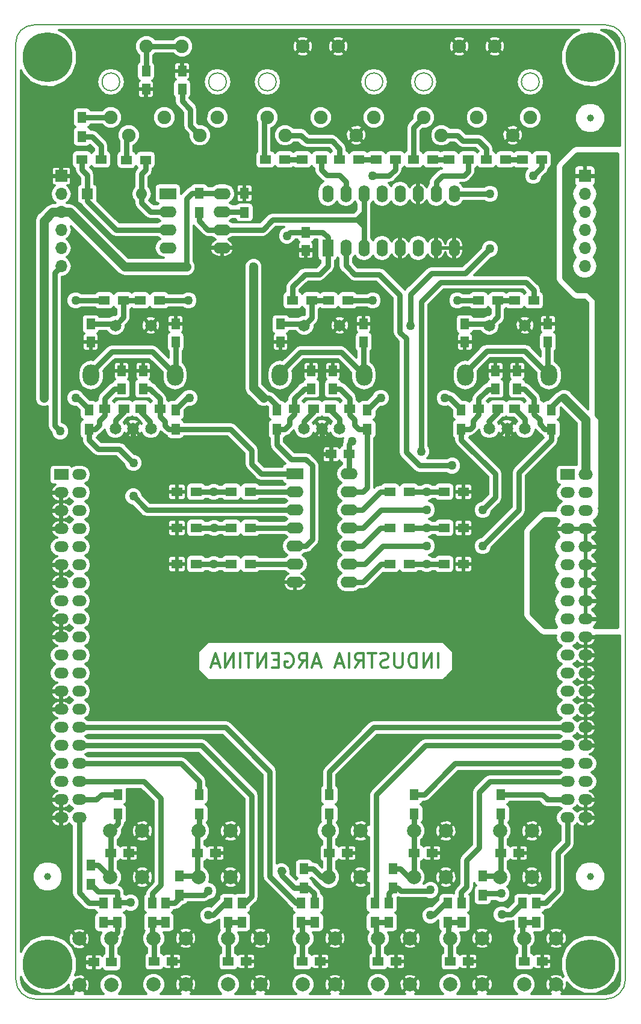
<source format=gbr>
G04 #@! TF.FileFunction,Copper,L2,Bot,Signal*
%FSLAX46Y46*%
G04 Gerber Fmt 4.6, Leading zero omitted, Abs format (unit mm)*
G04 Created by KiCad (PCBNEW 4.0.6-e0-6349~53~ubuntu16.04.1) date Sat Aug 19 19:33:35 2017*
%MOMM*%
%LPD*%
G01*
G04 APERTURE LIST*
%ADD10C,0.100000*%
%ADD11C,0.300000*%
%ADD12C,0.150000*%
%ADD13R,2.000000X1.524000*%
%ADD14O,2.000000X1.524000*%
%ADD15C,1.900000*%
%ADD16O,2.300000X3.000000*%
%ADD17C,1.650000*%
%ADD18R,1.250000X1.500000*%
%ADD19R,1.500000X1.250000*%
%ADD20R,2.400000X1.600000*%
%ADD21O,2.400000X1.600000*%
%ADD22R,1.600000X2.400000*%
%ADD23O,1.600000X2.400000*%
%ADD24C,2.000000*%
%ADD25R,1.700000X1.700000*%
%ADD26O,1.700000X1.700000*%
%ADD27R,1.600000X1.600000*%
%ADD28O,1.600000X1.600000*%
%ADD29R,1.500000X1.300000*%
%ADD30R,1.300000X1.500000*%
%ADD31C,7.000000*%
%ADD32C,1.000000*%
%ADD33C,1.270000*%
%ADD34C,0.750000*%
%ADD35C,1.250000*%
%ADD36C,0.400000*%
%ADD37C,0.500000*%
G04 APERTURE END LIST*
D10*
D11*
X100947144Y-116109762D02*
X100947144Y-114109762D01*
X99994763Y-116109762D02*
X99994763Y-114109762D01*
X98851905Y-116109762D01*
X98851905Y-114109762D01*
X97899525Y-116109762D02*
X97899525Y-114109762D01*
X97423334Y-114109762D01*
X97137620Y-114205000D01*
X96947144Y-114395476D01*
X96851905Y-114585952D01*
X96756667Y-114966905D01*
X96756667Y-115252619D01*
X96851905Y-115633571D01*
X96947144Y-115824048D01*
X97137620Y-116014524D01*
X97423334Y-116109762D01*
X97899525Y-116109762D01*
X95899525Y-114109762D02*
X95899525Y-115728810D01*
X95804286Y-115919286D01*
X95709048Y-116014524D01*
X95518572Y-116109762D01*
X95137620Y-116109762D01*
X94947144Y-116014524D01*
X94851905Y-115919286D01*
X94756667Y-115728810D01*
X94756667Y-114109762D01*
X93899525Y-116014524D02*
X93613810Y-116109762D01*
X93137620Y-116109762D01*
X92947144Y-116014524D01*
X92851906Y-115919286D01*
X92756667Y-115728810D01*
X92756667Y-115538333D01*
X92851906Y-115347857D01*
X92947144Y-115252619D01*
X93137620Y-115157381D01*
X93518572Y-115062143D01*
X93709048Y-114966905D01*
X93804287Y-114871667D01*
X93899525Y-114681190D01*
X93899525Y-114490714D01*
X93804287Y-114300238D01*
X93709048Y-114205000D01*
X93518572Y-114109762D01*
X93042382Y-114109762D01*
X92756667Y-114205000D01*
X92185239Y-114109762D02*
X91042382Y-114109762D01*
X91613810Y-116109762D02*
X91613810Y-114109762D01*
X89232857Y-116109762D02*
X89899524Y-115157381D01*
X90375715Y-116109762D02*
X90375715Y-114109762D01*
X89613810Y-114109762D01*
X89423334Y-114205000D01*
X89328095Y-114300238D01*
X89232857Y-114490714D01*
X89232857Y-114776429D01*
X89328095Y-114966905D01*
X89423334Y-115062143D01*
X89613810Y-115157381D01*
X90375715Y-115157381D01*
X88375715Y-116109762D02*
X88375715Y-114109762D01*
X87518572Y-115538333D02*
X86566191Y-115538333D01*
X87709048Y-116109762D02*
X87042381Y-114109762D01*
X86375714Y-116109762D01*
X84280476Y-115538333D02*
X83328095Y-115538333D01*
X84470952Y-116109762D02*
X83804285Y-114109762D01*
X83137618Y-116109762D01*
X81328094Y-116109762D02*
X81994761Y-115157381D01*
X82470952Y-116109762D02*
X82470952Y-114109762D01*
X81709047Y-114109762D01*
X81518571Y-114205000D01*
X81423332Y-114300238D01*
X81328094Y-114490714D01*
X81328094Y-114776429D01*
X81423332Y-114966905D01*
X81518571Y-115062143D01*
X81709047Y-115157381D01*
X82470952Y-115157381D01*
X79423332Y-114205000D02*
X79613809Y-114109762D01*
X79899523Y-114109762D01*
X80185237Y-114205000D01*
X80375713Y-114395476D01*
X80470952Y-114585952D01*
X80566190Y-114966905D01*
X80566190Y-115252619D01*
X80470952Y-115633571D01*
X80375713Y-115824048D01*
X80185237Y-116014524D01*
X79899523Y-116109762D01*
X79709047Y-116109762D01*
X79423332Y-116014524D01*
X79328094Y-115919286D01*
X79328094Y-115252619D01*
X79709047Y-115252619D01*
X78470952Y-115062143D02*
X77804285Y-115062143D01*
X77518571Y-116109762D02*
X78470952Y-116109762D01*
X78470952Y-114109762D01*
X77518571Y-114109762D01*
X76661428Y-116109762D02*
X76661428Y-114109762D01*
X75518570Y-116109762D01*
X75518570Y-114109762D01*
X74851904Y-114109762D02*
X73709047Y-114109762D01*
X74280475Y-116109762D02*
X74280475Y-114109762D01*
X73042380Y-116109762D02*
X73042380Y-114109762D01*
X72089999Y-116109762D02*
X72089999Y-114109762D01*
X70947141Y-116109762D01*
X70947141Y-114109762D01*
X70089999Y-115538333D02*
X69137618Y-115538333D01*
X70280475Y-116109762D02*
X69613808Y-114109762D01*
X68947141Y-116109762D01*
D12*
X115125000Y-33750000D02*
G75*
G03X115125000Y-33750000I-1250000J0D01*
G01*
X100125000Y-33750000D02*
G75*
G03X100125000Y-33750000I-1250000J0D01*
G01*
X93125000Y-33750000D02*
G75*
G03X93125000Y-33750000I-1250000J0D01*
G01*
X78125000Y-33750000D02*
G75*
G03X78125000Y-33750000I-1250000J0D01*
G01*
X56125000Y-33750000D02*
G75*
G03X56125000Y-33750000I-1250000J0D01*
G01*
X71125000Y-33750000D02*
G75*
G03X71125000Y-33750000I-1250000J0D01*
G01*
X124500000Y-162750000D02*
G75*
G03X127250000Y-160000000I0J2750000D01*
G01*
X44250000Y-162750000D02*
X124500000Y-162750000D01*
X127250000Y-28500000D02*
X127250000Y-160000000D01*
X127250000Y-28500000D02*
G75*
G03X124500000Y-25750000I-2750000J0D01*
G01*
X44000000Y-25750000D02*
X124500000Y-25750000D01*
X44000000Y-25750000D02*
G75*
G03X41500000Y-28250000I0J-2500000D01*
G01*
X41500000Y-160000000D02*
X41500000Y-28250000D01*
X41500000Y-160000000D02*
G75*
G03X44250000Y-162750000I2750000J0D01*
G01*
D13*
X119126000Y-88995000D03*
D14*
X121666000Y-88995000D03*
X119126000Y-101695000D03*
X121666000Y-91535000D03*
X119126000Y-104235000D03*
X121666000Y-94075000D03*
X119126000Y-106775000D03*
X121666000Y-96615000D03*
X119126000Y-109315000D03*
X121666000Y-99155000D03*
X119126000Y-111855000D03*
X121666000Y-101695000D03*
X119126000Y-114395000D03*
X121666000Y-104235000D03*
X119126000Y-116935000D03*
X121666000Y-106775000D03*
X119126000Y-119475000D03*
X121666000Y-109315000D03*
X119126000Y-122015000D03*
X121666000Y-111855000D03*
X119126000Y-124555000D03*
X121666000Y-114395000D03*
X119126000Y-127095000D03*
X121666000Y-116935000D03*
X121666000Y-119475000D03*
X119126000Y-129635000D03*
X121666000Y-122015000D03*
X121666000Y-127095000D03*
X121666000Y-129635000D03*
X121666000Y-132175000D03*
X121666000Y-134715000D03*
X119126000Y-132175000D03*
X119126000Y-134715000D03*
X119126000Y-91535000D03*
X119126000Y-94075000D03*
X119126000Y-96615000D03*
X119126000Y-99155000D03*
X119126000Y-137255000D03*
X121666000Y-137255000D03*
X121666000Y-124555000D03*
D15*
X54875000Y-38750000D03*
X57375000Y-41250000D03*
X62375000Y-38750000D03*
X67375000Y-41250000D03*
X69875000Y-38750000D03*
X64875000Y-28750000D03*
X59875000Y-28750000D03*
X76875000Y-38750000D03*
X79375000Y-41250000D03*
X84375000Y-38750000D03*
X89375000Y-41250000D03*
X91875000Y-38750000D03*
X86875000Y-28750000D03*
X81875000Y-28750000D03*
X98875000Y-38750000D03*
X101375000Y-41250000D03*
X106375000Y-38750000D03*
X111375000Y-41250000D03*
X113875000Y-38750000D03*
X108875000Y-28750000D03*
X103875000Y-28750000D03*
D16*
X52100000Y-75000000D03*
D17*
X55500000Y-82500000D03*
X60500000Y-82500000D03*
X58000000Y-82500000D03*
X55500000Y-68000000D03*
X60500000Y-68000000D03*
D16*
X63900000Y-75000000D03*
X78669500Y-75000000D03*
D17*
X82069500Y-82500000D03*
X87069500Y-82500000D03*
X84569500Y-82500000D03*
X82069500Y-68000000D03*
X87069500Y-68000000D03*
D16*
X90469500Y-75000000D03*
X104715000Y-75000000D03*
D17*
X108115000Y-82500000D03*
X113115000Y-82500000D03*
X110615000Y-82500000D03*
X108115000Y-68000000D03*
X113115000Y-68000000D03*
D16*
X116515000Y-75000000D03*
D18*
X59811000Y-32246000D03*
X59811000Y-34746000D03*
X64891000Y-34746000D03*
X64891000Y-32246000D03*
X82296000Y-54928200D03*
X82296000Y-57428200D03*
X52038000Y-67806000D03*
X52038000Y-70306000D03*
X56372000Y-76910000D03*
X56372000Y-74410000D03*
X59420000Y-76910000D03*
X59420000Y-74410000D03*
X63976000Y-70306000D03*
X63976000Y-67806000D03*
X78740000Y-67806000D03*
X78740000Y-70306000D03*
X83058000Y-76910000D03*
X83058000Y-74410000D03*
X86106000Y-76910000D03*
X86106000Y-74410000D03*
X90424000Y-70306000D03*
X90424000Y-67806000D03*
X104664000Y-67806000D03*
X104664000Y-70306000D03*
X108982000Y-76910000D03*
X108982000Y-74410000D03*
X112030000Y-76910000D03*
X112030000Y-74410000D03*
X116348000Y-70306000D03*
X116348000Y-67806000D03*
D19*
X88372000Y-86106000D03*
X85872000Y-86106000D03*
X54971000Y-157575000D03*
X52471000Y-157575000D03*
X54884000Y-142208000D03*
X57384000Y-142208000D03*
X60980000Y-157448000D03*
X63480000Y-157448000D03*
X67076000Y-142208000D03*
X69576000Y-142208000D03*
X71394000Y-157448000D03*
X73894000Y-157448000D03*
X81808000Y-157448000D03*
X84308000Y-157448000D03*
X85618000Y-142208000D03*
X88118000Y-142208000D03*
X92476000Y-157448000D03*
X94976000Y-157448000D03*
X97556000Y-142208000D03*
X100056000Y-142208000D03*
X102636000Y-157448000D03*
X105136000Y-157448000D03*
X109748000Y-142208000D03*
X112248000Y-142208000D03*
X113050000Y-157448000D03*
X115550000Y-157448000D03*
D20*
X80772000Y-88868000D03*
D21*
X88392000Y-104108000D03*
X80772000Y-91408000D03*
X88392000Y-101568000D03*
X80772000Y-93948000D03*
X88392000Y-99028000D03*
X80772000Y-96488000D03*
X88392000Y-96488000D03*
X80772000Y-99028000D03*
X88392000Y-93948000D03*
X80772000Y-101568000D03*
X88392000Y-91408000D03*
X80772000Y-104108000D03*
X88392000Y-88868000D03*
D22*
X85380000Y-57120000D03*
D23*
X103160000Y-49500000D03*
X87920000Y-57120000D03*
X100620000Y-49500000D03*
X90460000Y-57120000D03*
X98080000Y-49500000D03*
X93000000Y-57120000D03*
X95540000Y-49500000D03*
X95540000Y-57120000D03*
X93000000Y-49500000D03*
X98080000Y-57120000D03*
X90460000Y-49500000D03*
X100620000Y-57120000D03*
X87920000Y-49500000D03*
X103160000Y-57120000D03*
X85380000Y-49500000D03*
D20*
X62880000Y-49460000D03*
D21*
X70500000Y-57080000D03*
X62880000Y-52000000D03*
X70500000Y-54540000D03*
X62880000Y-54540000D03*
X70500000Y-52000000D03*
X62880000Y-57080000D03*
X70500000Y-49460000D03*
D24*
X117500000Y-160700000D03*
X113000000Y-160700000D03*
X117500000Y-154200000D03*
X113000000Y-154200000D03*
X114100000Y-145600000D03*
X109600000Y-145600000D03*
X114100000Y-139100000D03*
X109600000Y-139100000D03*
X107100000Y-160700000D03*
X102600000Y-160700000D03*
X107100000Y-154200000D03*
X102600000Y-154200000D03*
X102000000Y-145600000D03*
X97500000Y-145600000D03*
X102000000Y-139100000D03*
X97500000Y-139100000D03*
X96956000Y-160700000D03*
X92456000Y-160700000D03*
X96956000Y-154200000D03*
X92456000Y-154200000D03*
X90000000Y-145600000D03*
X85500000Y-145600000D03*
X90000000Y-139100000D03*
X85500000Y-139100000D03*
X86400000Y-160700000D03*
X81900000Y-160700000D03*
X86400000Y-154200000D03*
X81900000Y-154200000D03*
X75900000Y-160700000D03*
X71400000Y-160700000D03*
X75900000Y-154200000D03*
X71400000Y-154200000D03*
X71700000Y-145600000D03*
X67200000Y-145600000D03*
X71700000Y-139100000D03*
X67200000Y-139100000D03*
X65400000Y-160700000D03*
X60900000Y-160700000D03*
X65400000Y-154200000D03*
X60900000Y-154200000D03*
X59300000Y-145600000D03*
X54800000Y-145600000D03*
X59300000Y-139100000D03*
X54800000Y-139100000D03*
X50419000Y-154273000D03*
X54919000Y-154273000D03*
X50419000Y-160773000D03*
X54919000Y-160773000D03*
D25*
X121539000Y-47000000D03*
D26*
X121539000Y-49540000D03*
X121539000Y-52080000D03*
X121539000Y-54620000D03*
X121539000Y-57160000D03*
X121539000Y-59700000D03*
D25*
X47879000Y-47000000D03*
D26*
X47879000Y-49540000D03*
X47879000Y-52080000D03*
X47879000Y-54620000D03*
X47879000Y-57160000D03*
X47879000Y-59700000D03*
D27*
X51562000Y-49530000D03*
D28*
X59182000Y-49530000D03*
D29*
X94870000Y-44672000D03*
X92170000Y-44672000D03*
D30*
X50800000Y-41450000D03*
X50800000Y-38750000D03*
D29*
X115475000Y-44672000D03*
X112775000Y-44672000D03*
D30*
X114706400Y-151940000D03*
X114706400Y-149240000D03*
X109728000Y-136700000D03*
X109728000Y-134000000D03*
X104190800Y-151940000D03*
X104190800Y-149240000D03*
X97536000Y-136700000D03*
X97536000Y-134000000D03*
X112776000Y-149240000D03*
X112776000Y-151940000D03*
X107188000Y-148130000D03*
X107188000Y-145430000D03*
X102260400Y-149240000D03*
X102260400Y-151940000D03*
X94526000Y-147114000D03*
X94526000Y-144414000D03*
X91998800Y-151940000D03*
X91998800Y-149240000D03*
X85598000Y-136700000D03*
X85598000Y-134000000D03*
X81635600Y-151940000D03*
X81635600Y-149240000D03*
X73304400Y-151940000D03*
X73304400Y-149240000D03*
X93954600Y-149240000D03*
X93954600Y-151940000D03*
X82042000Y-147114000D03*
X82042000Y-144414000D03*
X83566000Y-149240000D03*
X83566000Y-151940000D03*
X71374000Y-149240000D03*
X71374000Y-151940000D03*
X67310000Y-136700000D03*
X67310000Y-134000000D03*
X60706000Y-151940000D03*
X60706000Y-149240000D03*
X55864000Y-136700000D03*
X55864000Y-134000000D03*
X53834800Y-151940000D03*
X53834800Y-149240000D03*
X64465200Y-148130000D03*
X64465200Y-145430000D03*
X62534800Y-149240000D03*
X62534800Y-151940000D03*
X52070000Y-146606000D03*
X52070000Y-143906000D03*
X55816000Y-149240000D03*
X55816000Y-151940000D03*
D29*
X104474000Y-101568000D03*
X101774000Y-101568000D03*
X96854000Y-101568000D03*
X94154000Y-101568000D03*
X114396000Y-79724000D03*
X111696000Y-79724000D03*
X111696000Y-64484000D03*
X114396000Y-64484000D03*
X104474000Y-96488000D03*
X101774000Y-96488000D03*
X106616000Y-79724000D03*
X109316000Y-79724000D03*
X96854000Y-96488000D03*
X94154000Y-96488000D03*
X106616000Y-64484000D03*
X109316000Y-64484000D03*
D30*
X116856000Y-79898000D03*
X116856000Y-82598000D03*
X104156000Y-79898000D03*
X104156000Y-82598000D03*
D29*
X104474000Y-91408000D03*
X101774000Y-91408000D03*
X96854000Y-91408000D03*
X94154000Y-91408000D03*
X88472000Y-79724000D03*
X85772000Y-79724000D03*
X85518000Y-64484000D03*
X88218000Y-64484000D03*
X64182000Y-101568000D03*
X66882000Y-101568000D03*
X80692000Y-79724000D03*
X83392000Y-79724000D03*
X71802000Y-101568000D03*
X74502000Y-101568000D03*
X80438000Y-64484000D03*
X83138000Y-64484000D03*
D30*
X90932000Y-79898000D03*
X90932000Y-82598000D03*
X78232000Y-79898000D03*
X78232000Y-82598000D03*
D29*
X64182000Y-91408000D03*
X66882000Y-91408000D03*
X71802000Y-91408000D03*
X74502000Y-91408000D03*
X61770000Y-79724000D03*
X59070000Y-79724000D03*
X59006000Y-64484000D03*
X61706000Y-64484000D03*
X64182000Y-96488000D03*
X66882000Y-96488000D03*
X53990000Y-79724000D03*
X56690000Y-79724000D03*
X71802000Y-96488000D03*
X74502000Y-96488000D03*
X53926000Y-64484000D03*
X56626000Y-64484000D03*
D30*
X63976000Y-79898000D03*
X63976000Y-82598000D03*
X51784000Y-79898000D03*
X51784000Y-82598000D03*
D29*
X102425000Y-44672000D03*
X105125000Y-44672000D03*
X81764000Y-44672000D03*
X84464000Y-44672000D03*
D30*
X73660000Y-52102000D03*
X73660000Y-49402000D03*
X67310000Y-49402000D03*
X67310000Y-52102000D03*
D29*
X100156000Y-44672000D03*
X97456000Y-44672000D03*
X110375333Y-44672000D03*
X107675333Y-44672000D03*
X79328000Y-44672000D03*
X76628000Y-44672000D03*
X53500000Y-44672000D03*
X50800000Y-44672000D03*
X89750000Y-44672000D03*
X87050000Y-44672000D03*
X57070000Y-44722000D03*
X59770000Y-44722000D03*
D31*
X45974000Y-30320200D03*
X122301000Y-30320200D03*
X45974000Y-157853600D03*
X122301000Y-157853600D03*
D32*
X122300000Y-38830000D03*
X122300000Y-145510000D03*
X45974000Y-145510000D03*
D13*
X47879000Y-88995000D03*
D14*
X50419000Y-88995000D03*
X47879000Y-101695000D03*
X50419000Y-91535000D03*
X47879000Y-104235000D03*
X50419000Y-94075000D03*
X47879000Y-106775000D03*
X50419000Y-96615000D03*
X47879000Y-109315000D03*
X50419000Y-99155000D03*
X47879000Y-111855000D03*
X50419000Y-101695000D03*
X47879000Y-114395000D03*
X50419000Y-104235000D03*
X47879000Y-116935000D03*
X50419000Y-106775000D03*
X47879000Y-119475000D03*
X50419000Y-109315000D03*
X47879000Y-122015000D03*
X50419000Y-111855000D03*
X47879000Y-124555000D03*
X50419000Y-114395000D03*
X47879000Y-127095000D03*
X50419000Y-116935000D03*
X50419000Y-119475000D03*
X47879000Y-129635000D03*
X50419000Y-122015000D03*
X50419000Y-127095000D03*
X50419000Y-129635000D03*
X50419000Y-132175000D03*
X50419000Y-134715000D03*
X47879000Y-132175000D03*
X47879000Y-134715000D03*
X47879000Y-91535000D03*
X47879000Y-94075000D03*
X47879000Y-96615000D03*
X47879000Y-99155000D03*
X47879000Y-137255000D03*
X50419000Y-137255000D03*
X50419000Y-124555000D03*
D33*
X88775000Y-84328000D03*
X74930000Y-59784998D03*
X65532000Y-59784994D03*
X101853998Y-78200000D03*
X45466000Y-78200000D03*
X118618000Y-78200000D03*
X92837000Y-78200000D03*
X76327000Y-78200000D03*
X49911002Y-78200000D03*
X65913000Y-78200000D03*
X78867002Y-144780000D03*
X103614010Y-64484000D03*
X57658000Y-149193000D03*
X79654400Y-55390800D03*
X49911002Y-64484000D03*
X114300000Y-46958000D03*
X91694000Y-46958000D03*
X109855000Y-150844000D03*
X109808000Y-147923000D03*
X99822000Y-150971000D03*
X99822000Y-147415000D03*
X68580000Y-150971000D03*
X68580000Y-147542000D03*
X58039000Y-92043000D03*
X58039000Y-87344000D03*
X107188000Y-93948000D03*
X99314000Y-93948000D03*
X107188000Y-99028000D03*
X99314000Y-99028000D03*
X47752000Y-82899000D03*
X102870006Y-87725000D03*
X108202000Y-57243000D03*
X108202000Y-49500000D03*
X97014010Y-68040000D03*
X69392800Y-96488000D03*
X65786000Y-64484000D03*
X69342000Y-91408000D03*
X69342000Y-101568000D03*
X91694000Y-64484000D03*
X99314000Y-91408000D03*
X99314000Y-96488000D03*
X98552000Y-85725000D03*
X99314000Y-101568000D03*
D34*
X59875000Y-28750000D02*
X64875000Y-28750000D01*
X59875000Y-28750000D02*
X59875000Y-32182000D01*
X59875000Y-32182000D02*
X59811000Y-32246000D01*
D35*
X45466000Y-53290919D02*
X45466000Y-61087000D01*
X45466000Y-61087000D02*
X45466000Y-78200000D01*
D34*
X88372000Y-86106000D02*
X88372000Y-84731000D01*
X88372000Y-84731000D02*
X88775000Y-84328000D01*
X88392000Y-88868000D02*
X88392000Y-86126000D01*
X88392000Y-86126000D02*
X88372000Y-86106000D01*
D35*
X121666000Y-81248000D02*
X121666000Y-88995000D01*
X118618000Y-78200000D02*
X121666000Y-81248000D01*
D34*
X67310000Y-49402000D02*
X66295000Y-49402000D01*
X66295000Y-49402000D02*
X65532000Y-50165000D01*
X65532000Y-50165000D02*
X65532000Y-58886969D01*
X65532000Y-58886969D02*
X65532000Y-59784994D01*
D35*
X45466000Y-53290919D02*
X46676919Y-52080000D01*
X46676919Y-52080000D02*
X47879000Y-52080000D01*
X74930000Y-60683023D02*
X74930000Y-59784998D01*
X74930000Y-76803000D02*
X74930000Y-60683023D01*
X76327000Y-78200000D02*
X74930000Y-76803000D01*
X64633975Y-59784994D02*
X65532000Y-59784994D01*
X49081081Y-52080000D02*
X56786075Y-59784994D01*
X47879000Y-52080000D02*
X49081081Y-52080000D01*
X56786075Y-59784994D02*
X64633975Y-59784994D01*
X65532000Y-59785000D02*
X65532000Y-59784994D01*
D34*
X102558000Y-78200000D02*
X101853998Y-78200000D01*
X101600000Y-78200000D02*
X101853998Y-78200000D01*
X116856000Y-79898000D02*
X116856000Y-79454000D01*
X116856000Y-79454000D02*
X118110000Y-78200000D01*
X118110000Y-78200000D02*
X118618000Y-78200000D01*
X104156000Y-79898000D02*
X104156000Y-79798000D01*
X104156000Y-79798000D02*
X102558000Y-78200000D01*
X88595204Y-88664796D02*
X88392000Y-88868000D01*
X67310000Y-49402000D02*
X70442000Y-49402000D01*
X70442000Y-49402000D02*
X70500000Y-49460000D01*
X92837000Y-78200000D02*
X92630000Y-78200000D01*
X92630000Y-78200000D02*
X92376000Y-78454000D01*
X78232000Y-79898000D02*
X78232000Y-79343000D01*
X78232000Y-79343000D02*
X77089000Y-78200000D01*
X77089000Y-78200000D02*
X76327000Y-78200000D01*
X92376000Y-78454000D02*
X90932000Y-79898000D01*
X50313000Y-78327000D02*
X49911002Y-78327000D01*
X51784000Y-79798000D02*
X50313000Y-78327000D01*
X51784000Y-79898000D02*
X51784000Y-79798000D01*
X65574002Y-78199998D02*
X65913000Y-78199998D01*
X63976000Y-79798000D02*
X65574002Y-78199998D01*
X63976000Y-79898000D02*
X63976000Y-79798000D01*
X66046700Y-37610800D02*
X66046700Y-39921700D01*
X66046700Y-39921700D02*
X67375000Y-41250000D01*
X64891000Y-36455100D02*
X66046700Y-37610800D01*
X64891000Y-34746000D02*
X64891000Y-36455100D01*
X91694000Y-46958000D02*
X93984000Y-46958000D01*
X93984000Y-46958000D02*
X94870000Y-46072000D01*
X94870000Y-46072000D02*
X94870000Y-44672000D01*
X49911002Y-64484000D02*
X53926000Y-64484000D01*
X78867002Y-145339002D02*
X78867002Y-144780000D01*
X82042000Y-147114000D02*
X80642000Y-147114000D01*
X80642000Y-147114000D02*
X78867002Y-145339002D01*
X79178400Y-144780000D02*
X78867002Y-144780000D01*
X85380000Y-57120000D02*
X85380000Y-59654000D01*
X85380000Y-59654000D02*
X84201000Y-60833000D01*
X84201000Y-60833000D02*
X82169000Y-60833000D01*
X82169000Y-60833000D02*
X80438000Y-62564000D01*
X80438000Y-62564000D02*
X80438000Y-64484000D01*
X55816000Y-149240000D02*
X55816000Y-147740000D01*
X55816000Y-147740000D02*
X55690999Y-147614999D01*
X53078999Y-147614999D02*
X52070000Y-146606000D01*
X55690999Y-147614999D02*
X53078999Y-147614999D01*
X106616000Y-64484000D02*
X103614010Y-64484000D01*
X82296000Y-54928200D02*
X84678200Y-54928200D01*
X84678200Y-54928200D02*
X85380000Y-55630000D01*
X85380000Y-55630000D02*
X85380000Y-57120000D01*
X57658000Y-149193000D02*
X55863000Y-149193000D01*
X55863000Y-149193000D02*
X55816000Y-149240000D01*
X80117000Y-54928200D02*
X79654400Y-55390800D01*
X82296000Y-54928200D02*
X80117000Y-54928200D01*
X115475000Y-44672000D02*
X115475000Y-45783000D01*
X115475000Y-45783000D02*
X114300000Y-46958000D01*
X111125000Y-150844000D02*
X109855000Y-150844000D01*
X112729000Y-149240000D02*
X111125000Y-150844000D01*
X112776000Y-149240000D02*
X112729000Y-149240000D01*
X109808000Y-147923000D02*
X107395000Y-147923000D01*
X107395000Y-147923000D02*
X107188000Y-148130000D01*
X102362000Y-149240000D02*
X101934000Y-149240000D01*
X101934000Y-149240000D02*
X100203000Y-150971000D01*
X100203000Y-150971000D02*
X99822000Y-150971000D01*
X102362000Y-149240000D02*
X102061000Y-149240000D01*
X94526000Y-147114000D02*
X95203000Y-147114000D01*
X95203000Y-147114000D02*
X95631000Y-147542000D01*
X95631000Y-147542000D02*
X99695000Y-147542000D01*
X69215000Y-150971000D02*
X68580000Y-150971000D01*
X70946000Y-149240000D02*
X69215000Y-150971000D01*
X71374000Y-149240000D02*
X70946000Y-149240000D01*
X64516000Y-148130000D02*
X67992000Y-148130000D01*
X67992000Y-148130000D02*
X68580000Y-147542000D01*
X93980000Y-147923000D02*
X93980000Y-149214600D01*
X93980000Y-149214600D02*
X93954600Y-149240000D01*
X94526000Y-147114000D02*
X94526000Y-147377000D01*
X94526000Y-147377000D02*
X93980000Y-147923000D01*
X82042000Y-147114000D02*
X82637002Y-147114000D01*
X82637002Y-147114000D02*
X83439000Y-147915998D01*
X83439000Y-147915998D02*
X83439000Y-149113000D01*
X83439000Y-149113000D02*
X83566000Y-149240000D01*
X64516000Y-148130000D02*
X64516000Y-148558000D01*
X64516000Y-148558000D02*
X63834000Y-149240000D01*
X63834000Y-149240000D02*
X62484000Y-149240000D01*
X56626000Y-64484000D02*
X59006000Y-64484000D01*
X56626000Y-64484000D02*
X56626000Y-66874000D01*
X56626000Y-66874000D02*
X55500000Y-68000000D01*
X52038000Y-67806000D02*
X55306000Y-67806000D01*
X55306000Y-67806000D02*
X55500000Y-68000000D01*
X59912000Y-93948000D02*
X59912000Y-93916000D01*
X59912000Y-93916000D02*
X58039000Y-92043000D01*
X59912000Y-93948000D02*
X80772000Y-93948000D01*
X51784000Y-82598000D02*
X51784000Y-84098000D01*
X51784000Y-84098000D02*
X53074200Y-85388200D01*
X53074200Y-85388200D02*
X56051200Y-85388200D01*
X56051200Y-85388200D02*
X58007000Y-87344000D01*
X56372000Y-76910000D02*
X55404000Y-76910000D01*
X55404000Y-76910000D02*
X53990000Y-78324000D01*
X53990000Y-78324000D02*
X53990000Y-79724000D01*
X51784000Y-82598000D02*
X52650400Y-82598000D01*
X52650400Y-82598000D02*
X53263800Y-81984600D01*
X53263800Y-81984600D02*
X53263800Y-81400400D01*
X53263800Y-81400400D02*
X53990000Y-80674200D01*
X53990000Y-80674200D02*
X53990000Y-79724000D01*
X63976000Y-82598000D02*
X62995800Y-82598000D01*
X62995800Y-82598000D02*
X62484000Y-82086200D01*
X62484000Y-82086200D02*
X62484000Y-81534000D01*
X62484000Y-81534000D02*
X61770000Y-80820000D01*
X61770000Y-80820000D02*
X61770000Y-79724000D01*
X80772000Y-88868000D02*
X76041000Y-88868000D01*
X76041000Y-88868000D02*
X74676000Y-87503000D01*
X71676000Y-82598000D02*
X63976000Y-82598000D01*
X74676000Y-87503000D02*
X74676000Y-85598000D01*
X74676000Y-85598000D02*
X71676000Y-82598000D01*
X59420000Y-76910000D02*
X60356000Y-76910000D01*
X60356000Y-76910000D02*
X61770000Y-78324000D01*
X61770000Y-78324000D02*
X61770000Y-79724000D01*
X63900000Y-75000000D02*
X63900000Y-74891600D01*
X63900000Y-74891600D02*
X60731400Y-71723000D01*
X60731400Y-71723000D02*
X55027000Y-71723000D01*
X55027000Y-71723000D02*
X52100000Y-74650000D01*
X52100000Y-74650000D02*
X52100000Y-75000000D01*
X63976000Y-70306000D02*
X63976000Y-74924000D01*
X63976000Y-74924000D02*
X63900000Y-75000000D01*
X83138000Y-64484000D02*
X85518000Y-64484000D01*
X83138000Y-64484000D02*
X83138000Y-66931500D01*
X83138000Y-66931500D02*
X82069500Y-68000000D01*
X78740000Y-67806000D02*
X81875500Y-67806000D01*
X81875500Y-67806000D02*
X82069500Y-68000000D01*
X78232000Y-82598000D02*
X78232000Y-84804000D01*
X78232000Y-84804000D02*
X80264000Y-86836000D01*
X80264000Y-86836000D02*
X82315002Y-86836000D01*
X82315002Y-86836000D02*
X83185000Y-87705998D01*
X83185000Y-87705998D02*
X83185000Y-98139000D01*
X83185000Y-98139000D02*
X82296000Y-99028000D01*
X82296000Y-99028000D02*
X80772000Y-99028000D01*
X80692000Y-79724000D02*
X80692000Y-80464400D01*
X80692000Y-80464400D02*
X80010000Y-81146400D01*
X80010000Y-81146400D02*
X80010000Y-81959200D01*
X80010000Y-81959200D02*
X79362300Y-82606900D01*
X79362300Y-82606900D02*
X78240900Y-82606900D01*
X78240900Y-82606900D02*
X78232000Y-82598000D01*
X83058000Y-76910000D02*
X82106000Y-76910000D01*
X80692000Y-78324000D02*
X80692000Y-79724000D01*
X82106000Y-76910000D02*
X80692000Y-78324000D01*
X87249000Y-71786500D02*
X81533000Y-71786500D01*
X81533000Y-71786500D02*
X78669500Y-74650000D01*
X78669500Y-74650000D02*
X78669500Y-75000000D01*
X90462500Y-75000000D02*
X87249000Y-71786500D01*
X90469500Y-75000000D02*
X90462500Y-75000000D01*
X90424000Y-70306000D02*
X90424000Y-74954500D01*
X90424000Y-74954500D02*
X90469500Y-75000000D01*
X109316000Y-64484000D02*
X111696000Y-64484000D01*
X109316000Y-64484000D02*
X109316000Y-66799000D01*
X109316000Y-66799000D02*
X108115000Y-68000000D01*
X104664000Y-67806000D02*
X107921000Y-67806000D01*
X107921000Y-67806000D02*
X108115000Y-68000000D01*
X108966000Y-88908000D02*
X108966000Y-92170000D01*
X108966000Y-92170000D02*
X107188000Y-93948000D01*
X99314000Y-93948000D02*
X92882000Y-93948000D01*
X92882000Y-93948000D02*
X90342000Y-96488000D01*
X90342000Y-96488000D02*
X88392000Y-96488000D01*
X104156000Y-82598000D02*
X105362000Y-82598000D01*
X105362000Y-82598000D02*
X105791000Y-82169000D01*
X105791000Y-82169000D02*
X105791000Y-81407000D01*
X105791000Y-81407000D02*
X106616000Y-80582000D01*
X106616000Y-80582000D02*
X106616000Y-79724000D01*
X104156000Y-84098000D02*
X108966000Y-88908000D01*
X104156000Y-82598000D02*
X104156000Y-84098000D01*
X107950000Y-76990000D02*
X108902000Y-76990000D01*
X108902000Y-76990000D02*
X108982000Y-76910000D01*
X106616000Y-79724000D02*
X106616000Y-78324000D01*
X106616000Y-78324000D02*
X107950000Y-76990000D01*
X112268000Y-88686000D02*
X112268000Y-93948000D01*
X112268000Y-93948000D02*
X107188000Y-99028000D01*
X99314000Y-99028000D02*
X93091000Y-99028000D01*
X93091000Y-99028000D02*
X90551000Y-101568000D01*
X90551000Y-101568000D02*
X88392000Y-101568000D01*
X116856000Y-82598000D02*
X115942100Y-82598000D01*
X115942100Y-82598000D02*
X115189000Y-81844900D01*
X115189000Y-81844900D02*
X115189000Y-81280000D01*
X115189000Y-81280000D02*
X114401600Y-80492600D01*
X114401600Y-80492600D02*
X114401600Y-79729600D01*
X114401600Y-79729600D02*
X114396000Y-79724000D01*
X116856000Y-84098000D02*
X112268000Y-88686000D01*
X116856000Y-82598000D02*
X116856000Y-84098000D01*
X113030000Y-76958000D02*
X112078000Y-76958000D01*
X112078000Y-76958000D02*
X112030000Y-76910000D01*
X114396000Y-79724000D02*
X114396000Y-78324000D01*
X114396000Y-78324000D02*
X113030000Y-76958000D01*
X116515000Y-75000000D02*
X116515000Y-74966700D01*
X116515000Y-74966700D02*
X113144300Y-71596000D01*
X113144300Y-71596000D02*
X107769000Y-71596000D01*
X107769000Y-71596000D02*
X104715000Y-74650000D01*
X104715000Y-74650000D02*
X104715000Y-75000000D01*
X116348000Y-70306000D02*
X116348000Y-74833000D01*
X116348000Y-74833000D02*
X116515000Y-75000000D01*
X54919000Y-154273000D02*
X54919000Y-157523000D01*
X54919000Y-157523000D02*
X54971000Y-157575000D01*
X55816000Y-151940000D02*
X55816000Y-153376000D01*
X55816000Y-153376000D02*
X54919000Y-154273000D01*
X53834800Y-151940000D02*
X55816000Y-151940000D01*
X52070000Y-143906000D02*
X53106000Y-143906000D01*
X53106000Y-143906000D02*
X54800000Y-145600000D01*
X55864000Y-136700000D02*
X55864000Y-138036000D01*
X55864000Y-138036000D02*
X54800000Y-139100000D01*
X54864000Y-139036000D02*
X54800000Y-139100000D01*
X54884000Y-142208000D02*
X54884000Y-139184000D01*
X54884000Y-139184000D02*
X54800000Y-139100000D01*
X54884000Y-142208000D02*
X54884000Y-145516000D01*
X60706000Y-151940000D02*
X62484000Y-151940000D01*
X60706000Y-151940000D02*
X60706000Y-154006000D01*
X60706000Y-154006000D02*
X60900000Y-154200000D01*
X60980000Y-157448000D02*
X60980000Y-154280000D01*
X60980000Y-154280000D02*
X60900000Y-154200000D01*
X67310000Y-136700000D02*
X67310000Y-138990000D01*
X67310000Y-138990000D02*
X67200000Y-139100000D01*
X64516000Y-145430000D02*
X67030000Y-145430000D01*
X67076000Y-142208000D02*
X67076000Y-139224000D01*
X67076000Y-139224000D02*
X67200000Y-139100000D01*
X67076000Y-142208000D02*
X67076000Y-145476000D01*
X67200000Y-142084000D02*
X67076000Y-142208000D01*
X67030000Y-145430000D02*
X67200000Y-145600000D01*
X67076000Y-145476000D02*
X67200000Y-145600000D01*
X71374000Y-151940000D02*
X73152000Y-151940000D01*
X71374000Y-151940000D02*
X71374000Y-154174000D01*
X71374000Y-154174000D02*
X71400000Y-154200000D01*
X71394000Y-157448000D02*
X71394000Y-154206000D01*
X71394000Y-154206000D02*
X71400000Y-154200000D01*
X81788000Y-151940000D02*
X81788000Y-154088000D01*
X81788000Y-154088000D02*
X81900000Y-154200000D01*
X81788000Y-151940000D02*
X83566000Y-151940000D01*
X81808000Y-157448000D02*
X81808000Y-154292000D01*
X81808000Y-154292000D02*
X81900000Y-154200000D01*
X85598000Y-136700000D02*
X85598000Y-139002000D01*
X85598000Y-139002000D02*
X85500000Y-139100000D01*
X82042000Y-144414000D02*
X83333600Y-144414000D01*
X83333600Y-144414000D02*
X84505800Y-145586200D01*
X84505800Y-145586200D02*
X85486200Y-145586200D01*
X85486200Y-145586200D02*
X85500000Y-145600000D01*
X85618000Y-142208000D02*
X85618000Y-145482000D01*
X85618000Y-145482000D02*
X85500000Y-145600000D01*
X85618000Y-142208000D02*
X85618000Y-139218000D01*
X85618000Y-139218000D02*
X85500000Y-139100000D01*
X92202000Y-151940000D02*
X93980000Y-151940000D01*
X92202000Y-151940000D02*
X92202000Y-153946000D01*
X92202000Y-153946000D02*
X92456000Y-154200000D01*
X92476000Y-157448000D02*
X92476000Y-154220000D01*
X92476000Y-154220000D02*
X92456000Y-154200000D01*
X94526000Y-144414000D02*
X95551000Y-144414000D01*
X95551000Y-144414000D02*
X96737000Y-145600000D01*
X96737000Y-145600000D02*
X97500000Y-145600000D01*
X97536000Y-136700000D02*
X97536000Y-139064000D01*
X97536000Y-139064000D02*
X97500000Y-139100000D01*
X97359200Y-145459200D02*
X97500000Y-145600000D01*
X97556000Y-142208000D02*
X97556000Y-145544000D01*
X97556000Y-145544000D02*
X97500000Y-145600000D01*
X97556000Y-142208000D02*
X97556000Y-139156000D01*
X97556000Y-139156000D02*
X97500000Y-139100000D01*
X102362000Y-151940000D02*
X104140000Y-151940000D01*
X102362000Y-151940000D02*
X102362000Y-153962000D01*
X102362000Y-153962000D02*
X102600000Y-154200000D01*
X102636000Y-157448000D02*
X102636000Y-154236000D01*
X102636000Y-154236000D02*
X102600000Y-154200000D01*
X109728000Y-136700000D02*
X109728000Y-138972000D01*
X109728000Y-138972000D02*
X109600000Y-139100000D01*
X107188000Y-145430000D02*
X109430000Y-145430000D01*
X109430000Y-145430000D02*
X109600000Y-145600000D01*
X109748000Y-142208000D02*
X109748000Y-145452000D01*
X109748000Y-145452000D02*
X109600000Y-145600000D01*
X109748000Y-142208000D02*
X109748000Y-139248000D01*
X109748000Y-139248000D02*
X109600000Y-139100000D01*
X112776000Y-151940000D02*
X114554000Y-151940000D01*
X112776000Y-151940000D02*
X112776000Y-153976000D01*
X112776000Y-153976000D02*
X113000000Y-154200000D01*
X113050000Y-157448000D02*
X113050000Y-154250000D01*
X113050000Y-154250000D02*
X113000000Y-154200000D01*
X51562000Y-49482000D02*
X51562000Y-50514000D01*
X51562000Y-50514000D02*
X55588000Y-54540000D01*
X55588000Y-54540000D02*
X60930000Y-54540000D01*
X60930000Y-54540000D02*
X62880000Y-54540000D01*
X50800000Y-44672000D02*
X50800000Y-46072000D01*
X50800000Y-46072000D02*
X51562000Y-46834000D01*
X51562000Y-46834000D02*
X51562000Y-49482000D01*
X59182000Y-50780700D02*
X60401300Y-52000000D01*
X60401300Y-52000000D02*
X62880000Y-52000000D01*
X59182000Y-49482000D02*
X59182000Y-50780700D01*
X59770000Y-44722000D02*
X59770000Y-46122000D01*
X59770000Y-46122000D02*
X59182000Y-46710000D01*
X59182000Y-46710000D02*
X59182000Y-49482000D01*
X57070000Y-44722000D02*
X57070000Y-41555000D01*
X57070000Y-41555000D02*
X57375000Y-41250000D01*
X57000000Y-44652000D02*
X57070000Y-44722000D01*
X89750000Y-44672000D02*
X92170000Y-44672000D01*
X50800000Y-41450000D02*
X52200000Y-41450000D01*
X52200000Y-41450000D02*
X53500000Y-42750000D01*
X53500000Y-42750000D02*
X53500000Y-44672000D01*
X79328000Y-44672000D02*
X81764000Y-44672000D01*
X76875000Y-38750000D02*
X76454000Y-39171000D01*
X76454000Y-39171000D02*
X76454000Y-44498000D01*
X76454000Y-44498000D02*
X76628000Y-44672000D01*
X110375333Y-44672000D02*
X112775000Y-44672000D01*
X107675333Y-44672000D02*
X107675333Y-43152733D01*
X107675333Y-43152733D02*
X106559600Y-42037000D01*
X106559600Y-42037000D02*
X104400600Y-42037000D01*
X103613600Y-41250000D02*
X101375000Y-41250000D01*
X104400600Y-42037000D02*
X103613600Y-41250000D01*
X100156000Y-44672000D02*
X102425000Y-44672000D01*
X97456000Y-44672000D02*
X97456000Y-40169000D01*
X97456000Y-40169000D02*
X98875000Y-38750000D01*
X46990000Y-60589000D02*
X47879000Y-59700000D01*
X46990000Y-60589000D02*
X46990000Y-82137000D01*
X46990000Y-82137000D02*
X47752000Y-82899000D01*
D36*
X121581000Y-49498000D02*
X121539000Y-49540000D01*
X121581000Y-52038000D02*
X121539000Y-52080000D01*
X121581000Y-54578000D02*
X121539000Y-54620000D01*
X121581000Y-57118000D02*
X121539000Y-57160000D01*
D34*
X54875000Y-38750000D02*
X50800000Y-38750000D01*
X87920000Y-49500000D02*
X87920000Y-47788000D01*
X87920000Y-47788000D02*
X86995000Y-46863000D01*
X86995000Y-46863000D02*
X85255000Y-46863000D01*
X85255000Y-46863000D02*
X84464000Y-46072000D01*
X84464000Y-46072000D02*
X84464000Y-44672000D01*
X60375800Y-81476600D02*
X60375800Y-82375800D01*
X60375800Y-82375800D02*
X60500000Y-82500000D01*
X59070000Y-79724000D02*
X59070000Y-80170800D01*
X59070000Y-80170800D02*
X60375800Y-81476600D01*
X74502000Y-91408000D02*
X80772000Y-91408000D01*
X88392000Y-93948000D02*
X90246200Y-93948000D01*
X90246200Y-93948000D02*
X92786200Y-91408000D01*
X92786200Y-91408000D02*
X94154000Y-91408000D01*
X88392000Y-99028000D02*
X90246200Y-99028000D01*
X90246200Y-99028000D02*
X92786200Y-96488000D01*
X92786200Y-96488000D02*
X94154000Y-96488000D01*
X87920000Y-57120000D02*
X87920000Y-59599000D01*
X96393000Y-85852000D02*
X98266000Y-87725000D01*
X87920000Y-59599000D02*
X89154000Y-60833000D01*
X89154000Y-60833000D02*
X92615000Y-60833000D01*
X95504009Y-63722009D02*
X95504009Y-68961009D01*
X92615000Y-60833000D02*
X95504009Y-63722009D01*
X95504009Y-68961009D02*
X96393000Y-69850000D01*
X96393000Y-69850000D02*
X96393000Y-85852000D01*
X98266000Y-87725000D02*
X101971981Y-87725000D01*
X101971981Y-87725000D02*
X102870006Y-87725000D01*
X87920000Y-57120000D02*
X87920000Y-57520000D01*
X97014010Y-68040000D02*
X97014010Y-63640990D01*
X99949000Y-60706000D02*
X104739000Y-60706000D01*
X97014010Y-63640990D02*
X99949000Y-60706000D01*
X104739000Y-60706000D02*
X108202000Y-57243000D01*
X103160000Y-49500000D02*
X108202000Y-49500000D01*
X103160000Y-49500000D02*
X105920000Y-49500000D01*
X88472000Y-79724000D02*
X88472000Y-80598000D01*
X88472000Y-80598000D02*
X89154000Y-81280000D01*
X89154000Y-81280000D02*
X89154000Y-82042000D01*
X89710000Y-82598000D02*
X90932000Y-82598000D01*
X89154000Y-82042000D02*
X89710000Y-82598000D01*
X90932000Y-82598000D02*
X90932000Y-90818000D01*
X90932000Y-90818000D02*
X90342000Y-91408000D01*
X90342000Y-91408000D02*
X88392000Y-91408000D01*
X87127400Y-76910000D02*
X88472000Y-78254600D01*
X88472000Y-78254600D02*
X88472000Y-79724000D01*
X86106000Y-76910000D02*
X87127400Y-76910000D01*
X82442400Y-42068500D02*
X85991700Y-42068500D01*
X79375000Y-41250000D02*
X81623900Y-41250000D01*
X81623900Y-41250000D02*
X82442400Y-42068500D01*
X85991700Y-42068500D02*
X87050000Y-43126800D01*
X87050000Y-43126800D02*
X87050000Y-44672000D01*
X67310000Y-52102000D02*
X67310000Y-53340000D01*
X67310000Y-53340000D02*
X68510000Y-54540000D01*
X68510000Y-54540000D02*
X70500000Y-54540000D01*
X90460000Y-53155600D02*
X90460000Y-54070000D01*
X90460000Y-54070000D02*
X90460000Y-57120000D01*
X89535000Y-53130200D02*
X89535000Y-53145000D01*
X89535000Y-53145000D02*
X90460000Y-54070000D01*
X89535000Y-53130200D02*
X90434600Y-53130200D01*
X89535000Y-53130200D02*
X89535000Y-53090000D01*
X77647800Y-53130200D02*
X89535000Y-53130200D01*
X90460000Y-51450000D02*
X90460000Y-52165000D01*
X90460000Y-52165000D02*
X90460000Y-53155600D01*
X89535000Y-53090000D02*
X90460000Y-52165000D01*
X70500000Y-54540000D02*
X76238000Y-54540000D01*
X76238000Y-54540000D02*
X77647800Y-53130200D01*
X90434600Y-53130200D02*
X90460000Y-53155600D01*
X90460000Y-49500000D02*
X90460000Y-51450000D01*
X70500000Y-52000000D02*
X73558000Y-52000000D01*
X73558000Y-52000000D02*
X73660000Y-52102000D01*
X100620000Y-49500000D02*
X100620000Y-47843000D01*
X101543100Y-46919900D02*
X104559100Y-46919900D01*
X105125000Y-46354000D02*
X105125000Y-44672000D01*
X100620000Y-47843000D02*
X101543100Y-46919900D01*
X104559100Y-46919900D02*
X105125000Y-46354000D01*
X80772000Y-96488000D02*
X74502000Y-96488000D01*
X56690000Y-79724000D02*
X56690000Y-80133200D01*
X55500000Y-81323200D02*
X55500000Y-82500000D01*
X56690000Y-80133200D02*
X55500000Y-81323200D01*
X74502000Y-101568000D02*
X80772000Y-101568000D01*
X83392000Y-79724000D02*
X83392000Y-80152000D01*
X83392000Y-80152000D02*
X82069500Y-81474500D01*
X82069500Y-81474500D02*
X82069500Y-82500000D01*
X85772000Y-79724000D02*
X85772000Y-79898000D01*
X85772000Y-79898000D02*
X87069500Y-81195500D01*
X87069500Y-81195500D02*
X87069500Y-82500000D01*
X109316000Y-79724000D02*
X109316000Y-80212200D01*
X109316000Y-80212200D02*
X108064300Y-81463900D01*
X108064300Y-81463900D02*
X108115000Y-81514600D01*
X108115000Y-81514600D02*
X108115000Y-82500000D01*
X113115000Y-82500000D02*
X113115000Y-81143000D01*
X113115000Y-81143000D02*
X112014000Y-80042000D01*
X112014000Y-80042000D02*
X111696000Y-79724000D01*
X88392000Y-104108000D02*
X90347800Y-104108000D01*
X90347800Y-104108000D02*
X92887800Y-101568000D01*
X92887800Y-101568000D02*
X94154000Y-101568000D01*
X71802000Y-96488000D02*
X69392800Y-96488000D01*
X69392800Y-96488000D02*
X66882000Y-96488000D01*
X61706000Y-64484000D02*
X65786000Y-64484000D01*
X71802000Y-91408000D02*
X69342000Y-91408000D01*
X69342000Y-91408000D02*
X66882000Y-91408000D01*
X71802000Y-101568000D02*
X69342000Y-101568000D01*
X69342000Y-101568000D02*
X69316600Y-101568000D01*
X69316600Y-101568000D02*
X66882000Y-101568000D01*
X88218000Y-64484000D02*
X91694000Y-64484000D01*
X99288600Y-91408000D02*
X99314000Y-91408000D01*
X96854000Y-91408000D02*
X99288600Y-91408000D01*
X99314000Y-91408000D02*
X101774000Y-91408000D01*
X99314000Y-96488000D02*
X99339400Y-96488000D01*
X99339400Y-96488000D02*
X99314000Y-96488000D01*
X99314000Y-96488000D02*
X96854000Y-96488000D01*
X101774000Y-96488000D02*
X99339400Y-96488000D01*
X114396000Y-64484000D02*
X114396000Y-63084000D01*
X114396000Y-63084000D02*
X113268011Y-61956011D01*
X113268011Y-61956011D02*
X101238989Y-61956011D01*
X101238989Y-61956011D02*
X98552000Y-64643000D01*
X98552000Y-64643000D02*
X98552000Y-84826975D01*
X98552000Y-84826975D02*
X98552000Y-85725000D01*
X101774000Y-101568000D02*
X99364800Y-101568000D01*
X99364800Y-101568000D02*
X96854000Y-101568000D01*
X53834800Y-149240000D02*
X51831000Y-149240000D01*
X51831000Y-149240000D02*
X50419000Y-147828000D01*
X50419000Y-147828000D02*
X50419000Y-141732000D01*
X50419000Y-141732000D02*
X50419000Y-137255000D01*
X50419000Y-134715000D02*
X52864000Y-134715000D01*
X52864000Y-134715000D02*
X53579000Y-134000000D01*
X53579000Y-134000000D02*
X55864000Y-134000000D01*
X53340000Y-132175000D02*
X50419000Y-132175000D01*
X59537600Y-132175000D02*
X53340000Y-132175000D01*
X60706000Y-149240000D02*
X60706000Y-147897600D01*
X60706000Y-147897600D02*
X61874400Y-146729200D01*
X61874400Y-146729200D02*
X61874400Y-134511800D01*
X61874400Y-134511800D02*
X59537600Y-132175000D01*
X53340000Y-129635000D02*
X50419000Y-129635000D01*
X64770000Y-129635000D02*
X53340000Y-129635000D01*
X67310000Y-134000000D02*
X67310000Y-132175000D01*
X67310000Y-132175000D02*
X64770000Y-129635000D01*
X73152000Y-149240000D02*
X73772000Y-149240000D01*
X74676000Y-134130800D02*
X67640200Y-127095000D01*
X67640200Y-127095000D02*
X53340000Y-127095000D01*
X73772000Y-149240000D02*
X74676000Y-148336000D01*
X74676000Y-148336000D02*
X74676000Y-134130800D01*
X53340000Y-127095000D02*
X50419000Y-127095000D01*
X53213000Y-127095000D02*
X53340000Y-127095000D01*
X81788000Y-149240000D02*
X80965196Y-149240000D01*
X80965196Y-149240000D02*
X77229998Y-145504802D01*
X77229998Y-145504802D02*
X77229998Y-130741198D01*
X77229998Y-130741198D02*
X71043800Y-124555000D01*
X71043800Y-124555000D02*
X52169000Y-124555000D01*
X52169000Y-124555000D02*
X50419000Y-124555000D01*
X85598000Y-134000000D02*
X85598000Y-130810000D01*
X85598000Y-130810000D02*
X91853000Y-124555000D01*
X116205000Y-124555000D02*
X119126000Y-124555000D01*
X91853000Y-124555000D02*
X116205000Y-124555000D01*
X116205000Y-127095000D02*
X119126000Y-127095000D01*
X99136200Y-127095000D02*
X116205000Y-127095000D01*
X92202000Y-149240000D02*
X92202000Y-134029200D01*
X92202000Y-134029200D02*
X99136200Y-127095000D01*
X116205000Y-129635000D02*
X119126000Y-129635000D01*
X103301000Y-129635000D02*
X116205000Y-129635000D01*
X97536000Y-134000000D02*
X98936000Y-134000000D01*
X98936000Y-134000000D02*
X103301000Y-129635000D01*
X116205000Y-132175000D02*
X119126000Y-132175000D01*
X108178600Y-132175000D02*
X116205000Y-132175000D01*
X106705400Y-133648200D02*
X108178600Y-132175000D01*
X106705400Y-141420600D02*
X106705400Y-133648200D01*
X104927400Y-143198600D02*
X106705400Y-141420600D01*
X104927400Y-146952600D02*
X104927400Y-143198600D01*
X104140000Y-149240000D02*
X104140000Y-147740000D01*
X104140000Y-147740000D02*
X104927400Y-146952600D01*
X109728000Y-134000000D02*
X115585000Y-134000000D01*
X115585000Y-134000000D02*
X116205000Y-134620000D01*
X116205000Y-134620000D02*
X116205000Y-134715000D01*
X116205000Y-134715000D02*
X119126000Y-134715000D01*
X114554000Y-149240000D02*
X115980200Y-149240000D01*
X115980200Y-149240000D02*
X117729000Y-147491200D01*
X117729000Y-147491200D02*
X117729000Y-142240000D01*
X117729000Y-142240000D02*
X119126000Y-140843000D01*
X119126000Y-140843000D02*
X119126000Y-137255000D01*
X100584000Y-57156000D02*
X100620000Y-57120000D01*
X98080000Y-49500000D02*
X98080000Y-49271179D01*
X98080000Y-49271179D02*
X98107500Y-49243679D01*
X58000000Y-82500000D02*
X58000000Y-83700000D01*
X110617000Y-83668726D02*
X110617000Y-84169000D01*
X110615000Y-82500000D02*
X110615000Y-83666726D01*
X110615000Y-83666726D02*
X110617000Y-83668726D01*
X84569500Y-82500000D02*
X84569500Y-85049100D01*
X84569500Y-85049100D02*
X84408200Y-85210400D01*
X103160000Y-57120000D02*
X103160000Y-56720000D01*
X81808000Y-160608000D02*
X81900000Y-160700000D01*
X71394000Y-160694000D02*
X71400000Y-160700000D01*
X92476000Y-160680000D02*
X92456000Y-160700000D01*
X102636000Y-160664000D02*
X102600000Y-160700000D01*
X113050000Y-160650000D02*
X113000000Y-160700000D01*
X60980000Y-160620000D02*
X60900000Y-160700000D01*
D11*
G36*
X119953285Y-26799950D02*
X118784853Y-27966345D01*
X118151722Y-29491092D01*
X118150282Y-31142064D01*
X118780750Y-32667915D01*
X119947145Y-33836347D01*
X121471892Y-34469478D01*
X123122864Y-34470918D01*
X124648715Y-33840450D01*
X125817147Y-32674055D01*
X126450278Y-31149308D01*
X126451718Y-29498336D01*
X125821250Y-27972485D01*
X124654855Y-26804053D01*
X123862408Y-26475000D01*
X124428596Y-26475000D01*
X125269497Y-26642266D01*
X125921847Y-27078151D01*
X126357735Y-27730503D01*
X126525000Y-28571404D01*
X126525000Y-42756000D01*
X120396000Y-42756000D01*
X120057337Y-42822149D01*
X119759604Y-43019604D01*
X117727604Y-45051604D01*
X117534907Y-45337850D01*
X117464000Y-45688000D01*
X117464000Y-61436000D01*
X117530149Y-61774663D01*
X117727604Y-62072396D01*
X119759604Y-64104396D01*
X120045850Y-64297093D01*
X120396000Y-64368000D01*
X121547208Y-64368000D01*
X122036000Y-64856792D01*
X122036000Y-79814878D01*
X119717740Y-77496618D01*
X119708005Y-77473057D01*
X119346845Y-77111265D01*
X118874724Y-76915223D01*
X118363519Y-76914777D01*
X117891057Y-77109995D01*
X117755251Y-77245563D01*
X117717749Y-77253023D01*
X117644449Y-77302001D01*
X117385216Y-77475215D01*
X116375166Y-78485266D01*
X116206000Y-78485266D01*
X115965124Y-78530590D01*
X115743895Y-78672947D01*
X115700864Y-78735925D01*
X115621053Y-78611895D01*
X115421000Y-78475204D01*
X115421000Y-78324000D01*
X115342977Y-77931749D01*
X115198005Y-77714784D01*
X115120785Y-77599216D01*
X113754784Y-76233216D01*
X113422251Y-76011023D01*
X113284548Y-75983632D01*
X113272410Y-75919124D01*
X113130053Y-75697895D01*
X112948358Y-75573748D01*
X113078880Y-75443227D01*
X113155000Y-75259456D01*
X113155000Y-74635000D01*
X113030000Y-74510000D01*
X112130000Y-74510000D01*
X112130000Y-74530000D01*
X111930000Y-74530000D01*
X111930000Y-74510000D01*
X111030000Y-74510000D01*
X110905000Y-74635000D01*
X110905000Y-75259456D01*
X110981120Y-75443227D01*
X111113232Y-75575338D01*
X110942895Y-75684947D01*
X110794480Y-75902159D01*
X110742266Y-76160000D01*
X110742266Y-77660000D01*
X110787590Y-77900876D01*
X110929947Y-78122105D01*
X111147159Y-78270520D01*
X111405000Y-78322734D01*
X112655000Y-78322734D01*
X112895876Y-78277410D01*
X112898289Y-78275857D01*
X113206702Y-78584271D01*
X113183895Y-78598947D01*
X113044242Y-78803336D01*
X112921053Y-78611895D01*
X112703841Y-78463480D01*
X112446000Y-78411266D01*
X110946000Y-78411266D01*
X110705124Y-78456590D01*
X110503572Y-78586285D01*
X110323841Y-78463480D01*
X110066000Y-78411266D01*
X108566000Y-78411266D01*
X108325124Y-78456590D01*
X108103895Y-78598947D01*
X107964242Y-78803336D01*
X107841053Y-78611895D01*
X107803400Y-78586168D01*
X108115699Y-78273869D01*
X108357000Y-78322734D01*
X109607000Y-78322734D01*
X109847876Y-78277410D01*
X110069105Y-78135053D01*
X110217520Y-77917841D01*
X110269734Y-77660000D01*
X110269734Y-76160000D01*
X110224410Y-75919124D01*
X110082053Y-75697895D01*
X109900358Y-75573748D01*
X110030880Y-75443227D01*
X110107000Y-75259456D01*
X110107000Y-74635000D01*
X109982000Y-74510000D01*
X109082000Y-74510000D01*
X109082000Y-74530000D01*
X108882000Y-74530000D01*
X108882000Y-74510000D01*
X107982000Y-74510000D01*
X107857000Y-74635000D01*
X107857000Y-75259456D01*
X107933120Y-75443227D01*
X108065232Y-75575338D01*
X107894895Y-75684947D01*
X107746480Y-75902159D01*
X107724678Y-76009819D01*
X107557749Y-76043023D01*
X107424555Y-76132021D01*
X107225216Y-76265215D01*
X105891216Y-77599216D01*
X105669023Y-77931749D01*
X105591000Y-78324000D01*
X105591000Y-78478548D01*
X105403895Y-78598947D01*
X105311818Y-78733705D01*
X105281053Y-78685895D01*
X105063841Y-78537480D01*
X104806000Y-78485266D01*
X104292835Y-78485266D01*
X103282784Y-77475216D01*
X102950251Y-77253023D01*
X102950241Y-77253021D01*
X102668385Y-77196957D01*
X102582843Y-77111265D01*
X102110722Y-76915223D01*
X101599517Y-76914777D01*
X101127055Y-77109995D01*
X100765263Y-77471155D01*
X100569221Y-77943276D01*
X100568775Y-78454481D01*
X100763993Y-78926943D01*
X101125153Y-79288735D01*
X101597274Y-79484777D01*
X102108479Y-79485223D01*
X102310274Y-79401843D01*
X102843266Y-79934835D01*
X102843266Y-80648000D01*
X102888590Y-80888876D01*
X103030947Y-81110105D01*
X103235336Y-81249758D01*
X103043895Y-81372947D01*
X102895480Y-81590159D01*
X102843266Y-81848000D01*
X102843266Y-83348000D01*
X102888590Y-83588876D01*
X103030947Y-83810105D01*
X103131000Y-83878468D01*
X103131000Y-84098000D01*
X103193408Y-84411749D01*
X103209023Y-84490251D01*
X103431216Y-84822784D01*
X107941000Y-89332569D01*
X107941000Y-91745431D01*
X107023576Y-92662856D01*
X106933519Y-92662777D01*
X106461057Y-92857995D01*
X106099265Y-93219155D01*
X105903223Y-93691276D01*
X105902777Y-94202481D01*
X106097995Y-94674943D01*
X106459155Y-95036735D01*
X106931276Y-95232777D01*
X107442481Y-95233223D01*
X107914943Y-95038005D01*
X108276735Y-94676845D01*
X108472777Y-94204724D01*
X108472857Y-94112711D01*
X109690785Y-92894784D01*
X109845880Y-92662668D01*
X109912977Y-92562251D01*
X109991000Y-92170000D01*
X109991000Y-88908000D01*
X109912977Y-88515749D01*
X109858357Y-88434005D01*
X109690784Y-88183215D01*
X105293481Y-83785913D01*
X105411527Y-83613149D01*
X105754251Y-83544977D01*
X106086784Y-83322784D01*
X106515785Y-82893784D01*
X106639817Y-82708156D01*
X106639744Y-82792108D01*
X106863827Y-83334429D01*
X107278389Y-83749715D01*
X107820317Y-83974743D01*
X108407108Y-83975256D01*
X108949429Y-83751173D01*
X109266449Y-83434705D01*
X109821716Y-83434705D01*
X109904006Y-83648728D01*
X110397727Y-83833372D01*
X110924525Y-83815022D01*
X111325994Y-83648728D01*
X111408284Y-83434705D01*
X110615000Y-82641421D01*
X109821716Y-83434705D01*
X109266449Y-83434705D01*
X109364715Y-83336611D01*
X109441604Y-83151441D01*
X109466272Y-83210994D01*
X109680295Y-83293284D01*
X110473579Y-82500000D01*
X109680295Y-81706716D01*
X109466272Y-81789006D01*
X109442946Y-81851376D01*
X109366173Y-81665571D01*
X109339209Y-81638560D01*
X109412474Y-81565295D01*
X109821716Y-81565295D01*
X110615000Y-82358579D01*
X111408284Y-81565295D01*
X111325994Y-81351272D01*
X110832273Y-81166628D01*
X110305475Y-81184978D01*
X109904006Y-81351272D01*
X109821716Y-81565295D01*
X109412474Y-81565295D01*
X109941035Y-81036734D01*
X110066000Y-81036734D01*
X110306876Y-80991410D01*
X110508428Y-80861715D01*
X110688159Y-80984520D01*
X110946000Y-81036734D01*
X111559166Y-81036734D01*
X112025692Y-81503261D01*
X111865285Y-81663389D01*
X111788396Y-81848559D01*
X111763728Y-81789006D01*
X111549705Y-81706716D01*
X110756421Y-82500000D01*
X111549705Y-83293284D01*
X111763728Y-83210994D01*
X111787054Y-83148624D01*
X111863827Y-83334429D01*
X112278389Y-83749715D01*
X112820317Y-83974743D01*
X113407108Y-83975256D01*
X113949429Y-83751173D01*
X114364715Y-83336611D01*
X114589743Y-82794683D01*
X114589830Y-82695298D01*
X115217315Y-83322784D01*
X115549849Y-83544977D01*
X115581515Y-83551276D01*
X115588590Y-83588876D01*
X115716609Y-83787822D01*
X111543216Y-87961216D01*
X111321023Y-88293749D01*
X111243000Y-88686000D01*
X111243000Y-93523431D01*
X107023576Y-97742856D01*
X106933519Y-97742777D01*
X106461057Y-97937995D01*
X106099265Y-98299155D01*
X105903223Y-98771276D01*
X105902777Y-99282481D01*
X106097995Y-99754943D01*
X106459155Y-100116735D01*
X106931276Y-100312777D01*
X107442481Y-100313223D01*
X107914943Y-100118005D01*
X108276735Y-99756845D01*
X108472777Y-99284724D01*
X108472857Y-99192711D01*
X112992785Y-94672784D01*
X113131248Y-94465560D01*
X113214977Y-94340251D01*
X113293000Y-93948000D01*
X113293000Y-89110568D01*
X117580785Y-84822784D01*
X117747685Y-84573000D01*
X117802977Y-84490251D01*
X117881000Y-84098000D01*
X117881000Y-83879104D01*
X117968105Y-83823053D01*
X118116520Y-83605841D01*
X118168734Y-83348000D01*
X118168734Y-81848000D01*
X118123410Y-81607124D01*
X117981053Y-81385895D01*
X117776664Y-81246242D01*
X117968105Y-81123053D01*
X118116520Y-80905841D01*
X118168734Y-80648000D01*
X118168734Y-79590834D01*
X118187223Y-79572345D01*
X120391000Y-81776122D01*
X120391000Y-87627372D01*
X120383841Y-87622480D01*
X120126000Y-87570266D01*
X118126000Y-87570266D01*
X117885124Y-87615590D01*
X117663895Y-87757947D01*
X117515480Y-87975159D01*
X117463266Y-88233000D01*
X117463266Y-89757000D01*
X117508590Y-89997876D01*
X117650947Y-90219105D01*
X117868159Y-90367520D01*
X118053932Y-90405140D01*
X117857240Y-90536565D01*
X117551157Y-90994651D01*
X117443675Y-91535000D01*
X117551157Y-92075349D01*
X117857240Y-92533435D01*
X118263666Y-92805000D01*
X117857240Y-93076565D01*
X117551157Y-93534651D01*
X117445863Y-94064000D01*
X115824000Y-94064000D01*
X115485337Y-94130149D01*
X115187604Y-94327604D01*
X113155604Y-96359604D01*
X112962907Y-96645850D01*
X112892000Y-96996000D01*
X112892000Y-108680000D01*
X112958149Y-109018663D01*
X113155604Y-109316396D01*
X115187604Y-111348396D01*
X115473850Y-111541093D01*
X115824000Y-111612000D01*
X117492011Y-111612000D01*
X117443675Y-111855000D01*
X117551157Y-112395349D01*
X117857240Y-112853435D01*
X118263666Y-113125000D01*
X117857240Y-113396565D01*
X117551157Y-113854651D01*
X117443675Y-114395000D01*
X117551157Y-114935349D01*
X117857240Y-115393435D01*
X118263666Y-115665000D01*
X117857240Y-115936565D01*
X117551157Y-116394651D01*
X117443675Y-116935000D01*
X117551157Y-117475349D01*
X117857240Y-117933435D01*
X118263666Y-118205000D01*
X117857240Y-118476565D01*
X117551157Y-118934651D01*
X117443675Y-119475000D01*
X117551157Y-120015349D01*
X117857240Y-120473435D01*
X118263666Y-120745000D01*
X117857240Y-121016565D01*
X117551157Y-121474651D01*
X117443675Y-122015000D01*
X117551157Y-122555349D01*
X117857240Y-123013435D01*
X118263666Y-123285000D01*
X117896997Y-123530000D01*
X91853000Y-123530000D01*
X91460749Y-123608023D01*
X91327555Y-123697021D01*
X91128216Y-123830215D01*
X84873216Y-130085216D01*
X84651023Y-130417749D01*
X84573000Y-130810000D01*
X84573000Y-132718896D01*
X84485895Y-132774947D01*
X84337480Y-132992159D01*
X84285266Y-133250000D01*
X84285266Y-134750000D01*
X84330590Y-134990876D01*
X84472947Y-135212105D01*
X84677336Y-135351758D01*
X84485895Y-135474947D01*
X84337480Y-135692159D01*
X84285266Y-135950000D01*
X84285266Y-137450000D01*
X84330590Y-137690876D01*
X84426612Y-137840098D01*
X84102014Y-138164130D01*
X83850287Y-138770355D01*
X83849715Y-139426765D01*
X84100383Y-140033429D01*
X84564130Y-140497986D01*
X84593000Y-140509974D01*
X84593000Y-140987548D01*
X84405895Y-141107947D01*
X84257480Y-141325159D01*
X84205266Y-141583000D01*
X84205266Y-142833000D01*
X84250590Y-143073876D01*
X84392947Y-143295105D01*
X84593000Y-143431796D01*
X84593000Y-144189463D01*
X84568680Y-144199512D01*
X84058384Y-143689216D01*
X83725851Y-143467023D01*
X83333600Y-143389000D01*
X83287452Y-143389000D01*
X83167053Y-143201895D01*
X82949841Y-143053480D01*
X82692000Y-143001266D01*
X81392000Y-143001266D01*
X81151124Y-143046590D01*
X80929895Y-143188947D01*
X80781480Y-143406159D01*
X80729266Y-143664000D01*
X80729266Y-145164000D01*
X80774590Y-145404876D01*
X80916947Y-145626105D01*
X81121336Y-145765758D01*
X80929895Y-145888947D01*
X80904168Y-145926599D01*
X80129432Y-145151864D01*
X80203400Y-144780000D01*
X80125377Y-144387749D01*
X80046561Y-144269793D01*
X79957007Y-144053057D01*
X79595847Y-143691265D01*
X79123726Y-143495223D01*
X78612521Y-143494777D01*
X78254998Y-143642503D01*
X78254998Y-130741198D01*
X78176975Y-130348947D01*
X78060980Y-130175349D01*
X77954782Y-130016413D01*
X71768584Y-123830216D01*
X71436051Y-123608023D01*
X71043800Y-123530000D01*
X51648003Y-123530000D01*
X51281334Y-123285000D01*
X51687760Y-123013435D01*
X51993843Y-122555349D01*
X52101325Y-122015000D01*
X51993843Y-121474651D01*
X51687760Y-121016565D01*
X51281334Y-120745000D01*
X51687760Y-120473435D01*
X51993843Y-120015349D01*
X52101325Y-119475000D01*
X51993843Y-118934651D01*
X51687760Y-118476565D01*
X51281334Y-118205000D01*
X51687760Y-117933435D01*
X51993843Y-117475349D01*
X52101325Y-116935000D01*
X51993843Y-116394651D01*
X51687760Y-115936565D01*
X51281334Y-115665000D01*
X51687760Y-115393435D01*
X51993843Y-114935349D01*
X52101325Y-114395000D01*
X52009826Y-113935000D01*
X67160000Y-113935000D01*
X67160000Y-116475000D01*
X67171025Y-116531444D01*
X67203934Y-116581066D01*
X68106666Y-117483798D01*
X68106666Y-117605000D01*
X68227868Y-117605000D01*
X68473934Y-117851066D01*
X68521642Y-117883182D01*
X68580000Y-117895000D01*
X101600000Y-117895000D01*
X101656444Y-117883975D01*
X101706066Y-117851066D01*
X101952132Y-117605000D01*
X102073335Y-117605000D01*
X102073335Y-117483797D01*
X102976066Y-116581066D01*
X103008182Y-116533358D01*
X103020000Y-116475000D01*
X103020000Y-113935000D01*
X103008975Y-113878556D01*
X102976066Y-113828934D01*
X101706066Y-112558934D01*
X101658358Y-112526818D01*
X101600000Y-112515000D01*
X68580000Y-112515000D01*
X68523556Y-112526025D01*
X68473934Y-112558934D01*
X67203934Y-113828934D01*
X67171818Y-113876642D01*
X67160000Y-113935000D01*
X52009826Y-113935000D01*
X51993843Y-113854651D01*
X51687760Y-113396565D01*
X51281334Y-113125000D01*
X51687760Y-112853435D01*
X51993843Y-112395349D01*
X52101325Y-111855000D01*
X51993843Y-111314651D01*
X51687760Y-110856565D01*
X51281334Y-110585000D01*
X51687760Y-110313435D01*
X51993843Y-109855349D01*
X52101325Y-109315000D01*
X51993843Y-108774651D01*
X51687760Y-108316565D01*
X51281334Y-108045000D01*
X51687760Y-107773435D01*
X51993843Y-107315349D01*
X52101325Y-106775000D01*
X51993843Y-106234651D01*
X51687760Y-105776565D01*
X51281334Y-105505000D01*
X51687760Y-105233435D01*
X51993843Y-104775349D01*
X52066608Y-104409531D01*
X79107453Y-104409531D01*
X79132689Y-104513101D01*
X79382051Y-104956528D01*
X79782124Y-105270775D01*
X80272000Y-105408000D01*
X80672000Y-105408000D01*
X80672000Y-104208000D01*
X80872000Y-104208000D01*
X80872000Y-105408000D01*
X81272000Y-105408000D01*
X81761876Y-105270775D01*
X82161949Y-104956528D01*
X82411311Y-104513101D01*
X82436547Y-104409531D01*
X82342737Y-104208000D01*
X80872000Y-104208000D01*
X80672000Y-104208000D01*
X79201263Y-104208000D01*
X79107453Y-104409531D01*
X52066608Y-104409531D01*
X52101325Y-104235000D01*
X51993843Y-103694651D01*
X51687760Y-103236565D01*
X51281334Y-102965000D01*
X51687760Y-102693435D01*
X51993843Y-102235349D01*
X52081831Y-101793000D01*
X62932000Y-101793000D01*
X62932000Y-102317456D01*
X63008121Y-102501227D01*
X63148773Y-102641880D01*
X63332544Y-102718000D01*
X63957000Y-102718000D01*
X64082000Y-102593000D01*
X64082000Y-101668000D01*
X64282000Y-101668000D01*
X64282000Y-102593000D01*
X64407000Y-102718000D01*
X65031456Y-102718000D01*
X65215227Y-102641880D01*
X65355879Y-102501227D01*
X65432000Y-102317456D01*
X65432000Y-101793000D01*
X65307000Y-101668000D01*
X64282000Y-101668000D01*
X64082000Y-101668000D01*
X63057000Y-101668000D01*
X62932000Y-101793000D01*
X52081831Y-101793000D01*
X52101325Y-101695000D01*
X51993843Y-101154651D01*
X51769264Y-100818544D01*
X62932000Y-100818544D01*
X62932000Y-101343000D01*
X63057000Y-101468000D01*
X64082000Y-101468000D01*
X64082000Y-100543000D01*
X64282000Y-100543000D01*
X64282000Y-101468000D01*
X65307000Y-101468000D01*
X65432000Y-101343000D01*
X65432000Y-100818544D01*
X65355879Y-100634773D01*
X65215227Y-100494120D01*
X65031456Y-100418000D01*
X64407000Y-100418000D01*
X64282000Y-100543000D01*
X64082000Y-100543000D01*
X63957000Y-100418000D01*
X63332544Y-100418000D01*
X63148773Y-100494120D01*
X63008121Y-100634773D01*
X62932000Y-100818544D01*
X51769264Y-100818544D01*
X51687760Y-100696565D01*
X51281334Y-100425000D01*
X51687760Y-100153435D01*
X51993843Y-99695349D01*
X52101325Y-99155000D01*
X51993843Y-98614651D01*
X51687760Y-98156565D01*
X51281334Y-97885000D01*
X51687760Y-97613435D01*
X51993843Y-97155349D01*
X52081831Y-96713000D01*
X62932000Y-96713000D01*
X62932000Y-97237456D01*
X63008121Y-97421227D01*
X63148773Y-97561880D01*
X63332544Y-97638000D01*
X63957000Y-97638000D01*
X64082000Y-97513000D01*
X64082000Y-96588000D01*
X64282000Y-96588000D01*
X64282000Y-97513000D01*
X64407000Y-97638000D01*
X65031456Y-97638000D01*
X65215227Y-97561880D01*
X65355879Y-97421227D01*
X65432000Y-97237456D01*
X65432000Y-96713000D01*
X65307000Y-96588000D01*
X64282000Y-96588000D01*
X64082000Y-96588000D01*
X63057000Y-96588000D01*
X62932000Y-96713000D01*
X52081831Y-96713000D01*
X52101325Y-96615000D01*
X51993843Y-96074651D01*
X51769264Y-95738544D01*
X62932000Y-95738544D01*
X62932000Y-96263000D01*
X63057000Y-96388000D01*
X64082000Y-96388000D01*
X64082000Y-95463000D01*
X64282000Y-95463000D01*
X64282000Y-96388000D01*
X65307000Y-96388000D01*
X65432000Y-96263000D01*
X65432000Y-95738544D01*
X65355879Y-95554773D01*
X65215227Y-95414120D01*
X65031456Y-95338000D01*
X64407000Y-95338000D01*
X64282000Y-95463000D01*
X64082000Y-95463000D01*
X63957000Y-95338000D01*
X63332544Y-95338000D01*
X63148773Y-95414120D01*
X63008121Y-95554773D01*
X62932000Y-95738544D01*
X51769264Y-95738544D01*
X51687760Y-95616565D01*
X51281334Y-95345000D01*
X51687760Y-95073435D01*
X51993843Y-94615349D01*
X52101325Y-94075000D01*
X51993843Y-93534651D01*
X51687760Y-93076565D01*
X51281334Y-92805000D01*
X51687760Y-92533435D01*
X51993843Y-92075349D01*
X52101325Y-91535000D01*
X51993843Y-90994651D01*
X51769264Y-90658544D01*
X62932000Y-90658544D01*
X62932000Y-91183000D01*
X63057000Y-91308000D01*
X64082000Y-91308000D01*
X64082000Y-90383000D01*
X64282000Y-90383000D01*
X64282000Y-91308000D01*
X65307000Y-91308000D01*
X65432000Y-91183000D01*
X65432000Y-90658544D01*
X65355879Y-90474773D01*
X65215227Y-90334120D01*
X65031456Y-90258000D01*
X64407000Y-90258000D01*
X64282000Y-90383000D01*
X64082000Y-90383000D01*
X63957000Y-90258000D01*
X63332544Y-90258000D01*
X63148773Y-90334120D01*
X63008121Y-90474773D01*
X62932000Y-90658544D01*
X51769264Y-90658544D01*
X51687760Y-90536565D01*
X51281334Y-90265000D01*
X51687760Y-89993435D01*
X51993843Y-89535349D01*
X52101325Y-88995000D01*
X51993843Y-88454651D01*
X51687760Y-87996565D01*
X51229674Y-87690482D01*
X50689325Y-87583000D01*
X50148675Y-87583000D01*
X49608326Y-87690482D01*
X49394322Y-87833475D01*
X49354053Y-87770895D01*
X49136841Y-87622480D01*
X48879000Y-87570266D01*
X46879000Y-87570266D01*
X46638124Y-87615590D01*
X46416895Y-87757947D01*
X46268480Y-87975159D01*
X46216266Y-88233000D01*
X46216266Y-89757000D01*
X46261590Y-89997876D01*
X46403947Y-90219105D01*
X46621159Y-90367520D01*
X46879000Y-90419734D01*
X47049951Y-90419734D01*
X46677921Y-90713341D01*
X46436796Y-91144440D01*
X46414100Y-91239432D01*
X46508406Y-91435000D01*
X47779000Y-91435000D01*
X47779000Y-91415000D01*
X47979000Y-91415000D01*
X47979000Y-91435000D01*
X47999000Y-91435000D01*
X47999000Y-91635000D01*
X47979000Y-91635000D01*
X47979000Y-92797000D01*
X48217000Y-92797000D01*
X48692334Y-92662668D01*
X49048680Y-92381439D01*
X49150240Y-92533435D01*
X49556666Y-92805000D01*
X49150240Y-93076565D01*
X49048680Y-93228561D01*
X48692334Y-92947332D01*
X48217000Y-92813000D01*
X47979000Y-92813000D01*
X47979000Y-93975000D01*
X47999000Y-93975000D01*
X47999000Y-94175000D01*
X47979000Y-94175000D01*
X47979000Y-95337000D01*
X48217000Y-95337000D01*
X48692334Y-95202668D01*
X49048680Y-94921439D01*
X49150240Y-95073435D01*
X49556666Y-95345000D01*
X49150240Y-95616565D01*
X49048680Y-95768561D01*
X48692334Y-95487332D01*
X48217000Y-95353000D01*
X47979000Y-95353000D01*
X47979000Y-96515000D01*
X47999000Y-96515000D01*
X47999000Y-96715000D01*
X47979000Y-96715000D01*
X47979000Y-96735000D01*
X47779000Y-96735000D01*
X47779000Y-96715000D01*
X46508406Y-96715000D01*
X46414100Y-96910568D01*
X46436796Y-97005560D01*
X46677921Y-97436659D01*
X47065666Y-97742668D01*
X47290669Y-97806255D01*
X47068326Y-97850482D01*
X46610240Y-98156565D01*
X46304157Y-98614651D01*
X46196675Y-99155000D01*
X46304157Y-99695349D01*
X46610240Y-100153435D01*
X47068326Y-100459518D01*
X47290669Y-100503745D01*
X47065666Y-100567332D01*
X46677921Y-100873341D01*
X46436796Y-101304440D01*
X46414100Y-101399432D01*
X46508406Y-101595000D01*
X47779000Y-101595000D01*
X47779000Y-101575000D01*
X47979000Y-101575000D01*
X47979000Y-101595000D01*
X47999000Y-101595000D01*
X47999000Y-101795000D01*
X47979000Y-101795000D01*
X47979000Y-102957000D01*
X48217000Y-102957000D01*
X48692334Y-102822668D01*
X49048680Y-102541439D01*
X49150240Y-102693435D01*
X49556666Y-102965000D01*
X49150240Y-103236565D01*
X49048680Y-103388561D01*
X48692334Y-103107332D01*
X48217000Y-102973000D01*
X47979000Y-102973000D01*
X47979000Y-104135000D01*
X47999000Y-104135000D01*
X47999000Y-104335000D01*
X47979000Y-104335000D01*
X47979000Y-104355000D01*
X47779000Y-104355000D01*
X47779000Y-104335000D01*
X46508406Y-104335000D01*
X46414100Y-104530568D01*
X46436796Y-104625560D01*
X46677921Y-105056659D01*
X47065666Y-105362668D01*
X47290669Y-105426255D01*
X47068326Y-105470482D01*
X46610240Y-105776565D01*
X46304157Y-106234651D01*
X46196675Y-106775000D01*
X46304157Y-107315349D01*
X46610240Y-107773435D01*
X47068326Y-108079518D01*
X47290669Y-108123745D01*
X47065666Y-108187332D01*
X46677921Y-108493341D01*
X46436796Y-108924440D01*
X46414100Y-109019432D01*
X46508406Y-109215000D01*
X47779000Y-109215000D01*
X47779000Y-109195000D01*
X47979000Y-109195000D01*
X47979000Y-109215000D01*
X47999000Y-109215000D01*
X47999000Y-109415000D01*
X47979000Y-109415000D01*
X47979000Y-110577000D01*
X48217000Y-110577000D01*
X48692334Y-110442668D01*
X49048680Y-110161439D01*
X49150240Y-110313435D01*
X49556666Y-110585000D01*
X49150240Y-110856565D01*
X49048680Y-111008561D01*
X48692334Y-110727332D01*
X48217000Y-110593000D01*
X47979000Y-110593000D01*
X47979000Y-111755000D01*
X47999000Y-111755000D01*
X47999000Y-111955000D01*
X47979000Y-111955000D01*
X47979000Y-111975000D01*
X47779000Y-111975000D01*
X47779000Y-111955000D01*
X46508406Y-111955000D01*
X46414100Y-112150568D01*
X46436796Y-112245560D01*
X46677921Y-112676659D01*
X47065666Y-112982668D01*
X47290669Y-113046255D01*
X47068326Y-113090482D01*
X46610240Y-113396565D01*
X46304157Y-113854651D01*
X46196675Y-114395000D01*
X46304157Y-114935349D01*
X46610240Y-115393435D01*
X47016666Y-115665000D01*
X46610240Y-115936565D01*
X46304157Y-116394651D01*
X46196675Y-116935000D01*
X46304157Y-117475349D01*
X46610240Y-117933435D01*
X47068326Y-118239518D01*
X47290669Y-118283745D01*
X47065666Y-118347332D01*
X46677921Y-118653341D01*
X46436796Y-119084440D01*
X46414100Y-119179432D01*
X46508406Y-119375000D01*
X47779000Y-119375000D01*
X47779000Y-119355000D01*
X47979000Y-119355000D01*
X47979000Y-119375000D01*
X47999000Y-119375000D01*
X47999000Y-119575000D01*
X47979000Y-119575000D01*
X47979000Y-120737000D01*
X48217000Y-120737000D01*
X48692334Y-120602668D01*
X49048680Y-120321439D01*
X49150240Y-120473435D01*
X49556666Y-120745000D01*
X49150240Y-121016565D01*
X49048680Y-121168561D01*
X48692334Y-120887332D01*
X48217000Y-120753000D01*
X47979000Y-120753000D01*
X47979000Y-121915000D01*
X47999000Y-121915000D01*
X47999000Y-122115000D01*
X47979000Y-122115000D01*
X47979000Y-122135000D01*
X47779000Y-122135000D01*
X47779000Y-122115000D01*
X46508406Y-122115000D01*
X46414100Y-122310568D01*
X46436796Y-122405560D01*
X46677921Y-122836659D01*
X47065666Y-123142668D01*
X47290669Y-123206255D01*
X47068326Y-123250482D01*
X46610240Y-123556565D01*
X46304157Y-124014651D01*
X46196675Y-124555000D01*
X46304157Y-125095349D01*
X46610240Y-125553435D01*
X47016666Y-125825000D01*
X46610240Y-126096565D01*
X46304157Y-126554651D01*
X46196675Y-127095000D01*
X46304157Y-127635349D01*
X46610240Y-128093435D01*
X47016666Y-128365000D01*
X46610240Y-128636565D01*
X46304157Y-129094651D01*
X46196675Y-129635000D01*
X46304157Y-130175349D01*
X46610240Y-130633435D01*
X47016666Y-130905000D01*
X46610240Y-131176565D01*
X46304157Y-131634651D01*
X46196675Y-132175000D01*
X46304157Y-132715349D01*
X46610240Y-133173435D01*
X47068326Y-133479518D01*
X47290669Y-133523745D01*
X47065666Y-133587332D01*
X46677921Y-133893341D01*
X46436796Y-134324440D01*
X46414100Y-134419432D01*
X46508406Y-134615000D01*
X47779000Y-134615000D01*
X47779000Y-134595000D01*
X47979000Y-134595000D01*
X47979000Y-134615000D01*
X47999000Y-134615000D01*
X47999000Y-134815000D01*
X47979000Y-134815000D01*
X47979000Y-135977000D01*
X48217000Y-135977000D01*
X48692334Y-135842668D01*
X49048680Y-135561439D01*
X49150240Y-135713435D01*
X49556666Y-135985000D01*
X49150240Y-136256565D01*
X49048680Y-136408561D01*
X48692334Y-136127332D01*
X48217000Y-135993000D01*
X47979000Y-135993000D01*
X47979000Y-137155000D01*
X47999000Y-137155000D01*
X47999000Y-137355000D01*
X47979000Y-137355000D01*
X47979000Y-138517000D01*
X48217000Y-138517000D01*
X48692334Y-138382668D01*
X49048680Y-138101439D01*
X49150240Y-138253435D01*
X49394000Y-138416310D01*
X49394000Y-147828000D01*
X49461630Y-148168000D01*
X49472023Y-148220251D01*
X49694216Y-148552784D01*
X51106216Y-149964785D01*
X51438750Y-150186978D01*
X51831000Y-150265000D01*
X52589348Y-150265000D01*
X52709747Y-150452105D01*
X52914136Y-150591758D01*
X52722695Y-150714947D01*
X52574280Y-150932159D01*
X52522066Y-151190000D01*
X52522066Y-152690000D01*
X52567390Y-152930876D01*
X52709747Y-153152105D01*
X52926959Y-153300520D01*
X53184800Y-153352734D01*
X53514535Y-153352734D01*
X53269287Y-153943355D01*
X53268715Y-154599765D01*
X53519383Y-155206429D01*
X53894000Y-155581700D01*
X53894000Y-156388009D01*
X53758895Y-156474947D01*
X53634748Y-156656642D01*
X53504227Y-156526120D01*
X53320456Y-156450000D01*
X52696000Y-156450000D01*
X52571000Y-156575000D01*
X52571000Y-157475000D01*
X52591000Y-157475000D01*
X52591000Y-157675000D01*
X52571000Y-157675000D01*
X52571000Y-158575000D01*
X52696000Y-158700000D01*
X53320456Y-158700000D01*
X53504227Y-158623880D01*
X53636338Y-158491768D01*
X53745947Y-158662105D01*
X53963159Y-158810520D01*
X54221000Y-158862734D01*
X55721000Y-158862734D01*
X55961876Y-158817410D01*
X56183105Y-158675053D01*
X56331520Y-158457841D01*
X56383734Y-158200000D01*
X56383734Y-156950000D01*
X56338410Y-156709124D01*
X56196053Y-156487895D01*
X55978841Y-156339480D01*
X55944000Y-156332425D01*
X55944000Y-155581206D01*
X56316986Y-155208870D01*
X56568713Y-154602645D01*
X56569187Y-154058277D01*
X56762978Y-153768250D01*
X56841000Y-153376000D01*
X56841000Y-153221104D01*
X56928105Y-153165053D01*
X57076520Y-152947841D01*
X57128734Y-152690000D01*
X57128734Y-151190000D01*
X57083410Y-150949124D01*
X56941053Y-150727895D01*
X56736664Y-150588242D01*
X56928105Y-150465053D01*
X57025910Y-150321911D01*
X57401276Y-150477777D01*
X57912481Y-150478223D01*
X58384943Y-150283005D01*
X58746735Y-149921845D01*
X58942777Y-149449724D01*
X58943223Y-148938519D01*
X58748005Y-148466057D01*
X58386845Y-148104265D01*
X57914724Y-147908223D01*
X57403519Y-147907777D01*
X56977129Y-148083958D01*
X56941053Y-148027895D01*
X56841000Y-147959532D01*
X56841000Y-147740000D01*
X56762977Y-147347749D01*
X56697471Y-147249713D01*
X56540784Y-147015215D01*
X56415783Y-146890215D01*
X56083250Y-146668022D01*
X56068535Y-146665095D01*
X56072395Y-146661241D01*
X58380180Y-146661241D01*
X58483874Y-146893431D01*
X59040973Y-147107293D01*
X59637506Y-147091683D01*
X60116126Y-146893431D01*
X60219820Y-146661241D01*
X59300000Y-145741421D01*
X58380180Y-146661241D01*
X56072395Y-146661241D01*
X56197986Y-146535870D01*
X56449713Y-145929645D01*
X56450225Y-145340973D01*
X57792707Y-145340973D01*
X57808317Y-145937506D01*
X58006569Y-146416126D01*
X58238759Y-146519820D01*
X59158579Y-145600000D01*
X59441421Y-145600000D01*
X60361241Y-146519820D01*
X60593431Y-146416126D01*
X60807293Y-145859027D01*
X60791683Y-145262494D01*
X60593431Y-144783874D01*
X60361241Y-144680180D01*
X59441421Y-145600000D01*
X59158579Y-145600000D01*
X58238759Y-144680180D01*
X58006569Y-144783874D01*
X57792707Y-145340973D01*
X56450225Y-145340973D01*
X56450285Y-145273235D01*
X56199617Y-144666571D01*
X56072029Y-144538759D01*
X58380180Y-144538759D01*
X59300000Y-145458579D01*
X60219820Y-144538759D01*
X60116126Y-144306569D01*
X59559027Y-144092707D01*
X58962494Y-144108317D01*
X58483874Y-144306569D01*
X58380180Y-144538759D01*
X56072029Y-144538759D01*
X55909000Y-144375446D01*
X55909000Y-143428452D01*
X56096105Y-143308053D01*
X56220252Y-143126358D01*
X56350773Y-143256880D01*
X56534544Y-143333000D01*
X57159000Y-143333000D01*
X57284000Y-143208000D01*
X57284000Y-142308000D01*
X57484000Y-142308000D01*
X57484000Y-143208000D01*
X57609000Y-143333000D01*
X58233456Y-143333000D01*
X58417227Y-143256880D01*
X58557879Y-143116227D01*
X58634000Y-142932456D01*
X58634000Y-142433000D01*
X58509000Y-142308000D01*
X57484000Y-142308000D01*
X57284000Y-142308000D01*
X57264000Y-142308000D01*
X57264000Y-142108000D01*
X57284000Y-142108000D01*
X57284000Y-141208000D01*
X57484000Y-141208000D01*
X57484000Y-142108000D01*
X58509000Y-142108000D01*
X58634000Y-141983000D01*
X58634000Y-141483544D01*
X58557879Y-141299773D01*
X58417227Y-141159120D01*
X58233456Y-141083000D01*
X57609000Y-141083000D01*
X57484000Y-141208000D01*
X57284000Y-141208000D01*
X57159000Y-141083000D01*
X56534544Y-141083000D01*
X56350773Y-141159120D01*
X56218662Y-141291232D01*
X56109053Y-141120895D01*
X55909000Y-140984204D01*
X55909000Y-140324352D01*
X56072395Y-140161241D01*
X58380180Y-140161241D01*
X58483874Y-140393431D01*
X59040973Y-140607293D01*
X59637506Y-140591683D01*
X60116126Y-140393431D01*
X60219820Y-140161241D01*
X59300000Y-139241421D01*
X58380180Y-140161241D01*
X56072395Y-140161241D01*
X56197986Y-140035870D01*
X56449713Y-139429645D01*
X56450175Y-138899394D01*
X56508596Y-138840973D01*
X57792707Y-138840973D01*
X57808317Y-139437506D01*
X58006569Y-139916126D01*
X58238759Y-140019820D01*
X59158579Y-139100000D01*
X59441421Y-139100000D01*
X60361241Y-140019820D01*
X60593431Y-139916126D01*
X60807293Y-139359027D01*
X60791683Y-138762494D01*
X60593431Y-138283874D01*
X60361241Y-138180180D01*
X59441421Y-139100000D01*
X59158579Y-139100000D01*
X58238759Y-138180180D01*
X58006569Y-138283874D01*
X57792707Y-138840973D01*
X56508596Y-138840973D01*
X56588784Y-138760785D01*
X56810977Y-138428251D01*
X56828687Y-138339215D01*
X56888451Y-138038759D01*
X58380180Y-138038759D01*
X59300000Y-138958579D01*
X60219820Y-138038759D01*
X60116126Y-137806569D01*
X59559027Y-137592707D01*
X58962494Y-137608317D01*
X58483874Y-137806569D01*
X58380180Y-138038759D01*
X56888451Y-138038759D01*
X56889000Y-138036000D01*
X56889000Y-137981104D01*
X56976105Y-137925053D01*
X57124520Y-137707841D01*
X57176734Y-137450000D01*
X57176734Y-135950000D01*
X57131410Y-135709124D01*
X56989053Y-135487895D01*
X56784664Y-135348242D01*
X56976105Y-135225053D01*
X57124520Y-135007841D01*
X57176734Y-134750000D01*
X57176734Y-133250000D01*
X57167326Y-133200000D01*
X59113032Y-133200000D01*
X60849400Y-134936369D01*
X60849400Y-146304631D01*
X59981216Y-147172816D01*
X59759023Y-147505349D01*
X59681000Y-147897600D01*
X59681000Y-147958896D01*
X59593895Y-148014947D01*
X59445480Y-148232159D01*
X59393266Y-148490000D01*
X59393266Y-149990000D01*
X59438590Y-150230876D01*
X59580947Y-150452105D01*
X59785336Y-150591758D01*
X59593895Y-150714947D01*
X59445480Y-150932159D01*
X59393266Y-151190000D01*
X59393266Y-152690000D01*
X59438590Y-152930876D01*
X59580947Y-153152105D01*
X59600709Y-153165608D01*
X59502014Y-153264130D01*
X59250287Y-153870355D01*
X59249715Y-154526765D01*
X59500383Y-155133429D01*
X59955000Y-155588840D01*
X59955000Y-156227548D01*
X59767895Y-156347947D01*
X59619480Y-156565159D01*
X59567266Y-156823000D01*
X59567266Y-158073000D01*
X59612590Y-158313876D01*
X59754947Y-158535105D01*
X59972159Y-158683520D01*
X60230000Y-158735734D01*
X61730000Y-158735734D01*
X61970876Y-158690410D01*
X62192105Y-158548053D01*
X62316252Y-158366358D01*
X62446773Y-158496880D01*
X62630544Y-158573000D01*
X63255000Y-158573000D01*
X63380000Y-158448000D01*
X63380000Y-157548000D01*
X63580000Y-157548000D01*
X63580000Y-158448000D01*
X63705000Y-158573000D01*
X64329456Y-158573000D01*
X64513227Y-158496880D01*
X64653879Y-158356227D01*
X64730000Y-158172456D01*
X64730000Y-157673000D01*
X64605000Y-157548000D01*
X63580000Y-157548000D01*
X63380000Y-157548000D01*
X63360000Y-157548000D01*
X63360000Y-157348000D01*
X63380000Y-157348000D01*
X63380000Y-156448000D01*
X63580000Y-156448000D01*
X63580000Y-157348000D01*
X64605000Y-157348000D01*
X64730000Y-157223000D01*
X64730000Y-156723544D01*
X64653879Y-156539773D01*
X64513227Y-156399120D01*
X64329456Y-156323000D01*
X63705000Y-156323000D01*
X63580000Y-156448000D01*
X63380000Y-156448000D01*
X63255000Y-156323000D01*
X62630544Y-156323000D01*
X62446773Y-156399120D01*
X62314662Y-156531232D01*
X62205053Y-156360895D01*
X62005000Y-156224204D01*
X62005000Y-155428345D01*
X62172395Y-155261241D01*
X64480180Y-155261241D01*
X64583874Y-155493431D01*
X65140973Y-155707293D01*
X65737506Y-155691683D01*
X66216126Y-155493431D01*
X66319820Y-155261241D01*
X65400000Y-154341421D01*
X64480180Y-155261241D01*
X62172395Y-155261241D01*
X62297986Y-155135870D01*
X62549713Y-154529645D01*
X62550225Y-153940973D01*
X63892707Y-153940973D01*
X63908317Y-154537506D01*
X64106569Y-155016126D01*
X64338759Y-155119820D01*
X65258579Y-154200000D01*
X65541421Y-154200000D01*
X66461241Y-155119820D01*
X66693431Y-155016126D01*
X66907293Y-154459027D01*
X66891683Y-153862494D01*
X66693431Y-153383874D01*
X66461241Y-153280180D01*
X65541421Y-154200000D01*
X65258579Y-154200000D01*
X64338759Y-153280180D01*
X64106569Y-153383874D01*
X63892707Y-153940973D01*
X62550225Y-153940973D01*
X62550285Y-153873235D01*
X62335219Y-153352734D01*
X63184800Y-153352734D01*
X63425676Y-153307410D01*
X63646905Y-153165053D01*
X63664870Y-153138759D01*
X64480180Y-153138759D01*
X65400000Y-154058579D01*
X66319820Y-153138759D01*
X66216126Y-152906569D01*
X65659027Y-152692707D01*
X65062494Y-152708317D01*
X64583874Y-152906569D01*
X64480180Y-153138759D01*
X63664870Y-153138759D01*
X63795320Y-152947841D01*
X63847534Y-152690000D01*
X63847534Y-151190000D01*
X63802210Y-150949124D01*
X63659853Y-150727895D01*
X63455464Y-150588242D01*
X63646905Y-150465053D01*
X63783596Y-150265000D01*
X63834000Y-150265000D01*
X64226251Y-150186977D01*
X64558784Y-149964784D01*
X64980835Y-149542734D01*
X65115200Y-149542734D01*
X65356076Y-149497410D01*
X65577305Y-149355053D01*
X65713996Y-149155000D01*
X67992000Y-149155000D01*
X68384251Y-149076977D01*
X68716784Y-148854784D01*
X68744424Y-148827144D01*
X68834481Y-148827223D01*
X69306943Y-148632005D01*
X69668735Y-148270845D01*
X69864777Y-147798724D01*
X69865223Y-147287519D01*
X69670005Y-146815057D01*
X69516458Y-146661241D01*
X70780180Y-146661241D01*
X70883874Y-146893431D01*
X71440973Y-147107293D01*
X72037506Y-147091683D01*
X72516126Y-146893431D01*
X72619820Y-146661241D01*
X71700000Y-145741421D01*
X70780180Y-146661241D01*
X69516458Y-146661241D01*
X69308845Y-146453265D01*
X68836724Y-146257223D01*
X68713735Y-146257116D01*
X68849713Y-145929645D01*
X68850225Y-145340973D01*
X70192707Y-145340973D01*
X70208317Y-145937506D01*
X70406569Y-146416126D01*
X70638759Y-146519820D01*
X71558579Y-145600000D01*
X71841421Y-145600000D01*
X72761241Y-146519820D01*
X72993431Y-146416126D01*
X73207293Y-145859027D01*
X73191683Y-145262494D01*
X72993431Y-144783874D01*
X72761241Y-144680180D01*
X71841421Y-145600000D01*
X71558579Y-145600000D01*
X70638759Y-144680180D01*
X70406569Y-144783874D01*
X70192707Y-145340973D01*
X68850225Y-145340973D01*
X68850285Y-145273235D01*
X68599617Y-144666571D01*
X68472028Y-144538759D01*
X70780180Y-144538759D01*
X71700000Y-145458579D01*
X72619820Y-144538759D01*
X72516126Y-144306569D01*
X71959027Y-144092707D01*
X71362494Y-144108317D01*
X70883874Y-144306569D01*
X70780180Y-144538759D01*
X68472028Y-144538759D01*
X68135870Y-144202014D01*
X68101000Y-144187535D01*
X68101000Y-143428452D01*
X68288105Y-143308053D01*
X68412252Y-143126358D01*
X68542773Y-143256880D01*
X68726544Y-143333000D01*
X69351000Y-143333000D01*
X69476000Y-143208000D01*
X69476000Y-142308000D01*
X69676000Y-142308000D01*
X69676000Y-143208000D01*
X69801000Y-143333000D01*
X70425456Y-143333000D01*
X70609227Y-143256880D01*
X70749879Y-143116227D01*
X70826000Y-142932456D01*
X70826000Y-142433000D01*
X70701000Y-142308000D01*
X69676000Y-142308000D01*
X69476000Y-142308000D01*
X69456000Y-142308000D01*
X69456000Y-142108000D01*
X69476000Y-142108000D01*
X69476000Y-141208000D01*
X69676000Y-141208000D01*
X69676000Y-142108000D01*
X70701000Y-142108000D01*
X70826000Y-141983000D01*
X70826000Y-141483544D01*
X70749879Y-141299773D01*
X70609227Y-141159120D01*
X70425456Y-141083000D01*
X69801000Y-141083000D01*
X69676000Y-141208000D01*
X69476000Y-141208000D01*
X69351000Y-141083000D01*
X68726544Y-141083000D01*
X68542773Y-141159120D01*
X68410662Y-141291232D01*
X68301053Y-141120895D01*
X68101000Y-140984204D01*
X68101000Y-140513016D01*
X68133429Y-140499617D01*
X68472396Y-140161241D01*
X70780180Y-140161241D01*
X70883874Y-140393431D01*
X71440973Y-140607293D01*
X72037506Y-140591683D01*
X72516126Y-140393431D01*
X72619820Y-140161241D01*
X71700000Y-139241421D01*
X70780180Y-140161241D01*
X68472396Y-140161241D01*
X68597986Y-140035870D01*
X68849713Y-139429645D01*
X68850225Y-138840973D01*
X70192707Y-138840973D01*
X70208317Y-139437506D01*
X70406569Y-139916126D01*
X70638759Y-140019820D01*
X71558579Y-139100000D01*
X71841421Y-139100000D01*
X72761241Y-140019820D01*
X72993431Y-139916126D01*
X73207293Y-139359027D01*
X73191683Y-138762494D01*
X72993431Y-138283874D01*
X72761241Y-138180180D01*
X71841421Y-139100000D01*
X71558579Y-139100000D01*
X70638759Y-138180180D01*
X70406569Y-138283874D01*
X70192707Y-138840973D01*
X68850225Y-138840973D01*
X68850285Y-138773235D01*
X68599617Y-138166571D01*
X68472028Y-138038759D01*
X70780180Y-138038759D01*
X71700000Y-138958579D01*
X72619820Y-138038759D01*
X72516126Y-137806569D01*
X71959027Y-137592707D01*
X71362494Y-137608317D01*
X70883874Y-137806569D01*
X70780180Y-138038759D01*
X68472028Y-138038759D01*
X68383389Y-137949966D01*
X68422105Y-137925053D01*
X68570520Y-137707841D01*
X68622734Y-137450000D01*
X68622734Y-135950000D01*
X68577410Y-135709124D01*
X68435053Y-135487895D01*
X68230664Y-135348242D01*
X68422105Y-135225053D01*
X68570520Y-135007841D01*
X68622734Y-134750000D01*
X68622734Y-133250000D01*
X68577410Y-133009124D01*
X68435053Y-132787895D01*
X68335000Y-132719532D01*
X68335000Y-132175000D01*
X68256977Y-131782749D01*
X68193784Y-131688175D01*
X68034784Y-131450215D01*
X65494784Y-128910216D01*
X65162251Y-128688023D01*
X64770000Y-128610000D01*
X51648003Y-128610000D01*
X51281334Y-128365000D01*
X51648003Y-128120000D01*
X67215632Y-128120000D01*
X73651000Y-134555369D01*
X73651000Y-147827266D01*
X72654400Y-147827266D01*
X72413524Y-147872590D01*
X72340515Y-147919570D01*
X72281841Y-147879480D01*
X72024000Y-147827266D01*
X70724000Y-147827266D01*
X70483124Y-147872590D01*
X70261895Y-148014947D01*
X70113480Y-148232159D01*
X70061266Y-148490000D01*
X70061266Y-148675165D01*
X68987571Y-149748860D01*
X68836724Y-149686223D01*
X68325519Y-149685777D01*
X67853057Y-149880995D01*
X67491265Y-150242155D01*
X67295223Y-150714276D01*
X67294777Y-151225481D01*
X67489995Y-151697943D01*
X67851155Y-152059735D01*
X68323276Y-152255777D01*
X68834481Y-152256223D01*
X69306943Y-152061005D01*
X69411146Y-151956985D01*
X69607251Y-151917977D01*
X69939784Y-151695784D01*
X70061266Y-151574302D01*
X70061266Y-152690000D01*
X70106590Y-152930876D01*
X70196258Y-153070224D01*
X70002014Y-153264130D01*
X69750287Y-153870355D01*
X69749715Y-154526765D01*
X70000383Y-155133429D01*
X70369000Y-155502690D01*
X70369000Y-156227548D01*
X70181895Y-156347947D01*
X70033480Y-156565159D01*
X69981266Y-156823000D01*
X69981266Y-158073000D01*
X70026590Y-158313876D01*
X70168947Y-158535105D01*
X70386159Y-158683520D01*
X70644000Y-158735734D01*
X72144000Y-158735734D01*
X72384876Y-158690410D01*
X72606105Y-158548053D01*
X72730252Y-158366358D01*
X72860773Y-158496880D01*
X73044544Y-158573000D01*
X73669000Y-158573000D01*
X73794000Y-158448000D01*
X73794000Y-157548000D01*
X73994000Y-157548000D01*
X73994000Y-158448000D01*
X74119000Y-158573000D01*
X74743456Y-158573000D01*
X74927227Y-158496880D01*
X75067879Y-158356227D01*
X75144000Y-158172456D01*
X75144000Y-157673000D01*
X75019000Y-157548000D01*
X73994000Y-157548000D01*
X73794000Y-157548000D01*
X73774000Y-157548000D01*
X73774000Y-157348000D01*
X73794000Y-157348000D01*
X73794000Y-156448000D01*
X73994000Y-156448000D01*
X73994000Y-157348000D01*
X75019000Y-157348000D01*
X75144000Y-157223000D01*
X75144000Y-156723544D01*
X75067879Y-156539773D01*
X74927227Y-156399120D01*
X74743456Y-156323000D01*
X74119000Y-156323000D01*
X73994000Y-156448000D01*
X73794000Y-156448000D01*
X73669000Y-156323000D01*
X73044544Y-156323000D01*
X72860773Y-156399120D01*
X72728662Y-156531232D01*
X72619053Y-156360895D01*
X72419000Y-156224204D01*
X72419000Y-155514195D01*
X72672395Y-155261241D01*
X74980180Y-155261241D01*
X75083874Y-155493431D01*
X75640973Y-155707293D01*
X76237506Y-155691683D01*
X76716126Y-155493431D01*
X76819820Y-155261241D01*
X75900000Y-154341421D01*
X74980180Y-155261241D01*
X72672395Y-155261241D01*
X72797986Y-155135870D01*
X73049713Y-154529645D01*
X73050225Y-153940973D01*
X74392707Y-153940973D01*
X74408317Y-154537506D01*
X74606569Y-155016126D01*
X74838759Y-155119820D01*
X75758579Y-154200000D01*
X76041421Y-154200000D01*
X76961241Y-155119820D01*
X77193431Y-155016126D01*
X77407293Y-154459027D01*
X77391683Y-153862494D01*
X77193431Y-153383874D01*
X76961241Y-153280180D01*
X76041421Y-154200000D01*
X75758579Y-154200000D01*
X74838759Y-153280180D01*
X74606569Y-153383874D01*
X74392707Y-153940973D01*
X73050225Y-153940973D01*
X73050285Y-153873235D01*
X72835219Y-153352734D01*
X73954400Y-153352734D01*
X74195276Y-153307410D01*
X74416505Y-153165053D01*
X74434470Y-153138759D01*
X74980180Y-153138759D01*
X75900000Y-154058579D01*
X76819820Y-153138759D01*
X76716126Y-152906569D01*
X76159027Y-152692707D01*
X75562494Y-152708317D01*
X75083874Y-152906569D01*
X74980180Y-153138759D01*
X74434470Y-153138759D01*
X74564920Y-152947841D01*
X74617134Y-152690000D01*
X74617134Y-151190000D01*
X74571810Y-150949124D01*
X74429453Y-150727895D01*
X74225064Y-150588242D01*
X74416505Y-150465053D01*
X74564920Y-150247841D01*
X74617134Y-149990000D01*
X74617134Y-149844434D01*
X75400784Y-149060784D01*
X75622977Y-148728251D01*
X75638553Y-148649943D01*
X75701000Y-148336000D01*
X75701000Y-134130800D01*
X75622977Y-133738549D01*
X75521936Y-133587332D01*
X75400785Y-133406016D01*
X68364984Y-126370216D01*
X68032451Y-126148023D01*
X67640200Y-126070000D01*
X51648003Y-126070000D01*
X51281334Y-125825000D01*
X51648003Y-125580000D01*
X70619232Y-125580000D01*
X76204998Y-131165767D01*
X76204998Y-145504802D01*
X76260180Y-145782223D01*
X76283021Y-145897053D01*
X76505214Y-146229586D01*
X80240412Y-149964785D01*
X80329297Y-150024176D01*
X80368190Y-150230876D01*
X80510547Y-150452105D01*
X80714936Y-150591758D01*
X80523495Y-150714947D01*
X80375080Y-150932159D01*
X80322866Y-151190000D01*
X80322866Y-152690000D01*
X80368190Y-152930876D01*
X80510547Y-153152105D01*
X80572102Y-153194164D01*
X80502014Y-153264130D01*
X80250287Y-153870355D01*
X80249715Y-154526765D01*
X80500383Y-155133429D01*
X80783000Y-155416540D01*
X80783000Y-156227548D01*
X80595895Y-156347947D01*
X80447480Y-156565159D01*
X80395266Y-156823000D01*
X80395266Y-158073000D01*
X80440590Y-158313876D01*
X80582947Y-158535105D01*
X80800159Y-158683520D01*
X81058000Y-158735734D01*
X82558000Y-158735734D01*
X82798876Y-158690410D01*
X83020105Y-158548053D01*
X83144252Y-158366358D01*
X83274773Y-158496880D01*
X83458544Y-158573000D01*
X84083000Y-158573000D01*
X84208000Y-158448000D01*
X84208000Y-157548000D01*
X84408000Y-157548000D01*
X84408000Y-158448000D01*
X84533000Y-158573000D01*
X85157456Y-158573000D01*
X85341227Y-158496880D01*
X85481879Y-158356227D01*
X85558000Y-158172456D01*
X85558000Y-157673000D01*
X85433000Y-157548000D01*
X84408000Y-157548000D01*
X84208000Y-157548000D01*
X84188000Y-157548000D01*
X84188000Y-157348000D01*
X84208000Y-157348000D01*
X84208000Y-156448000D01*
X84408000Y-156448000D01*
X84408000Y-157348000D01*
X85433000Y-157348000D01*
X85558000Y-157223000D01*
X85558000Y-156723544D01*
X85481879Y-156539773D01*
X85341227Y-156399120D01*
X85157456Y-156323000D01*
X84533000Y-156323000D01*
X84408000Y-156448000D01*
X84208000Y-156448000D01*
X84083000Y-156323000D01*
X83458544Y-156323000D01*
X83274773Y-156399120D01*
X83142662Y-156531232D01*
X83033053Y-156360895D01*
X82833000Y-156224204D01*
X82833000Y-155599794D01*
X82833429Y-155599617D01*
X83172396Y-155261241D01*
X85480180Y-155261241D01*
X85583874Y-155493431D01*
X86140973Y-155707293D01*
X86737506Y-155691683D01*
X87216126Y-155493431D01*
X87319820Y-155261241D01*
X86400000Y-154341421D01*
X85480180Y-155261241D01*
X83172396Y-155261241D01*
X83297986Y-155135870D01*
X83549713Y-154529645D01*
X83550225Y-153940973D01*
X84892707Y-153940973D01*
X84908317Y-154537506D01*
X85106569Y-155016126D01*
X85338759Y-155119820D01*
X86258579Y-154200000D01*
X86541421Y-154200000D01*
X87461241Y-155119820D01*
X87693431Y-155016126D01*
X87907293Y-154459027D01*
X87891683Y-153862494D01*
X87693431Y-153383874D01*
X87461241Y-153280180D01*
X86541421Y-154200000D01*
X86258579Y-154200000D01*
X85338759Y-153280180D01*
X85106569Y-153383874D01*
X84892707Y-153940973D01*
X83550225Y-153940973D01*
X83550285Y-153873235D01*
X83335219Y-153352734D01*
X84216000Y-153352734D01*
X84456876Y-153307410D01*
X84678105Y-153165053D01*
X84696070Y-153138759D01*
X85480180Y-153138759D01*
X86400000Y-154058579D01*
X87319820Y-153138759D01*
X87216126Y-152906569D01*
X86659027Y-152692707D01*
X86062494Y-152708317D01*
X85583874Y-152906569D01*
X85480180Y-153138759D01*
X84696070Y-153138759D01*
X84826520Y-152947841D01*
X84878734Y-152690000D01*
X84878734Y-151190000D01*
X84833410Y-150949124D01*
X84691053Y-150727895D01*
X84486664Y-150588242D01*
X84678105Y-150465053D01*
X84826520Y-150247841D01*
X84878734Y-149990000D01*
X84878734Y-148490000D01*
X84833410Y-148249124D01*
X84691053Y-148027895D01*
X84473841Y-147879480D01*
X84456018Y-147875871D01*
X84385977Y-147523747D01*
X84287923Y-147377000D01*
X84163784Y-147191213D01*
X83361786Y-146389216D01*
X83354734Y-146384504D01*
X83354734Y-146364000D01*
X83309410Y-146123124D01*
X83167053Y-145901895D01*
X82962664Y-145762242D01*
X83126712Y-145656680D01*
X83781015Y-146310984D01*
X84065393Y-146501000D01*
X84095218Y-146520928D01*
X84100383Y-146533429D01*
X84564130Y-146997986D01*
X85170355Y-147249713D01*
X85826765Y-147250285D01*
X86433429Y-146999617D01*
X86772396Y-146661241D01*
X89080180Y-146661241D01*
X89183874Y-146893431D01*
X89740973Y-147107293D01*
X90337506Y-147091683D01*
X90816126Y-146893431D01*
X90919820Y-146661241D01*
X90000000Y-145741421D01*
X89080180Y-146661241D01*
X86772396Y-146661241D01*
X86897986Y-146535870D01*
X87149713Y-145929645D01*
X87150225Y-145340973D01*
X88492707Y-145340973D01*
X88508317Y-145937506D01*
X88706569Y-146416126D01*
X88938759Y-146519820D01*
X89858579Y-145600000D01*
X88938759Y-144680180D01*
X88706569Y-144783874D01*
X88492707Y-145340973D01*
X87150225Y-145340973D01*
X87150285Y-145273235D01*
X86899617Y-144666571D01*
X86772028Y-144538759D01*
X89080180Y-144538759D01*
X90000000Y-145458579D01*
X90919820Y-144538759D01*
X90816126Y-144306569D01*
X90259027Y-144092707D01*
X89662494Y-144108317D01*
X89183874Y-144306569D01*
X89080180Y-144538759D01*
X86772028Y-144538759D01*
X86643000Y-144409506D01*
X86643000Y-143428452D01*
X86830105Y-143308053D01*
X86954252Y-143126358D01*
X87084773Y-143256880D01*
X87268544Y-143333000D01*
X87893000Y-143333000D01*
X88018000Y-143208000D01*
X88018000Y-142308000D01*
X88218000Y-142308000D01*
X88218000Y-143208000D01*
X88343000Y-143333000D01*
X88967456Y-143333000D01*
X89151227Y-143256880D01*
X89291879Y-143116227D01*
X89368000Y-142932456D01*
X89368000Y-142433000D01*
X89243000Y-142308000D01*
X88218000Y-142308000D01*
X88018000Y-142308000D01*
X87998000Y-142308000D01*
X87998000Y-142108000D01*
X88018000Y-142108000D01*
X88018000Y-141208000D01*
X88218000Y-141208000D01*
X88218000Y-142108000D01*
X89243000Y-142108000D01*
X89368000Y-141983000D01*
X89368000Y-141483544D01*
X89291879Y-141299773D01*
X89151227Y-141159120D01*
X88967456Y-141083000D01*
X88343000Y-141083000D01*
X88218000Y-141208000D01*
X88018000Y-141208000D01*
X87893000Y-141083000D01*
X87268544Y-141083000D01*
X87084773Y-141159120D01*
X86952662Y-141291232D01*
X86843053Y-141120895D01*
X86643000Y-140984204D01*
X86643000Y-140290411D01*
X86772395Y-140161241D01*
X89080180Y-140161241D01*
X89183874Y-140393431D01*
X89740973Y-140607293D01*
X90337506Y-140591683D01*
X90816126Y-140393431D01*
X90919820Y-140161241D01*
X90000000Y-139241421D01*
X89080180Y-140161241D01*
X86772395Y-140161241D01*
X86897986Y-140035870D01*
X87149713Y-139429645D01*
X87150225Y-138840973D01*
X88492707Y-138840973D01*
X88508317Y-139437506D01*
X88706569Y-139916126D01*
X88938759Y-140019820D01*
X89858579Y-139100000D01*
X88938759Y-138180180D01*
X88706569Y-138283874D01*
X88492707Y-138840973D01*
X87150225Y-138840973D01*
X87150285Y-138773235D01*
X86899617Y-138166571D01*
X86772028Y-138038759D01*
X89080180Y-138038759D01*
X90000000Y-138958579D01*
X90919820Y-138038759D01*
X90816126Y-137806569D01*
X90259027Y-137592707D01*
X89662494Y-137608317D01*
X89183874Y-137806569D01*
X89080180Y-138038759D01*
X86772028Y-138038759D01*
X86678696Y-137945264D01*
X86710105Y-137925053D01*
X86858520Y-137707841D01*
X86910734Y-137450000D01*
X86910734Y-135950000D01*
X86865410Y-135709124D01*
X86723053Y-135487895D01*
X86518664Y-135348242D01*
X86710105Y-135225053D01*
X86858520Y-135007841D01*
X86910734Y-134750000D01*
X86910734Y-133250000D01*
X86865410Y-133009124D01*
X86723053Y-132787895D01*
X86623000Y-132719532D01*
X86623000Y-131234568D01*
X92277569Y-125580000D01*
X117896997Y-125580000D01*
X118263666Y-125825000D01*
X117896997Y-126070000D01*
X99136200Y-126070000D01*
X98743949Y-126148023D01*
X98610755Y-126237021D01*
X98411416Y-126370215D01*
X91477216Y-133304416D01*
X91255023Y-133636949D01*
X91177000Y-134029200D01*
X91177000Y-138231877D01*
X91061241Y-138180180D01*
X90141421Y-139100000D01*
X91061241Y-140019820D01*
X91177000Y-139968123D01*
X91177000Y-144731877D01*
X91061241Y-144680180D01*
X90141421Y-145600000D01*
X91061241Y-146519820D01*
X91177000Y-146468123D01*
X91177000Y-147859592D01*
X91107924Y-147872590D01*
X90886695Y-148014947D01*
X90738280Y-148232159D01*
X90686066Y-148490000D01*
X90686066Y-149990000D01*
X90731390Y-150230876D01*
X90873747Y-150452105D01*
X91078136Y-150591758D01*
X90886695Y-150714947D01*
X90738280Y-150932159D01*
X90686066Y-151190000D01*
X90686066Y-152690000D01*
X90731390Y-152930876D01*
X90873747Y-153152105D01*
X91053524Y-153274942D01*
X90806287Y-153870355D01*
X90805715Y-154526765D01*
X91056383Y-155133429D01*
X91451000Y-155528735D01*
X91451000Y-156227548D01*
X91263895Y-156347947D01*
X91115480Y-156565159D01*
X91063266Y-156823000D01*
X91063266Y-158073000D01*
X91108590Y-158313876D01*
X91250947Y-158535105D01*
X91468159Y-158683520D01*
X91726000Y-158735734D01*
X93226000Y-158735734D01*
X93466876Y-158690410D01*
X93688105Y-158548053D01*
X93812252Y-158366358D01*
X93942773Y-158496880D01*
X94126544Y-158573000D01*
X94751000Y-158573000D01*
X94876000Y-158448000D01*
X94876000Y-157548000D01*
X95076000Y-157548000D01*
X95076000Y-158448000D01*
X95201000Y-158573000D01*
X95825456Y-158573000D01*
X96009227Y-158496880D01*
X96149879Y-158356227D01*
X96226000Y-158172456D01*
X96226000Y-157673000D01*
X96101000Y-157548000D01*
X95076000Y-157548000D01*
X94876000Y-157548000D01*
X94856000Y-157548000D01*
X94856000Y-157348000D01*
X94876000Y-157348000D01*
X94876000Y-156448000D01*
X95076000Y-156448000D01*
X95076000Y-157348000D01*
X96101000Y-157348000D01*
X96226000Y-157223000D01*
X96226000Y-156723544D01*
X96149879Y-156539773D01*
X96009227Y-156399120D01*
X95825456Y-156323000D01*
X95201000Y-156323000D01*
X95076000Y-156448000D01*
X94876000Y-156448000D01*
X94751000Y-156323000D01*
X94126544Y-156323000D01*
X93942773Y-156399120D01*
X93810662Y-156531232D01*
X93701053Y-156360895D01*
X93501000Y-156224204D01*
X93501000Y-155488241D01*
X93728396Y-155261241D01*
X96036180Y-155261241D01*
X96139874Y-155493431D01*
X96696973Y-155707293D01*
X97293506Y-155691683D01*
X97772126Y-155493431D01*
X97875820Y-155261241D01*
X96956000Y-154341421D01*
X96036180Y-155261241D01*
X93728396Y-155261241D01*
X93853986Y-155135870D01*
X94105713Y-154529645D01*
X94106225Y-153940973D01*
X95448707Y-153940973D01*
X95464317Y-154537506D01*
X95662569Y-155016126D01*
X95894759Y-155119820D01*
X96814579Y-154200000D01*
X97097421Y-154200000D01*
X98017241Y-155119820D01*
X98249431Y-155016126D01*
X98463293Y-154459027D01*
X98447683Y-153862494D01*
X98249431Y-153383874D01*
X98017241Y-153280180D01*
X97097421Y-154200000D01*
X96814579Y-154200000D01*
X95894759Y-153280180D01*
X95662569Y-153383874D01*
X95448707Y-153940973D01*
X94106225Y-153940973D01*
X94106285Y-153873235D01*
X93891219Y-153352734D01*
X94604600Y-153352734D01*
X94845476Y-153307410D01*
X95066705Y-153165053D01*
X95084670Y-153138759D01*
X96036180Y-153138759D01*
X96956000Y-154058579D01*
X97875820Y-153138759D01*
X97772126Y-152906569D01*
X97215027Y-152692707D01*
X96618494Y-152708317D01*
X96139874Y-152906569D01*
X96036180Y-153138759D01*
X95084670Y-153138759D01*
X95215120Y-152947841D01*
X95267334Y-152690000D01*
X95267334Y-151190000D01*
X95222010Y-150949124D01*
X95079653Y-150727895D01*
X94875264Y-150588242D01*
X95066705Y-150465053D01*
X95215120Y-150247841D01*
X95267334Y-149990000D01*
X95267334Y-148509548D01*
X95305790Y-148502312D01*
X95631000Y-148567000D01*
X99245514Y-148567000D01*
X99565276Y-148699777D01*
X100076481Y-148700223D01*
X100548943Y-148505005D01*
X100910735Y-148143845D01*
X101106777Y-147671724D01*
X101107223Y-147160519D01*
X100912005Y-146688057D01*
X100885236Y-146661241D01*
X101080180Y-146661241D01*
X101183874Y-146893431D01*
X101740973Y-147107293D01*
X102337506Y-147091683D01*
X102816126Y-146893431D01*
X102919820Y-146661241D01*
X102000000Y-145741421D01*
X101080180Y-146661241D01*
X100885236Y-146661241D01*
X100550845Y-146326265D01*
X100078724Y-146130223D01*
X99567519Y-146129777D01*
X99095057Y-146324995D01*
X98908020Y-146511705D01*
X99149713Y-145929645D01*
X99150225Y-145340973D01*
X100492707Y-145340973D01*
X100508317Y-145937506D01*
X100706569Y-146416126D01*
X100938759Y-146519820D01*
X101858579Y-145600000D01*
X102141421Y-145600000D01*
X103061241Y-146519820D01*
X103293431Y-146416126D01*
X103507293Y-145859027D01*
X103491683Y-145262494D01*
X103293431Y-144783874D01*
X103061241Y-144680180D01*
X102141421Y-145600000D01*
X101858579Y-145600000D01*
X100938759Y-144680180D01*
X100706569Y-144783874D01*
X100492707Y-145340973D01*
X99150225Y-145340973D01*
X99150285Y-145273235D01*
X98899617Y-144666571D01*
X98772029Y-144538759D01*
X101080180Y-144538759D01*
X102000000Y-145458579D01*
X102919820Y-144538759D01*
X102816126Y-144306569D01*
X102259027Y-144092707D01*
X101662494Y-144108317D01*
X101183874Y-144306569D01*
X101080180Y-144538759D01*
X98772029Y-144538759D01*
X98581000Y-144347397D01*
X98581000Y-143428452D01*
X98768105Y-143308053D01*
X98892252Y-143126358D01*
X99022773Y-143256880D01*
X99206544Y-143333000D01*
X99831000Y-143333000D01*
X99956000Y-143208000D01*
X99956000Y-142308000D01*
X100156000Y-142308000D01*
X100156000Y-143208000D01*
X100281000Y-143333000D01*
X100905456Y-143333000D01*
X101089227Y-143256880D01*
X101229879Y-143116227D01*
X101306000Y-142932456D01*
X101306000Y-142433000D01*
X101181000Y-142308000D01*
X100156000Y-142308000D01*
X99956000Y-142308000D01*
X99936000Y-142308000D01*
X99936000Y-142108000D01*
X99956000Y-142108000D01*
X99956000Y-141208000D01*
X100156000Y-141208000D01*
X100156000Y-142108000D01*
X101181000Y-142108000D01*
X101306000Y-141983000D01*
X101306000Y-141483544D01*
X101229879Y-141299773D01*
X101089227Y-141159120D01*
X100905456Y-141083000D01*
X100281000Y-141083000D01*
X100156000Y-141208000D01*
X99956000Y-141208000D01*
X99831000Y-141083000D01*
X99206544Y-141083000D01*
X99022773Y-141159120D01*
X98890662Y-141291232D01*
X98781053Y-141120895D01*
X98581000Y-140984204D01*
X98581000Y-140352303D01*
X98772395Y-140161241D01*
X101080180Y-140161241D01*
X101183874Y-140393431D01*
X101740973Y-140607293D01*
X102337506Y-140591683D01*
X102816126Y-140393431D01*
X102919820Y-140161241D01*
X102000000Y-139241421D01*
X101080180Y-140161241D01*
X98772395Y-140161241D01*
X98897986Y-140035870D01*
X99149713Y-139429645D01*
X99150225Y-138840973D01*
X100492707Y-138840973D01*
X100508317Y-139437506D01*
X100706569Y-139916126D01*
X100938759Y-140019820D01*
X101858579Y-139100000D01*
X102141421Y-139100000D01*
X103061241Y-140019820D01*
X103293431Y-139916126D01*
X103507293Y-139359027D01*
X103491683Y-138762494D01*
X103293431Y-138283874D01*
X103061241Y-138180180D01*
X102141421Y-139100000D01*
X101858579Y-139100000D01*
X100938759Y-138180180D01*
X100706569Y-138283874D01*
X100492707Y-138840973D01*
X99150225Y-138840973D01*
X99150285Y-138773235D01*
X98899617Y-138166571D01*
X98772028Y-138038759D01*
X101080180Y-138038759D01*
X102000000Y-138958579D01*
X102919820Y-138038759D01*
X102816126Y-137806569D01*
X102259027Y-137592707D01*
X101662494Y-137608317D01*
X101183874Y-137806569D01*
X101080180Y-138038759D01*
X98772028Y-138038759D01*
X98652337Y-137918859D01*
X98796520Y-137707841D01*
X98848734Y-137450000D01*
X98848734Y-135950000D01*
X98803410Y-135709124D01*
X98661053Y-135487895D01*
X98456664Y-135348242D01*
X98648105Y-135225053D01*
X98784796Y-135025000D01*
X98936000Y-135025000D01*
X99328251Y-134946977D01*
X99660784Y-134724784D01*
X103725569Y-130660000D01*
X117896997Y-130660000D01*
X118263666Y-130905000D01*
X117896997Y-131150000D01*
X108178600Y-131150000D01*
X107786349Y-131228023D01*
X107453815Y-131450216D01*
X105980616Y-132923416D01*
X105758423Y-133255949D01*
X105680400Y-133648200D01*
X105680400Y-140996031D01*
X104202616Y-142473816D01*
X103980423Y-142806349D01*
X103902400Y-143198600D01*
X103902400Y-146528031D01*
X103415217Y-147015215D01*
X103415216Y-147015216D01*
X103193023Y-147347749D01*
X103115000Y-147740000D01*
X103115000Y-147868698D01*
X102910400Y-147827266D01*
X101610400Y-147827266D01*
X101369524Y-147872590D01*
X101148295Y-148014947D01*
X100999880Y-148232159D01*
X100947666Y-148490000D01*
X100947666Y-148776765D01*
X100038244Y-149686188D01*
X99567519Y-149685777D01*
X99095057Y-149880995D01*
X98733265Y-150242155D01*
X98537223Y-150714276D01*
X98536777Y-151225481D01*
X98731995Y-151697943D01*
X99093155Y-152059735D01*
X99565276Y-152255777D01*
X100076481Y-152256223D01*
X100548943Y-152061005D01*
X100888525Y-151722016D01*
X100927784Y-151695784D01*
X100947666Y-151675902D01*
X100947666Y-152690000D01*
X100992990Y-152930876D01*
X101135347Y-153152105D01*
X101241545Y-153224667D01*
X101202014Y-153264130D01*
X100950287Y-153870355D01*
X100949715Y-154526765D01*
X101200383Y-155133429D01*
X101611000Y-155544763D01*
X101611000Y-156227548D01*
X101423895Y-156347947D01*
X101275480Y-156565159D01*
X101223266Y-156823000D01*
X101223266Y-158073000D01*
X101268590Y-158313876D01*
X101410947Y-158535105D01*
X101628159Y-158683520D01*
X101886000Y-158735734D01*
X103386000Y-158735734D01*
X103626876Y-158690410D01*
X103848105Y-158548053D01*
X103972252Y-158366358D01*
X104102773Y-158496880D01*
X104286544Y-158573000D01*
X104911000Y-158573000D01*
X105036000Y-158448000D01*
X105036000Y-157548000D01*
X105236000Y-157548000D01*
X105236000Y-158448000D01*
X105361000Y-158573000D01*
X105985456Y-158573000D01*
X106169227Y-158496880D01*
X106309879Y-158356227D01*
X106386000Y-158172456D01*
X106386000Y-157673000D01*
X106261000Y-157548000D01*
X105236000Y-157548000D01*
X105036000Y-157548000D01*
X105016000Y-157548000D01*
X105016000Y-157348000D01*
X105036000Y-157348000D01*
X105036000Y-156448000D01*
X105236000Y-156448000D01*
X105236000Y-157348000D01*
X106261000Y-157348000D01*
X106386000Y-157223000D01*
X106386000Y-156723544D01*
X106309879Y-156539773D01*
X106169227Y-156399120D01*
X105985456Y-156323000D01*
X105361000Y-156323000D01*
X105236000Y-156448000D01*
X105036000Y-156448000D01*
X104911000Y-156323000D01*
X104286544Y-156323000D01*
X104102773Y-156399120D01*
X103970662Y-156531232D01*
X103861053Y-156360895D01*
X103661000Y-156224204D01*
X103661000Y-155472268D01*
X103872395Y-155261241D01*
X106180180Y-155261241D01*
X106283874Y-155493431D01*
X106840973Y-155707293D01*
X107437506Y-155691683D01*
X107916126Y-155493431D01*
X108019820Y-155261241D01*
X107100000Y-154341421D01*
X106180180Y-155261241D01*
X103872395Y-155261241D01*
X103997986Y-155135870D01*
X104249713Y-154529645D01*
X104250225Y-153940973D01*
X105592707Y-153940973D01*
X105608317Y-154537506D01*
X105806569Y-155016126D01*
X106038759Y-155119820D01*
X106958579Y-154200000D01*
X107241421Y-154200000D01*
X108161241Y-155119820D01*
X108393431Y-155016126D01*
X108607293Y-154459027D01*
X108591683Y-153862494D01*
X108393431Y-153383874D01*
X108161241Y-153280180D01*
X107241421Y-154200000D01*
X106958579Y-154200000D01*
X106038759Y-153280180D01*
X105806569Y-153383874D01*
X105592707Y-153940973D01*
X104250225Y-153940973D01*
X104250285Y-153873235D01*
X104035219Y-153352734D01*
X104840800Y-153352734D01*
X105081676Y-153307410D01*
X105302905Y-153165053D01*
X105320870Y-153138759D01*
X106180180Y-153138759D01*
X107100000Y-154058579D01*
X108019820Y-153138759D01*
X107916126Y-152906569D01*
X107359027Y-152692707D01*
X106762494Y-152708317D01*
X106283874Y-152906569D01*
X106180180Y-153138759D01*
X105320870Y-153138759D01*
X105451320Y-152947841D01*
X105503534Y-152690000D01*
X105503534Y-151190000D01*
X105458210Y-150949124D01*
X105315853Y-150727895D01*
X105111464Y-150588242D01*
X105302905Y-150465053D01*
X105451320Y-150247841D01*
X105503534Y-149990000D01*
X105503534Y-148490000D01*
X105458210Y-148249124D01*
X105315853Y-148027895D01*
X105307429Y-148022139D01*
X105652185Y-147677384D01*
X105850891Y-147380000D01*
X105874377Y-147344851D01*
X105952400Y-146952600D01*
X105952400Y-146470310D01*
X106062947Y-146642105D01*
X106267336Y-146781758D01*
X106075895Y-146904947D01*
X105927480Y-147122159D01*
X105875266Y-147380000D01*
X105875266Y-148880000D01*
X105920590Y-149120876D01*
X106062947Y-149342105D01*
X106280159Y-149490520D01*
X106538000Y-149542734D01*
X107838000Y-149542734D01*
X108078876Y-149497410D01*
X108300105Y-149355053D01*
X108448520Y-149137841D01*
X108486964Y-148948000D01*
X109015531Y-148948000D01*
X109079155Y-149011735D01*
X109551276Y-149207777D01*
X110062481Y-149208223D01*
X110534943Y-149013005D01*
X110896735Y-148651845D01*
X111092777Y-148179724D01*
X111093223Y-147668519D01*
X110898005Y-147196057D01*
X110617816Y-146915377D01*
X110872395Y-146661241D01*
X113180180Y-146661241D01*
X113283874Y-146893431D01*
X113840973Y-147107293D01*
X114437506Y-147091683D01*
X114916126Y-146893431D01*
X115019820Y-146661241D01*
X114100000Y-145741421D01*
X113180180Y-146661241D01*
X110872395Y-146661241D01*
X110997986Y-146535870D01*
X111249713Y-145929645D01*
X111250225Y-145340973D01*
X112592707Y-145340973D01*
X112608317Y-145937506D01*
X112806569Y-146416126D01*
X113038759Y-146519820D01*
X113958579Y-145600000D01*
X114241421Y-145600000D01*
X115161241Y-146519820D01*
X115393431Y-146416126D01*
X115607293Y-145859027D01*
X115591683Y-145262494D01*
X115393431Y-144783874D01*
X115161241Y-144680180D01*
X114241421Y-145600000D01*
X113958579Y-145600000D01*
X113038759Y-144680180D01*
X112806569Y-144783874D01*
X112592707Y-145340973D01*
X111250225Y-145340973D01*
X111250285Y-145273235D01*
X110999617Y-144666571D01*
X110872028Y-144538759D01*
X113180180Y-144538759D01*
X114100000Y-145458579D01*
X115019820Y-144538759D01*
X114916126Y-144306569D01*
X114359027Y-144092707D01*
X113762494Y-144108317D01*
X113283874Y-144306569D01*
X113180180Y-144538759D01*
X110872028Y-144538759D01*
X110773000Y-144439558D01*
X110773000Y-143428452D01*
X110960105Y-143308053D01*
X111084252Y-143126358D01*
X111214773Y-143256880D01*
X111398544Y-143333000D01*
X112023000Y-143333000D01*
X112148000Y-143208000D01*
X112148000Y-142308000D01*
X112348000Y-142308000D01*
X112348000Y-143208000D01*
X112473000Y-143333000D01*
X113097456Y-143333000D01*
X113281227Y-143256880D01*
X113421879Y-143116227D01*
X113498000Y-142932456D01*
X113498000Y-142433000D01*
X113373000Y-142308000D01*
X112348000Y-142308000D01*
X112148000Y-142308000D01*
X112128000Y-142308000D01*
X112128000Y-142108000D01*
X112148000Y-142108000D01*
X112148000Y-141208000D01*
X112348000Y-141208000D01*
X112348000Y-142108000D01*
X113373000Y-142108000D01*
X113498000Y-141983000D01*
X113498000Y-141483544D01*
X113421879Y-141299773D01*
X113281227Y-141159120D01*
X113097456Y-141083000D01*
X112473000Y-141083000D01*
X112348000Y-141208000D01*
X112148000Y-141208000D01*
X112023000Y-141083000D01*
X111398544Y-141083000D01*
X111214773Y-141159120D01*
X111082662Y-141291232D01*
X110973053Y-141120895D01*
X110773000Y-140984204D01*
X110773000Y-140260464D01*
X110872396Y-140161241D01*
X113180180Y-140161241D01*
X113283874Y-140393431D01*
X113840973Y-140607293D01*
X114437506Y-140591683D01*
X114916126Y-140393431D01*
X115019820Y-140161241D01*
X114100000Y-139241421D01*
X113180180Y-140161241D01*
X110872396Y-140161241D01*
X110997986Y-140035870D01*
X111249713Y-139429645D01*
X111250225Y-138840973D01*
X112592707Y-138840973D01*
X112608317Y-139437506D01*
X112806569Y-139916126D01*
X113038759Y-140019820D01*
X113958579Y-139100000D01*
X114241421Y-139100000D01*
X115161241Y-140019820D01*
X115393431Y-139916126D01*
X115607293Y-139359027D01*
X115591683Y-138762494D01*
X115393431Y-138283874D01*
X115161241Y-138180180D01*
X114241421Y-139100000D01*
X113958579Y-139100000D01*
X113038759Y-138180180D01*
X112806569Y-138283874D01*
X112592707Y-138840973D01*
X111250225Y-138840973D01*
X111250285Y-138773235D01*
X110999617Y-138166571D01*
X110872029Y-138038759D01*
X113180180Y-138038759D01*
X114100000Y-138958579D01*
X115019820Y-138038759D01*
X114916126Y-137806569D01*
X114359027Y-137592707D01*
X113762494Y-137608317D01*
X113283874Y-137806569D01*
X113180180Y-138038759D01*
X110872029Y-138038759D01*
X110790430Y-137957018D01*
X110840105Y-137925053D01*
X110988520Y-137707841D01*
X111040734Y-137450000D01*
X111040734Y-135950000D01*
X110995410Y-135709124D01*
X110853053Y-135487895D01*
X110648664Y-135348242D01*
X110840105Y-135225053D01*
X110976796Y-135025000D01*
X115160432Y-135025000D01*
X115288915Y-135153483D01*
X115480216Y-135439784D01*
X115812749Y-135661977D01*
X116205000Y-135740000D01*
X117896997Y-135740000D01*
X118263666Y-135985000D01*
X117857240Y-136256565D01*
X117551157Y-136714651D01*
X117443675Y-137255000D01*
X117551157Y-137795349D01*
X117857240Y-138253435D01*
X118101000Y-138416310D01*
X118101000Y-140418431D01*
X117004216Y-141515216D01*
X116782023Y-141847749D01*
X116704000Y-142240000D01*
X116704000Y-147066631D01*
X115778748Y-147991883D01*
X115614241Y-147879480D01*
X115356400Y-147827266D01*
X114056400Y-147827266D01*
X113815524Y-147872590D01*
X113742515Y-147919570D01*
X113683841Y-147879480D01*
X113426000Y-147827266D01*
X112126000Y-147827266D01*
X111885124Y-147872590D01*
X111663895Y-148014947D01*
X111515480Y-148232159D01*
X111463266Y-148490000D01*
X111463266Y-149056165D01*
X110700432Y-149819000D01*
X110647469Y-149819000D01*
X110583845Y-149755265D01*
X110111724Y-149559223D01*
X109600519Y-149558777D01*
X109128057Y-149753995D01*
X108766265Y-150115155D01*
X108570223Y-150587276D01*
X108569777Y-151098481D01*
X108764995Y-151570943D01*
X109126155Y-151932735D01*
X109598276Y-152128777D01*
X110109481Y-152129223D01*
X110581943Y-151934005D01*
X110647062Y-151869000D01*
X111125000Y-151869000D01*
X111463266Y-151801715D01*
X111463266Y-152690000D01*
X111508590Y-152930876D01*
X111650947Y-153152105D01*
X111688518Y-153177776D01*
X111602014Y-153264130D01*
X111350287Y-153870355D01*
X111349715Y-154526765D01*
X111600383Y-155133429D01*
X112025000Y-155558788D01*
X112025000Y-156227548D01*
X111837895Y-156347947D01*
X111689480Y-156565159D01*
X111637266Y-156823000D01*
X111637266Y-158073000D01*
X111682590Y-158313876D01*
X111824947Y-158535105D01*
X112042159Y-158683520D01*
X112300000Y-158735734D01*
X113800000Y-158735734D01*
X114040876Y-158690410D01*
X114262105Y-158548053D01*
X114386252Y-158366358D01*
X114516773Y-158496880D01*
X114700544Y-158573000D01*
X115325000Y-158573000D01*
X115450000Y-158448000D01*
X115450000Y-157548000D01*
X115650000Y-157548000D01*
X115650000Y-158448000D01*
X115775000Y-158573000D01*
X116399456Y-158573000D01*
X116583227Y-158496880D01*
X116723879Y-158356227D01*
X116800000Y-158172456D01*
X116800000Y-157673000D01*
X116675000Y-157548000D01*
X115650000Y-157548000D01*
X115450000Y-157548000D01*
X115430000Y-157548000D01*
X115430000Y-157348000D01*
X115450000Y-157348000D01*
X115450000Y-156448000D01*
X115650000Y-156448000D01*
X115650000Y-157348000D01*
X116675000Y-157348000D01*
X116800000Y-157223000D01*
X116800000Y-156723544D01*
X116723879Y-156539773D01*
X116583227Y-156399120D01*
X116399456Y-156323000D01*
X115775000Y-156323000D01*
X115650000Y-156448000D01*
X115450000Y-156448000D01*
X115325000Y-156323000D01*
X114700544Y-156323000D01*
X114516773Y-156399120D01*
X114384662Y-156531232D01*
X114275053Y-156360895D01*
X114075000Y-156224204D01*
X114075000Y-155458293D01*
X114272396Y-155261241D01*
X116580180Y-155261241D01*
X116683874Y-155493431D01*
X117240973Y-155707293D01*
X117837506Y-155691683D01*
X118316126Y-155493431D01*
X118419820Y-155261241D01*
X117500000Y-154341421D01*
X116580180Y-155261241D01*
X114272396Y-155261241D01*
X114397986Y-155135870D01*
X114649713Y-154529645D01*
X114650225Y-153940973D01*
X115992707Y-153940973D01*
X116008317Y-154537506D01*
X116206569Y-155016126D01*
X116438759Y-155119820D01*
X117358579Y-154200000D01*
X117641421Y-154200000D01*
X118561241Y-155119820D01*
X118793431Y-155016126D01*
X119007293Y-154459027D01*
X118991683Y-153862494D01*
X118793431Y-153383874D01*
X118561241Y-153280180D01*
X117641421Y-154200000D01*
X117358579Y-154200000D01*
X116438759Y-153280180D01*
X116206569Y-153383874D01*
X115992707Y-153940973D01*
X114650225Y-153940973D01*
X114650285Y-153873235D01*
X114435219Y-153352734D01*
X115356400Y-153352734D01*
X115597276Y-153307410D01*
X115818505Y-153165053D01*
X115836470Y-153138759D01*
X116580180Y-153138759D01*
X117500000Y-154058579D01*
X118419820Y-153138759D01*
X118316126Y-152906569D01*
X117759027Y-152692707D01*
X117162494Y-152708317D01*
X116683874Y-152906569D01*
X116580180Y-153138759D01*
X115836470Y-153138759D01*
X115966920Y-152947841D01*
X116019134Y-152690000D01*
X116019134Y-151190000D01*
X115973810Y-150949124D01*
X115831453Y-150727895D01*
X115627064Y-150588242D01*
X115818505Y-150465053D01*
X115955196Y-150265000D01*
X115980200Y-150265000D01*
X116372451Y-150186977D01*
X116704984Y-149964784D01*
X118453785Y-148215984D01*
X118615868Y-147973410D01*
X118675977Y-147883451D01*
X118754000Y-147491200D01*
X118754000Y-145935785D01*
X120149628Y-145935785D01*
X120476256Y-146726286D01*
X121080533Y-147331619D01*
X121870462Y-147659626D01*
X122725785Y-147660372D01*
X123516286Y-147333744D01*
X124121619Y-146729467D01*
X124449626Y-145939538D01*
X124450372Y-145084215D01*
X124123744Y-144293714D01*
X123519467Y-143688381D01*
X122729538Y-143360374D01*
X121874215Y-143359628D01*
X121083714Y-143686256D01*
X120478381Y-144290533D01*
X120150374Y-145080462D01*
X120149628Y-145935785D01*
X118754000Y-145935785D01*
X118754000Y-142664568D01*
X119850784Y-141567785D01*
X120072977Y-141235251D01*
X120077005Y-141215000D01*
X120151000Y-140843000D01*
X120151000Y-138416310D01*
X120394760Y-138253435D01*
X120496320Y-138101439D01*
X120852666Y-138382668D01*
X121328000Y-138517000D01*
X121566000Y-138517000D01*
X121566000Y-137355000D01*
X121766000Y-137355000D01*
X121766000Y-138517000D01*
X122004000Y-138517000D01*
X122479334Y-138382668D01*
X122867079Y-138076659D01*
X123108204Y-137645560D01*
X123130900Y-137550568D01*
X123036594Y-137355000D01*
X121766000Y-137355000D01*
X121566000Y-137355000D01*
X121546000Y-137355000D01*
X121546000Y-137155000D01*
X121566000Y-137155000D01*
X121566000Y-135993000D01*
X121766000Y-135993000D01*
X121766000Y-137155000D01*
X123036594Y-137155000D01*
X123130900Y-136959432D01*
X123108204Y-136864440D01*
X122867079Y-136433341D01*
X122479334Y-136127332D01*
X122004000Y-135993000D01*
X121766000Y-135993000D01*
X121566000Y-135993000D01*
X121328000Y-135993000D01*
X120852666Y-136127332D01*
X120496320Y-136408561D01*
X120394760Y-136256565D01*
X119988334Y-135985000D01*
X120394760Y-135713435D01*
X120496320Y-135561439D01*
X120852666Y-135842668D01*
X121328000Y-135977000D01*
X121566000Y-135977000D01*
X121566000Y-134815000D01*
X121766000Y-134815000D01*
X121766000Y-135977000D01*
X122004000Y-135977000D01*
X122479334Y-135842668D01*
X122867079Y-135536659D01*
X123108204Y-135105560D01*
X123130900Y-135010568D01*
X123036594Y-134815000D01*
X121766000Y-134815000D01*
X121566000Y-134815000D01*
X121546000Y-134815000D01*
X121546000Y-134615000D01*
X121566000Y-134615000D01*
X121566000Y-134595000D01*
X121766000Y-134595000D01*
X121766000Y-134615000D01*
X123036594Y-134615000D01*
X123130900Y-134419432D01*
X123108204Y-134324440D01*
X122867079Y-133893341D01*
X122479334Y-133587332D01*
X122254331Y-133523745D01*
X122476674Y-133479518D01*
X122934760Y-133173435D01*
X123240843Y-132715349D01*
X123348325Y-132175000D01*
X123240843Y-131634651D01*
X122934760Y-131176565D01*
X122528334Y-130905000D01*
X122934760Y-130633435D01*
X123240843Y-130175349D01*
X123348325Y-129635000D01*
X123240843Y-129094651D01*
X122934760Y-128636565D01*
X122476674Y-128330482D01*
X122254331Y-128286255D01*
X122479334Y-128222668D01*
X122867079Y-127916659D01*
X123108204Y-127485560D01*
X123130900Y-127390568D01*
X123036594Y-127195000D01*
X121766000Y-127195000D01*
X121766000Y-127215000D01*
X121566000Y-127215000D01*
X121566000Y-127195000D01*
X121546000Y-127195000D01*
X121546000Y-126995000D01*
X121566000Y-126995000D01*
X121566000Y-125833000D01*
X121766000Y-125833000D01*
X121766000Y-126995000D01*
X123036594Y-126995000D01*
X123130900Y-126799432D01*
X123108204Y-126704440D01*
X122867079Y-126273341D01*
X122479334Y-125967332D01*
X122004000Y-125833000D01*
X121766000Y-125833000D01*
X121566000Y-125833000D01*
X121328000Y-125833000D01*
X120852666Y-125967332D01*
X120496320Y-126248561D01*
X120394760Y-126096565D01*
X119988334Y-125825000D01*
X120394760Y-125553435D01*
X120496320Y-125401439D01*
X120852666Y-125682668D01*
X121328000Y-125817000D01*
X121566000Y-125817000D01*
X121566000Y-124655000D01*
X121766000Y-124655000D01*
X121766000Y-125817000D01*
X122004000Y-125817000D01*
X122479334Y-125682668D01*
X122867079Y-125376659D01*
X123108204Y-124945560D01*
X123130900Y-124850568D01*
X123036594Y-124655000D01*
X121766000Y-124655000D01*
X121566000Y-124655000D01*
X121546000Y-124655000D01*
X121546000Y-124455000D01*
X121566000Y-124455000D01*
X121566000Y-123293000D01*
X121766000Y-123293000D01*
X121766000Y-124455000D01*
X123036594Y-124455000D01*
X123130900Y-124259432D01*
X123108204Y-124164440D01*
X122867079Y-123733341D01*
X122479334Y-123427332D01*
X122004000Y-123293000D01*
X121766000Y-123293000D01*
X121566000Y-123293000D01*
X121328000Y-123293000D01*
X120852666Y-123427332D01*
X120496320Y-123708561D01*
X120394760Y-123556565D01*
X119988334Y-123285000D01*
X120394760Y-123013435D01*
X120496320Y-122861439D01*
X120852666Y-123142668D01*
X121328000Y-123277000D01*
X121566000Y-123277000D01*
X121566000Y-122115000D01*
X121766000Y-122115000D01*
X121766000Y-123277000D01*
X122004000Y-123277000D01*
X122479334Y-123142668D01*
X122867079Y-122836659D01*
X123108204Y-122405560D01*
X123130900Y-122310568D01*
X123036594Y-122115000D01*
X121766000Y-122115000D01*
X121566000Y-122115000D01*
X121546000Y-122115000D01*
X121546000Y-121915000D01*
X121566000Y-121915000D01*
X121566000Y-120753000D01*
X121766000Y-120753000D01*
X121766000Y-121915000D01*
X123036594Y-121915000D01*
X123130900Y-121719432D01*
X123108204Y-121624440D01*
X122867079Y-121193341D01*
X122479334Y-120887332D01*
X122004000Y-120753000D01*
X121766000Y-120753000D01*
X121566000Y-120753000D01*
X121328000Y-120753000D01*
X120852666Y-120887332D01*
X120496320Y-121168561D01*
X120394760Y-121016565D01*
X119988334Y-120745000D01*
X120394760Y-120473435D01*
X120496320Y-120321439D01*
X120852666Y-120602668D01*
X121328000Y-120737000D01*
X121566000Y-120737000D01*
X121566000Y-119575000D01*
X121766000Y-119575000D01*
X121766000Y-120737000D01*
X122004000Y-120737000D01*
X122479334Y-120602668D01*
X122867079Y-120296659D01*
X123108204Y-119865560D01*
X123130900Y-119770568D01*
X123036594Y-119575000D01*
X121766000Y-119575000D01*
X121566000Y-119575000D01*
X121546000Y-119575000D01*
X121546000Y-119375000D01*
X121566000Y-119375000D01*
X121566000Y-118213000D01*
X121766000Y-118213000D01*
X121766000Y-119375000D01*
X123036594Y-119375000D01*
X123130900Y-119179432D01*
X123108204Y-119084440D01*
X122867079Y-118653341D01*
X122479334Y-118347332D01*
X122004000Y-118213000D01*
X121766000Y-118213000D01*
X121566000Y-118213000D01*
X121328000Y-118213000D01*
X120852666Y-118347332D01*
X120496320Y-118628561D01*
X120394760Y-118476565D01*
X119988334Y-118205000D01*
X120394760Y-117933435D01*
X120496320Y-117781439D01*
X120852666Y-118062668D01*
X121328000Y-118197000D01*
X121566000Y-118197000D01*
X121566000Y-117035000D01*
X121766000Y-117035000D01*
X121766000Y-118197000D01*
X122004000Y-118197000D01*
X122479334Y-118062668D01*
X122867079Y-117756659D01*
X123108204Y-117325560D01*
X123130900Y-117230568D01*
X123036594Y-117035000D01*
X121766000Y-117035000D01*
X121566000Y-117035000D01*
X121546000Y-117035000D01*
X121546000Y-116835000D01*
X121566000Y-116835000D01*
X121566000Y-115673000D01*
X121766000Y-115673000D01*
X121766000Y-116835000D01*
X123036594Y-116835000D01*
X123130900Y-116639432D01*
X123108204Y-116544440D01*
X122867079Y-116113341D01*
X122479334Y-115807332D01*
X122004000Y-115673000D01*
X121766000Y-115673000D01*
X121566000Y-115673000D01*
X121328000Y-115673000D01*
X120852666Y-115807332D01*
X120496320Y-116088561D01*
X120394760Y-115936565D01*
X119988334Y-115665000D01*
X120394760Y-115393435D01*
X120496320Y-115241439D01*
X120852666Y-115522668D01*
X121328000Y-115657000D01*
X121566000Y-115657000D01*
X121566000Y-114495000D01*
X121766000Y-114495000D01*
X121766000Y-115657000D01*
X122004000Y-115657000D01*
X122479334Y-115522668D01*
X122867079Y-115216659D01*
X123108204Y-114785560D01*
X123130900Y-114690568D01*
X123036594Y-114495000D01*
X121766000Y-114495000D01*
X121566000Y-114495000D01*
X121546000Y-114495000D01*
X121546000Y-114295000D01*
X121566000Y-114295000D01*
X121566000Y-113133000D01*
X121766000Y-113133000D01*
X121766000Y-114295000D01*
X123036594Y-114295000D01*
X123130900Y-114099432D01*
X123108204Y-114004440D01*
X122867079Y-113573341D01*
X122479334Y-113267332D01*
X122004000Y-113133000D01*
X121766000Y-113133000D01*
X121566000Y-113133000D01*
X121328000Y-113133000D01*
X120852666Y-113267332D01*
X120496320Y-113548561D01*
X120394760Y-113396565D01*
X119988334Y-113125000D01*
X120394760Y-112853435D01*
X120496320Y-112701439D01*
X120852666Y-112982668D01*
X121328000Y-113117000D01*
X121566000Y-113117000D01*
X121566000Y-111955000D01*
X121766000Y-111955000D01*
X121766000Y-113117000D01*
X122004000Y-113117000D01*
X122479334Y-112982668D01*
X122867079Y-112676659D01*
X123108204Y-112245560D01*
X123130900Y-112150568D01*
X123036594Y-111955000D01*
X121766000Y-111955000D01*
X121566000Y-111955000D01*
X121546000Y-111955000D01*
X121546000Y-111755000D01*
X121566000Y-111755000D01*
X121566000Y-111735000D01*
X121766000Y-111735000D01*
X121766000Y-111755000D01*
X123036594Y-111755000D01*
X123105551Y-111612000D01*
X126525000Y-111612000D01*
X126525000Y-159928596D01*
X126357735Y-160769497D01*
X125921847Y-161421849D01*
X125269497Y-161857734D01*
X124428596Y-162025000D01*
X118239912Y-162025000D01*
X118316126Y-161993431D01*
X118419820Y-161761241D01*
X117500000Y-160841421D01*
X116580180Y-161761241D01*
X116683874Y-161993431D01*
X116766110Y-162025000D01*
X114008176Y-162025000D01*
X114397986Y-161635870D01*
X114649713Y-161029645D01*
X114650225Y-160440973D01*
X115992707Y-160440973D01*
X116008317Y-161037506D01*
X116206569Y-161516126D01*
X116438759Y-161619820D01*
X117358579Y-160700000D01*
X116438759Y-159780180D01*
X116206569Y-159883874D01*
X115992707Y-160440973D01*
X114650225Y-160440973D01*
X114650285Y-160373235D01*
X114399617Y-159766571D01*
X114272028Y-159638759D01*
X116580180Y-159638759D01*
X117500000Y-160558579D01*
X117514143Y-160544437D01*
X117655564Y-160685858D01*
X117641421Y-160700000D01*
X118561241Y-161619820D01*
X118793431Y-161516126D01*
X119007293Y-160959027D01*
X118993030Y-160413966D01*
X119947145Y-161369747D01*
X121471892Y-162002878D01*
X123122864Y-162004318D01*
X124648715Y-161373850D01*
X125817147Y-160207455D01*
X126450278Y-158682708D01*
X126451718Y-157031736D01*
X125821250Y-155505885D01*
X124654855Y-154337453D01*
X123130108Y-153704322D01*
X121479136Y-153702882D01*
X119953285Y-154333350D01*
X118784853Y-155499745D01*
X118151722Y-157024492D01*
X118150282Y-158675464D01*
X118513681Y-159554957D01*
X118508650Y-159549926D01*
X118419819Y-159638757D01*
X118316126Y-159406569D01*
X117759027Y-159192707D01*
X117162494Y-159208317D01*
X116683874Y-159406569D01*
X116580180Y-159638759D01*
X114272028Y-159638759D01*
X113935870Y-159302014D01*
X113329645Y-159050287D01*
X112673235Y-159049715D01*
X112066571Y-159300383D01*
X111602014Y-159764130D01*
X111350287Y-160370355D01*
X111349715Y-161026765D01*
X111600383Y-161633429D01*
X111991271Y-162025000D01*
X107839912Y-162025000D01*
X107916126Y-161993431D01*
X108019820Y-161761241D01*
X107100000Y-160841421D01*
X106180180Y-161761241D01*
X106283874Y-161993431D01*
X106366110Y-162025000D01*
X103608176Y-162025000D01*
X103997986Y-161635870D01*
X104249713Y-161029645D01*
X104250225Y-160440973D01*
X105592707Y-160440973D01*
X105608317Y-161037506D01*
X105806569Y-161516126D01*
X106038759Y-161619820D01*
X106958579Y-160700000D01*
X107241421Y-160700000D01*
X108161241Y-161619820D01*
X108393431Y-161516126D01*
X108607293Y-160959027D01*
X108591683Y-160362494D01*
X108393431Y-159883874D01*
X108161241Y-159780180D01*
X107241421Y-160700000D01*
X106958579Y-160700000D01*
X106038759Y-159780180D01*
X105806569Y-159883874D01*
X105592707Y-160440973D01*
X104250225Y-160440973D01*
X104250285Y-160373235D01*
X103999617Y-159766571D01*
X103872028Y-159638759D01*
X106180180Y-159638759D01*
X107100000Y-160558579D01*
X108019820Y-159638759D01*
X107916126Y-159406569D01*
X107359027Y-159192707D01*
X106762494Y-159208317D01*
X106283874Y-159406569D01*
X106180180Y-159638759D01*
X103872028Y-159638759D01*
X103535870Y-159302014D01*
X102929645Y-159050287D01*
X102273235Y-159049715D01*
X101666571Y-159300383D01*
X101202014Y-159764130D01*
X100950287Y-160370355D01*
X100949715Y-161026765D01*
X101200383Y-161633429D01*
X101591271Y-162025000D01*
X97695912Y-162025000D01*
X97772126Y-161993431D01*
X97875820Y-161761241D01*
X96956000Y-160841421D01*
X96036180Y-161761241D01*
X96139874Y-161993431D01*
X96222110Y-162025000D01*
X93464176Y-162025000D01*
X93853986Y-161635870D01*
X94105713Y-161029645D01*
X94106225Y-160440973D01*
X95448707Y-160440973D01*
X95464317Y-161037506D01*
X95662569Y-161516126D01*
X95894759Y-161619820D01*
X96814579Y-160700000D01*
X97097421Y-160700000D01*
X98017241Y-161619820D01*
X98249431Y-161516126D01*
X98463293Y-160959027D01*
X98447683Y-160362494D01*
X98249431Y-159883874D01*
X98017241Y-159780180D01*
X97097421Y-160700000D01*
X96814579Y-160700000D01*
X95894759Y-159780180D01*
X95662569Y-159883874D01*
X95448707Y-160440973D01*
X94106225Y-160440973D01*
X94106285Y-160373235D01*
X93855617Y-159766571D01*
X93728028Y-159638759D01*
X96036180Y-159638759D01*
X96956000Y-160558579D01*
X97875820Y-159638759D01*
X97772126Y-159406569D01*
X97215027Y-159192707D01*
X96618494Y-159208317D01*
X96139874Y-159406569D01*
X96036180Y-159638759D01*
X93728028Y-159638759D01*
X93391870Y-159302014D01*
X92785645Y-159050287D01*
X92129235Y-159049715D01*
X91522571Y-159300383D01*
X91058014Y-159764130D01*
X90806287Y-160370355D01*
X90805715Y-161026765D01*
X91056383Y-161633429D01*
X91447271Y-162025000D01*
X87139912Y-162025000D01*
X87216126Y-161993431D01*
X87319820Y-161761241D01*
X86400000Y-160841421D01*
X85480180Y-161761241D01*
X85583874Y-161993431D01*
X85666110Y-162025000D01*
X82908176Y-162025000D01*
X83297986Y-161635870D01*
X83549713Y-161029645D01*
X83550225Y-160440973D01*
X84892707Y-160440973D01*
X84908317Y-161037506D01*
X85106569Y-161516126D01*
X85338759Y-161619820D01*
X86258579Y-160700000D01*
X86541421Y-160700000D01*
X87461241Y-161619820D01*
X87693431Y-161516126D01*
X87907293Y-160959027D01*
X87891683Y-160362494D01*
X87693431Y-159883874D01*
X87461241Y-159780180D01*
X86541421Y-160700000D01*
X86258579Y-160700000D01*
X85338759Y-159780180D01*
X85106569Y-159883874D01*
X84892707Y-160440973D01*
X83550225Y-160440973D01*
X83550285Y-160373235D01*
X83299617Y-159766571D01*
X83172028Y-159638759D01*
X85480180Y-159638759D01*
X86400000Y-160558579D01*
X87319820Y-159638759D01*
X87216126Y-159406569D01*
X86659027Y-159192707D01*
X86062494Y-159208317D01*
X85583874Y-159406569D01*
X85480180Y-159638759D01*
X83172028Y-159638759D01*
X82835870Y-159302014D01*
X82229645Y-159050287D01*
X81573235Y-159049715D01*
X80966571Y-159300383D01*
X80502014Y-159764130D01*
X80250287Y-160370355D01*
X80249715Y-161026765D01*
X80500383Y-161633429D01*
X80891271Y-162025000D01*
X76639912Y-162025000D01*
X76716126Y-161993431D01*
X76819820Y-161761241D01*
X75900000Y-160841421D01*
X74980180Y-161761241D01*
X75083874Y-161993431D01*
X75166110Y-162025000D01*
X72408176Y-162025000D01*
X72797986Y-161635870D01*
X73049713Y-161029645D01*
X73050225Y-160440973D01*
X74392707Y-160440973D01*
X74408317Y-161037506D01*
X74606569Y-161516126D01*
X74838759Y-161619820D01*
X75758579Y-160700000D01*
X76041421Y-160700000D01*
X76961241Y-161619820D01*
X77193431Y-161516126D01*
X77407293Y-160959027D01*
X77391683Y-160362494D01*
X77193431Y-159883874D01*
X76961241Y-159780180D01*
X76041421Y-160700000D01*
X75758579Y-160700000D01*
X74838759Y-159780180D01*
X74606569Y-159883874D01*
X74392707Y-160440973D01*
X73050225Y-160440973D01*
X73050285Y-160373235D01*
X72799617Y-159766571D01*
X72672028Y-159638759D01*
X74980180Y-159638759D01*
X75900000Y-160558579D01*
X76819820Y-159638759D01*
X76716126Y-159406569D01*
X76159027Y-159192707D01*
X75562494Y-159208317D01*
X75083874Y-159406569D01*
X74980180Y-159638759D01*
X72672028Y-159638759D01*
X72335870Y-159302014D01*
X71729645Y-159050287D01*
X71073235Y-159049715D01*
X70466571Y-159300383D01*
X70002014Y-159764130D01*
X69750287Y-160370355D01*
X69749715Y-161026765D01*
X70000383Y-161633429D01*
X70391271Y-162025000D01*
X66139912Y-162025000D01*
X66216126Y-161993431D01*
X66319820Y-161761241D01*
X65400000Y-160841421D01*
X64480180Y-161761241D01*
X64583874Y-161993431D01*
X64666110Y-162025000D01*
X61908176Y-162025000D01*
X62297986Y-161635870D01*
X62549713Y-161029645D01*
X62550225Y-160440973D01*
X63892707Y-160440973D01*
X63908317Y-161037506D01*
X64106569Y-161516126D01*
X64338759Y-161619820D01*
X65258579Y-160700000D01*
X65541421Y-160700000D01*
X66461241Y-161619820D01*
X66693431Y-161516126D01*
X66907293Y-160959027D01*
X66891683Y-160362494D01*
X66693431Y-159883874D01*
X66461241Y-159780180D01*
X65541421Y-160700000D01*
X65258579Y-160700000D01*
X64338759Y-159780180D01*
X64106569Y-159883874D01*
X63892707Y-160440973D01*
X62550225Y-160440973D01*
X62550285Y-160373235D01*
X62299617Y-159766571D01*
X62172028Y-159638759D01*
X64480180Y-159638759D01*
X65400000Y-160558579D01*
X66319820Y-159638759D01*
X66216126Y-159406569D01*
X65659027Y-159192707D01*
X65062494Y-159208317D01*
X64583874Y-159406569D01*
X64480180Y-159638759D01*
X62172028Y-159638759D01*
X61835870Y-159302014D01*
X61229645Y-159050287D01*
X60573235Y-159049715D01*
X59966571Y-159300383D01*
X59502014Y-159764130D01*
X59250287Y-160370355D01*
X59249715Y-161026765D01*
X59500383Y-161633429D01*
X59891271Y-162025000D01*
X56000304Y-162025000D01*
X56316986Y-161708870D01*
X56568713Y-161102645D01*
X56569285Y-160446235D01*
X56318617Y-159839571D01*
X55854870Y-159375014D01*
X55248645Y-159123287D01*
X54592235Y-159122715D01*
X53985571Y-159373383D01*
X53521014Y-159837130D01*
X53269287Y-160443355D01*
X53268715Y-161099765D01*
X53519383Y-161706429D01*
X53837399Y-162025000D01*
X51253629Y-162025000D01*
X51338820Y-161834241D01*
X50419000Y-160914421D01*
X49499180Y-161834241D01*
X49584371Y-162025000D01*
X44321404Y-162025000D01*
X43480503Y-161857735D01*
X42828151Y-161421847D01*
X42392266Y-160769497D01*
X42225000Y-159928596D01*
X42225000Y-159647697D01*
X42453750Y-160201315D01*
X43620145Y-161369747D01*
X45144892Y-162002878D01*
X46795864Y-162004318D01*
X48321715Y-161373850D01*
X48918616Y-160777990D01*
X48927317Y-161110506D01*
X49125569Y-161589126D01*
X49357759Y-161692820D01*
X50277579Y-160773000D01*
X50560421Y-160773000D01*
X51480241Y-161692820D01*
X51712431Y-161589126D01*
X51926293Y-161032027D01*
X51910683Y-160435494D01*
X51712431Y-159956874D01*
X51480241Y-159853180D01*
X50560421Y-160773000D01*
X50277579Y-160773000D01*
X50263437Y-160758858D01*
X50404858Y-160617437D01*
X50419000Y-160631579D01*
X51338820Y-159711759D01*
X51235126Y-159479569D01*
X50678027Y-159265707D01*
X50081494Y-159281317D01*
X49831760Y-159384761D01*
X50123278Y-158682708D01*
X50124047Y-157800000D01*
X51221000Y-157800000D01*
X51221000Y-158299456D01*
X51297121Y-158483227D01*
X51437773Y-158623880D01*
X51621544Y-158700000D01*
X52246000Y-158700000D01*
X52371000Y-158575000D01*
X52371000Y-157675000D01*
X51346000Y-157675000D01*
X51221000Y-157800000D01*
X50124047Y-157800000D01*
X50124718Y-157031736D01*
X50049852Y-156850544D01*
X51221000Y-156850544D01*
X51221000Y-157350000D01*
X51346000Y-157475000D01*
X52371000Y-157475000D01*
X52371000Y-156575000D01*
X52246000Y-156450000D01*
X51621544Y-156450000D01*
X51437773Y-156526120D01*
X51297121Y-156666773D01*
X51221000Y-156850544D01*
X50049852Y-156850544D01*
X49494250Y-155505885D01*
X49410967Y-155422457D01*
X49499181Y-155334243D01*
X49602874Y-155566431D01*
X50159973Y-155780293D01*
X50756506Y-155764683D01*
X51235126Y-155566431D01*
X51338820Y-155334241D01*
X50419000Y-154414421D01*
X50404858Y-154428564D01*
X50263437Y-154287143D01*
X50277579Y-154273000D01*
X50560421Y-154273000D01*
X51480241Y-155192820D01*
X51712431Y-155089126D01*
X51926293Y-154532027D01*
X51910683Y-153935494D01*
X51712431Y-153456874D01*
X51480241Y-153353180D01*
X50560421Y-154273000D01*
X50277579Y-154273000D01*
X49357759Y-153353180D01*
X49125569Y-153456874D01*
X48911707Y-154013973D01*
X48927317Y-154610506D01*
X49125569Y-155089126D01*
X49357757Y-155192819D01*
X49269667Y-155280909D01*
X48327855Y-154337453D01*
X46803108Y-153704322D01*
X45152136Y-153702882D01*
X43626285Y-154333350D01*
X42457853Y-155499745D01*
X42225000Y-156060517D01*
X42225000Y-153211759D01*
X49499180Y-153211759D01*
X50419000Y-154131579D01*
X51338820Y-153211759D01*
X51235126Y-152979569D01*
X50678027Y-152765707D01*
X50081494Y-152781317D01*
X49602874Y-152979569D01*
X49499180Y-153211759D01*
X42225000Y-153211759D01*
X42225000Y-145935785D01*
X43823628Y-145935785D01*
X44150256Y-146726286D01*
X44754533Y-147331619D01*
X45544462Y-147659626D01*
X46399785Y-147660372D01*
X47190286Y-147333744D01*
X47795619Y-146729467D01*
X48123626Y-145939538D01*
X48124372Y-145084215D01*
X47797744Y-144293714D01*
X47193467Y-143688381D01*
X46403538Y-143360374D01*
X45548215Y-143359628D01*
X44757714Y-143686256D01*
X44152381Y-144290533D01*
X43824374Y-145080462D01*
X43823628Y-145935785D01*
X42225000Y-145935785D01*
X42225000Y-137550568D01*
X46414100Y-137550568D01*
X46436796Y-137645560D01*
X46677921Y-138076659D01*
X47065666Y-138382668D01*
X47541000Y-138517000D01*
X47779000Y-138517000D01*
X47779000Y-137355000D01*
X46508406Y-137355000D01*
X46414100Y-137550568D01*
X42225000Y-137550568D01*
X42225000Y-136959432D01*
X46414100Y-136959432D01*
X46508406Y-137155000D01*
X47779000Y-137155000D01*
X47779000Y-135993000D01*
X47541000Y-135993000D01*
X47065666Y-136127332D01*
X46677921Y-136433341D01*
X46436796Y-136864440D01*
X46414100Y-136959432D01*
X42225000Y-136959432D01*
X42225000Y-135010568D01*
X46414100Y-135010568D01*
X46436796Y-135105560D01*
X46677921Y-135536659D01*
X47065666Y-135842668D01*
X47541000Y-135977000D01*
X47779000Y-135977000D01*
X47779000Y-134815000D01*
X46508406Y-134815000D01*
X46414100Y-135010568D01*
X42225000Y-135010568D01*
X42225000Y-121719432D01*
X46414100Y-121719432D01*
X46508406Y-121915000D01*
X47779000Y-121915000D01*
X47779000Y-120753000D01*
X47541000Y-120753000D01*
X47065666Y-120887332D01*
X46677921Y-121193341D01*
X46436796Y-121624440D01*
X46414100Y-121719432D01*
X42225000Y-121719432D01*
X42225000Y-119770568D01*
X46414100Y-119770568D01*
X46436796Y-119865560D01*
X46677921Y-120296659D01*
X47065666Y-120602668D01*
X47541000Y-120737000D01*
X47779000Y-120737000D01*
X47779000Y-119575000D01*
X46508406Y-119575000D01*
X46414100Y-119770568D01*
X42225000Y-119770568D01*
X42225000Y-111559432D01*
X46414100Y-111559432D01*
X46508406Y-111755000D01*
X47779000Y-111755000D01*
X47779000Y-110593000D01*
X47541000Y-110593000D01*
X47065666Y-110727332D01*
X46677921Y-111033341D01*
X46436796Y-111464440D01*
X46414100Y-111559432D01*
X42225000Y-111559432D01*
X42225000Y-109610568D01*
X46414100Y-109610568D01*
X46436796Y-109705560D01*
X46677921Y-110136659D01*
X47065666Y-110442668D01*
X47541000Y-110577000D01*
X47779000Y-110577000D01*
X47779000Y-109415000D01*
X46508406Y-109415000D01*
X46414100Y-109610568D01*
X42225000Y-109610568D01*
X42225000Y-103939432D01*
X46414100Y-103939432D01*
X46508406Y-104135000D01*
X47779000Y-104135000D01*
X47779000Y-102973000D01*
X47541000Y-102973000D01*
X47065666Y-103107332D01*
X46677921Y-103413341D01*
X46436796Y-103844440D01*
X46414100Y-103939432D01*
X42225000Y-103939432D01*
X42225000Y-101990568D01*
X46414100Y-101990568D01*
X46436796Y-102085560D01*
X46677921Y-102516659D01*
X47065666Y-102822668D01*
X47541000Y-102957000D01*
X47779000Y-102957000D01*
X47779000Y-101795000D01*
X46508406Y-101795000D01*
X46414100Y-101990568D01*
X42225000Y-101990568D01*
X42225000Y-96319432D01*
X46414100Y-96319432D01*
X46508406Y-96515000D01*
X47779000Y-96515000D01*
X47779000Y-95353000D01*
X47541000Y-95353000D01*
X47065666Y-95487332D01*
X46677921Y-95793341D01*
X46436796Y-96224440D01*
X46414100Y-96319432D01*
X42225000Y-96319432D01*
X42225000Y-94370568D01*
X46414100Y-94370568D01*
X46436796Y-94465560D01*
X46677921Y-94896659D01*
X47065666Y-95202668D01*
X47541000Y-95337000D01*
X47779000Y-95337000D01*
X47779000Y-94175000D01*
X46508406Y-94175000D01*
X46414100Y-94370568D01*
X42225000Y-94370568D01*
X42225000Y-93779432D01*
X46414100Y-93779432D01*
X46508406Y-93975000D01*
X47779000Y-93975000D01*
X47779000Y-92813000D01*
X47541000Y-92813000D01*
X47065666Y-92947332D01*
X46677921Y-93253341D01*
X46436796Y-93684440D01*
X46414100Y-93779432D01*
X42225000Y-93779432D01*
X42225000Y-91830568D01*
X46414100Y-91830568D01*
X46436796Y-91925560D01*
X46677921Y-92356659D01*
X47065666Y-92662668D01*
X47541000Y-92797000D01*
X47779000Y-92797000D01*
X47779000Y-91635000D01*
X46508406Y-91635000D01*
X46414100Y-91830568D01*
X42225000Y-91830568D01*
X42225000Y-78454481D01*
X44180777Y-78454481D01*
X44375995Y-78926943D01*
X44737155Y-79288735D01*
X45209276Y-79484777D01*
X45720481Y-79485223D01*
X45965000Y-79384189D01*
X45965000Y-82137000D01*
X46029562Y-82461577D01*
X46043023Y-82529251D01*
X46265216Y-82861784D01*
X46466856Y-83063424D01*
X46466777Y-83153481D01*
X46661995Y-83625943D01*
X47023155Y-83987735D01*
X47495276Y-84183777D01*
X48006481Y-84184223D01*
X48478943Y-83989005D01*
X48840735Y-83627845D01*
X49036777Y-83155724D01*
X49037223Y-82644519D01*
X48842005Y-82172057D01*
X48480845Y-81810265D01*
X48015000Y-81616829D01*
X48015000Y-78454481D01*
X48625779Y-78454481D01*
X48820997Y-78926943D01*
X49182157Y-79288735D01*
X49654278Y-79484777D01*
X50021529Y-79485097D01*
X50471266Y-79934835D01*
X50471266Y-80648000D01*
X50516590Y-80888876D01*
X50658947Y-81110105D01*
X50863336Y-81249758D01*
X50671895Y-81372947D01*
X50523480Y-81590159D01*
X50471266Y-81848000D01*
X50471266Y-83348000D01*
X50516590Y-83588876D01*
X50658947Y-83810105D01*
X50759000Y-83878468D01*
X50759000Y-84098000D01*
X50821408Y-84411749D01*
X50837023Y-84490251D01*
X51059216Y-84822784D01*
X52349415Y-86112984D01*
X52560452Y-86253995D01*
X52681949Y-86335177D01*
X53074200Y-86413200D01*
X55626632Y-86413200D01*
X56753828Y-87540396D01*
X56753777Y-87598481D01*
X56948995Y-88070943D01*
X57310155Y-88432735D01*
X57782276Y-88628777D01*
X58293481Y-88629223D01*
X58765943Y-88434005D01*
X59127735Y-88072845D01*
X59323777Y-87600724D01*
X59324223Y-87089519D01*
X59129005Y-86617057D01*
X58767845Y-86255265D01*
X58295724Y-86059223D01*
X58171683Y-86059115D01*
X56775984Y-84663416D01*
X56443451Y-84441223D01*
X56410778Y-84434724D01*
X56051200Y-84363200D01*
X53498769Y-84363200D01*
X52921482Y-83785913D01*
X53044520Y-83605841D01*
X53059066Y-83534008D01*
X53375184Y-83322784D01*
X53988585Y-82709384D01*
X54024864Y-82655089D01*
X54024744Y-82792108D01*
X54248827Y-83334429D01*
X54663389Y-83749715D01*
X55205317Y-83974743D01*
X55792108Y-83975256D01*
X56334429Y-83751173D01*
X56651449Y-83434705D01*
X57206716Y-83434705D01*
X57289006Y-83648728D01*
X57782727Y-83833372D01*
X58309525Y-83815022D01*
X58710994Y-83648728D01*
X58793284Y-83434705D01*
X58000000Y-82641421D01*
X57206716Y-83434705D01*
X56651449Y-83434705D01*
X56749715Y-83336611D01*
X56826604Y-83151441D01*
X56851272Y-83210994D01*
X57065295Y-83293284D01*
X57858579Y-82500000D01*
X57065295Y-81706716D01*
X56851272Y-81789006D01*
X56827946Y-81851376D01*
X56751173Y-81665571D01*
X56679248Y-81593520D01*
X56707473Y-81565295D01*
X57206716Y-81565295D01*
X58000000Y-82358579D01*
X58793284Y-81565295D01*
X58710994Y-81351272D01*
X58217273Y-81166628D01*
X57690475Y-81184978D01*
X57289006Y-81351272D01*
X57206716Y-81565295D01*
X56707473Y-81565295D01*
X57236035Y-81036734D01*
X57440000Y-81036734D01*
X57680876Y-80991410D01*
X57882428Y-80861715D01*
X58062159Y-80984520D01*
X58320000Y-81036734D01*
X58486366Y-81036734D01*
X59210011Y-81760380D01*
X59173396Y-81848559D01*
X59148728Y-81789006D01*
X58934705Y-81706716D01*
X58141421Y-82500000D01*
X58934705Y-83293284D01*
X59148728Y-83210994D01*
X59172054Y-83148624D01*
X59248827Y-83334429D01*
X59663389Y-83749715D01*
X60205317Y-83974743D01*
X60792108Y-83975256D01*
X61334429Y-83751173D01*
X61749715Y-83336611D01*
X61906724Y-82958492D01*
X62271016Y-83322785D01*
X62603550Y-83544978D01*
X62704093Y-83564977D01*
X62708590Y-83588876D01*
X62850947Y-83810105D01*
X63068159Y-83958520D01*
X63326000Y-84010734D01*
X64626000Y-84010734D01*
X64866876Y-83965410D01*
X65088105Y-83823053D01*
X65224796Y-83623000D01*
X71251432Y-83623000D01*
X73651000Y-86022569D01*
X73651000Y-87503000D01*
X73712097Y-87810159D01*
X73729023Y-87895251D01*
X73951216Y-88227784D01*
X75316216Y-89592785D01*
X75648750Y-89814978D01*
X76041000Y-89893000D01*
X78951603Y-89893000D01*
X78954590Y-89908876D01*
X79096947Y-90130105D01*
X79314159Y-90278520D01*
X79430961Y-90302173D01*
X79310451Y-90382695D01*
X79310247Y-90383000D01*
X75783104Y-90383000D01*
X75727053Y-90295895D01*
X75509841Y-90147480D01*
X75252000Y-90095266D01*
X73752000Y-90095266D01*
X73511124Y-90140590D01*
X73289895Y-90282947D01*
X73150242Y-90487336D01*
X73027053Y-90295895D01*
X72809841Y-90147480D01*
X72552000Y-90095266D01*
X71052000Y-90095266D01*
X70811124Y-90140590D01*
X70589895Y-90282947D01*
X70521532Y-90383000D01*
X70134469Y-90383000D01*
X70070845Y-90319265D01*
X69598724Y-90123223D01*
X69087519Y-90122777D01*
X68615057Y-90317995D01*
X68549938Y-90383000D01*
X68163104Y-90383000D01*
X68107053Y-90295895D01*
X67889841Y-90147480D01*
X67632000Y-90095266D01*
X66132000Y-90095266D01*
X65891124Y-90140590D01*
X65669895Y-90282947D01*
X65521480Y-90500159D01*
X65469266Y-90758000D01*
X65469266Y-92058000D01*
X65514590Y-92298876D01*
X65656947Y-92520105D01*
X65874159Y-92668520D01*
X66132000Y-92720734D01*
X67632000Y-92720734D01*
X67872876Y-92675410D01*
X68094105Y-92533053D01*
X68162468Y-92433000D01*
X68549531Y-92433000D01*
X68613155Y-92496735D01*
X69085276Y-92692777D01*
X69596481Y-92693223D01*
X70068943Y-92498005D01*
X70134062Y-92433000D01*
X70520896Y-92433000D01*
X70576947Y-92520105D01*
X70794159Y-92668520D01*
X71052000Y-92720734D01*
X72552000Y-92720734D01*
X72792876Y-92675410D01*
X73014105Y-92533053D01*
X73153758Y-92328664D01*
X73276947Y-92520105D01*
X73494159Y-92668520D01*
X73752000Y-92720734D01*
X75252000Y-92720734D01*
X75492876Y-92675410D01*
X75714105Y-92533053D01*
X75782468Y-92433000D01*
X79310247Y-92433000D01*
X79310451Y-92433305D01*
X79676664Y-92678000D01*
X79310451Y-92922695D01*
X79310247Y-92923000D01*
X60368568Y-92923000D01*
X59324144Y-91878576D01*
X59324223Y-91788519D01*
X59259964Y-91633000D01*
X62932000Y-91633000D01*
X62932000Y-92157456D01*
X63008121Y-92341227D01*
X63148773Y-92481880D01*
X63332544Y-92558000D01*
X63957000Y-92558000D01*
X64082000Y-92433000D01*
X64082000Y-91508000D01*
X64282000Y-91508000D01*
X64282000Y-92433000D01*
X64407000Y-92558000D01*
X65031456Y-92558000D01*
X65215227Y-92481880D01*
X65355879Y-92341227D01*
X65432000Y-92157456D01*
X65432000Y-91633000D01*
X65307000Y-91508000D01*
X64282000Y-91508000D01*
X64082000Y-91508000D01*
X63057000Y-91508000D01*
X62932000Y-91633000D01*
X59259964Y-91633000D01*
X59129005Y-91316057D01*
X58767845Y-90954265D01*
X58295724Y-90758223D01*
X57784519Y-90757777D01*
X57312057Y-90952995D01*
X56950265Y-91314155D01*
X56754223Y-91786276D01*
X56753777Y-92297481D01*
X56948995Y-92769943D01*
X57310155Y-93131735D01*
X57782276Y-93327777D01*
X57874289Y-93327857D01*
X59122777Y-94576345D01*
X59187216Y-94672784D01*
X59519749Y-94894977D01*
X59912000Y-94973000D01*
X79310247Y-94973000D01*
X79310451Y-94973305D01*
X79676664Y-95218000D01*
X79310451Y-95462695D01*
X79310247Y-95463000D01*
X75783104Y-95463000D01*
X75727053Y-95375895D01*
X75509841Y-95227480D01*
X75252000Y-95175266D01*
X73752000Y-95175266D01*
X73511124Y-95220590D01*
X73289895Y-95362947D01*
X73150242Y-95567336D01*
X73027053Y-95375895D01*
X72809841Y-95227480D01*
X72552000Y-95175266D01*
X71052000Y-95175266D01*
X70811124Y-95220590D01*
X70589895Y-95362947D01*
X70521532Y-95463000D01*
X70185269Y-95463000D01*
X70121645Y-95399265D01*
X69649524Y-95203223D01*
X69138319Y-95202777D01*
X68665857Y-95397995D01*
X68600738Y-95463000D01*
X68163104Y-95463000D01*
X68107053Y-95375895D01*
X67889841Y-95227480D01*
X67632000Y-95175266D01*
X66132000Y-95175266D01*
X65891124Y-95220590D01*
X65669895Y-95362947D01*
X65521480Y-95580159D01*
X65469266Y-95838000D01*
X65469266Y-97138000D01*
X65514590Y-97378876D01*
X65656947Y-97600105D01*
X65874159Y-97748520D01*
X66132000Y-97800734D01*
X67632000Y-97800734D01*
X67872876Y-97755410D01*
X68094105Y-97613053D01*
X68162468Y-97513000D01*
X68600331Y-97513000D01*
X68663955Y-97576735D01*
X69136076Y-97772777D01*
X69647281Y-97773223D01*
X70119743Y-97578005D01*
X70184862Y-97513000D01*
X70520896Y-97513000D01*
X70576947Y-97600105D01*
X70794159Y-97748520D01*
X71052000Y-97800734D01*
X72552000Y-97800734D01*
X72792876Y-97755410D01*
X73014105Y-97613053D01*
X73153758Y-97408664D01*
X73276947Y-97600105D01*
X73494159Y-97748520D01*
X73752000Y-97800734D01*
X75252000Y-97800734D01*
X75492876Y-97755410D01*
X75714105Y-97613053D01*
X75782468Y-97513000D01*
X79310247Y-97513000D01*
X79310451Y-97513305D01*
X79676664Y-97758000D01*
X79310451Y-98002695D01*
X78996131Y-98473109D01*
X78885756Y-99028000D01*
X78996131Y-99582891D01*
X79310451Y-100053305D01*
X79676664Y-100298000D01*
X79310451Y-100542695D01*
X79310247Y-100543000D01*
X75783104Y-100543000D01*
X75727053Y-100455895D01*
X75509841Y-100307480D01*
X75252000Y-100255266D01*
X73752000Y-100255266D01*
X73511124Y-100300590D01*
X73289895Y-100442947D01*
X73150242Y-100647336D01*
X73027053Y-100455895D01*
X72809841Y-100307480D01*
X72552000Y-100255266D01*
X71052000Y-100255266D01*
X70811124Y-100300590D01*
X70589895Y-100442947D01*
X70521532Y-100543000D01*
X70134469Y-100543000D01*
X70070845Y-100479265D01*
X69598724Y-100283223D01*
X69087519Y-100282777D01*
X68615057Y-100477995D01*
X68549938Y-100543000D01*
X68163104Y-100543000D01*
X68107053Y-100455895D01*
X67889841Y-100307480D01*
X67632000Y-100255266D01*
X66132000Y-100255266D01*
X65891124Y-100300590D01*
X65669895Y-100442947D01*
X65521480Y-100660159D01*
X65469266Y-100918000D01*
X65469266Y-102218000D01*
X65514590Y-102458876D01*
X65656947Y-102680105D01*
X65874159Y-102828520D01*
X66132000Y-102880734D01*
X67632000Y-102880734D01*
X67872876Y-102835410D01*
X68094105Y-102693053D01*
X68162468Y-102593000D01*
X68549531Y-102593000D01*
X68613155Y-102656735D01*
X69085276Y-102852777D01*
X69596481Y-102853223D01*
X70068943Y-102658005D01*
X70134062Y-102593000D01*
X70520896Y-102593000D01*
X70576947Y-102680105D01*
X70794159Y-102828520D01*
X71052000Y-102880734D01*
X72552000Y-102880734D01*
X72792876Y-102835410D01*
X73014105Y-102693053D01*
X73153758Y-102488664D01*
X73276947Y-102680105D01*
X73494159Y-102828520D01*
X73752000Y-102880734D01*
X75252000Y-102880734D01*
X75492876Y-102835410D01*
X75714105Y-102693053D01*
X75782468Y-102593000D01*
X79310247Y-102593000D01*
X79310451Y-102593305D01*
X79780865Y-102907625D01*
X79860092Y-102923384D01*
X79782124Y-102945225D01*
X79382051Y-103259472D01*
X79132689Y-103702899D01*
X79107453Y-103806469D01*
X79201263Y-104008000D01*
X80672000Y-104008000D01*
X80672000Y-103988000D01*
X80872000Y-103988000D01*
X80872000Y-104008000D01*
X82342737Y-104008000D01*
X82436547Y-103806469D01*
X82411311Y-103702899D01*
X82161949Y-103259472D01*
X81761876Y-102945225D01*
X81683908Y-102923384D01*
X81763135Y-102907625D01*
X82233549Y-102593305D01*
X82547869Y-102122891D01*
X82658244Y-101568000D01*
X82547869Y-101013109D01*
X82233549Y-100542695D01*
X81867336Y-100298000D01*
X82233549Y-100053305D01*
X82233753Y-100053000D01*
X82296000Y-100053000D01*
X82688251Y-99974977D01*
X83020784Y-99752784D01*
X83909785Y-98863784D01*
X84042979Y-98664445D01*
X84131977Y-98531251D01*
X84210000Y-98139000D01*
X84210000Y-87705998D01*
X84131977Y-87313747D01*
X83909784Y-86981214D01*
X83259570Y-86331000D01*
X84622000Y-86331000D01*
X84622000Y-86830456D01*
X84698121Y-87014227D01*
X84838773Y-87154880D01*
X85022544Y-87231000D01*
X85647000Y-87231000D01*
X85772000Y-87106000D01*
X85772000Y-86206000D01*
X84747000Y-86206000D01*
X84622000Y-86331000D01*
X83259570Y-86331000D01*
X83039786Y-86111216D01*
X82707253Y-85889023D01*
X82666918Y-85881000D01*
X82315002Y-85811000D01*
X80688568Y-85811000D01*
X80259112Y-85381544D01*
X84622000Y-85381544D01*
X84622000Y-85881000D01*
X84747000Y-86006000D01*
X85772000Y-86006000D01*
X85772000Y-85106000D01*
X85647000Y-84981000D01*
X85022544Y-84981000D01*
X84838773Y-85057120D01*
X84698121Y-85197773D01*
X84622000Y-85381544D01*
X80259112Y-85381544D01*
X79257000Y-84379432D01*
X79257000Y-83879104D01*
X79344105Y-83823053D01*
X79492396Y-83606022D01*
X79754551Y-83553877D01*
X80087084Y-83331684D01*
X80603722Y-82815047D01*
X80818327Y-83334429D01*
X81232889Y-83749715D01*
X81774817Y-83974743D01*
X82361608Y-83975256D01*
X82903929Y-83751173D01*
X83220949Y-83434705D01*
X83776216Y-83434705D01*
X83858506Y-83648728D01*
X84352227Y-83833372D01*
X84879025Y-83815022D01*
X85280494Y-83648728D01*
X85362784Y-83434705D01*
X84569500Y-82641421D01*
X83776216Y-83434705D01*
X83220949Y-83434705D01*
X83319215Y-83336611D01*
X83396104Y-83151441D01*
X83420772Y-83210994D01*
X83634795Y-83293284D01*
X84428079Y-82500000D01*
X83634795Y-81706716D01*
X83420772Y-81789006D01*
X83397446Y-81851376D01*
X83322815Y-81670754D01*
X83428274Y-81565295D01*
X83776216Y-81565295D01*
X84569500Y-82358579D01*
X85362784Y-81565295D01*
X85280494Y-81351272D01*
X84786773Y-81166628D01*
X84259975Y-81184978D01*
X83858506Y-81351272D01*
X83776216Y-81565295D01*
X83428274Y-81565295D01*
X83956835Y-81036734D01*
X84142000Y-81036734D01*
X84382876Y-80991410D01*
X84584428Y-80861715D01*
X84764159Y-80984520D01*
X85022000Y-81036734D01*
X85461166Y-81036734D01*
X85953920Y-81529488D01*
X85819785Y-81663389D01*
X85742896Y-81848559D01*
X85718228Y-81789006D01*
X85504205Y-81706716D01*
X84710921Y-82500000D01*
X85504205Y-83293284D01*
X85718228Y-83210994D01*
X85741554Y-83148624D01*
X85818327Y-83334429D01*
X86232889Y-83749715D01*
X86774817Y-83974743D01*
X87361608Y-83975256D01*
X87564989Y-83891221D01*
X87490223Y-84071276D01*
X87490075Y-84241393D01*
X87425023Y-84338749D01*
X87347000Y-84731000D01*
X87347000Y-84885548D01*
X87159895Y-85005947D01*
X87035748Y-85187642D01*
X86905227Y-85057120D01*
X86721456Y-84981000D01*
X86097000Y-84981000D01*
X85972000Y-85106000D01*
X85972000Y-86006000D01*
X85992000Y-86006000D01*
X85992000Y-86206000D01*
X85972000Y-86206000D01*
X85972000Y-87106000D01*
X86097000Y-87231000D01*
X86721456Y-87231000D01*
X86905227Y-87154880D01*
X87037338Y-87022768D01*
X87146947Y-87193105D01*
X87364159Y-87341520D01*
X87367000Y-87342095D01*
X87367000Y-87551003D01*
X86930451Y-87842695D01*
X86616131Y-88313109D01*
X86505756Y-88868000D01*
X86616131Y-89422891D01*
X86930451Y-89893305D01*
X87296664Y-90138000D01*
X86930451Y-90382695D01*
X86616131Y-90853109D01*
X86505756Y-91408000D01*
X86616131Y-91962891D01*
X86930451Y-92433305D01*
X87296664Y-92678000D01*
X86930451Y-92922695D01*
X86616131Y-93393109D01*
X86505756Y-93948000D01*
X86616131Y-94502891D01*
X86930451Y-94973305D01*
X87296664Y-95218000D01*
X86930451Y-95462695D01*
X86616131Y-95933109D01*
X86505756Y-96488000D01*
X86616131Y-97042891D01*
X86930451Y-97513305D01*
X87296664Y-97758000D01*
X86930451Y-98002695D01*
X86616131Y-98473109D01*
X86505756Y-99028000D01*
X86616131Y-99582891D01*
X86930451Y-100053305D01*
X87296664Y-100298000D01*
X86930451Y-100542695D01*
X86616131Y-101013109D01*
X86505756Y-101568000D01*
X86616131Y-102122891D01*
X86930451Y-102593305D01*
X87296664Y-102838000D01*
X86930451Y-103082695D01*
X86616131Y-103553109D01*
X86505756Y-104108000D01*
X86616131Y-104662891D01*
X86930451Y-105133305D01*
X87400865Y-105447625D01*
X87955756Y-105558000D01*
X88828244Y-105558000D01*
X89383135Y-105447625D01*
X89853549Y-105133305D01*
X89853753Y-105133000D01*
X90347800Y-105133000D01*
X90740051Y-105054977D01*
X91072584Y-104832784D01*
X93104983Y-102800386D01*
X93146159Y-102828520D01*
X93404000Y-102880734D01*
X94904000Y-102880734D01*
X95144876Y-102835410D01*
X95366105Y-102693053D01*
X95505758Y-102488664D01*
X95628947Y-102680105D01*
X95846159Y-102828520D01*
X96104000Y-102880734D01*
X97604000Y-102880734D01*
X97844876Y-102835410D01*
X98066105Y-102693053D01*
X98134468Y-102593000D01*
X98521531Y-102593000D01*
X98585155Y-102656735D01*
X99057276Y-102852777D01*
X99568481Y-102853223D01*
X100040943Y-102658005D01*
X100106062Y-102593000D01*
X100492896Y-102593000D01*
X100548947Y-102680105D01*
X100766159Y-102828520D01*
X101024000Y-102880734D01*
X102524000Y-102880734D01*
X102764876Y-102835410D01*
X102986105Y-102693053D01*
X103134520Y-102475841D01*
X103186734Y-102218000D01*
X103186734Y-101793000D01*
X103224000Y-101793000D01*
X103224000Y-102317456D01*
X103300121Y-102501227D01*
X103440773Y-102641880D01*
X103624544Y-102718000D01*
X104249000Y-102718000D01*
X104374000Y-102593000D01*
X104374000Y-101668000D01*
X104574000Y-101668000D01*
X104574000Y-102593000D01*
X104699000Y-102718000D01*
X105323456Y-102718000D01*
X105507227Y-102641880D01*
X105647879Y-102501227D01*
X105724000Y-102317456D01*
X105724000Y-101793000D01*
X105599000Y-101668000D01*
X104574000Y-101668000D01*
X104374000Y-101668000D01*
X103349000Y-101668000D01*
X103224000Y-101793000D01*
X103186734Y-101793000D01*
X103186734Y-100918000D01*
X103168021Y-100818544D01*
X103224000Y-100818544D01*
X103224000Y-101343000D01*
X103349000Y-101468000D01*
X104374000Y-101468000D01*
X104374000Y-100543000D01*
X104574000Y-100543000D01*
X104574000Y-101468000D01*
X105599000Y-101468000D01*
X105724000Y-101343000D01*
X105724000Y-100818544D01*
X105647879Y-100634773D01*
X105507227Y-100494120D01*
X105323456Y-100418000D01*
X104699000Y-100418000D01*
X104574000Y-100543000D01*
X104374000Y-100543000D01*
X104249000Y-100418000D01*
X103624544Y-100418000D01*
X103440773Y-100494120D01*
X103300121Y-100634773D01*
X103224000Y-100818544D01*
X103168021Y-100818544D01*
X103141410Y-100677124D01*
X102999053Y-100455895D01*
X102781841Y-100307480D01*
X102524000Y-100255266D01*
X101024000Y-100255266D01*
X100783124Y-100300590D01*
X100561895Y-100442947D01*
X100493532Y-100543000D01*
X100106469Y-100543000D01*
X100042845Y-100479265D01*
X99605818Y-100297795D01*
X100040943Y-100118005D01*
X100402735Y-99756845D01*
X100598777Y-99284724D01*
X100599223Y-98773519D01*
X100404005Y-98301057D01*
X100042845Y-97939265D01*
X99605818Y-97757795D01*
X100040943Y-97578005D01*
X100106062Y-97513000D01*
X100492896Y-97513000D01*
X100548947Y-97600105D01*
X100766159Y-97748520D01*
X101024000Y-97800734D01*
X102524000Y-97800734D01*
X102764876Y-97755410D01*
X102986105Y-97613053D01*
X103134520Y-97395841D01*
X103186734Y-97138000D01*
X103186734Y-96713000D01*
X103224000Y-96713000D01*
X103224000Y-97237456D01*
X103300121Y-97421227D01*
X103440773Y-97561880D01*
X103624544Y-97638000D01*
X104249000Y-97638000D01*
X104374000Y-97513000D01*
X104374000Y-96588000D01*
X104574000Y-96588000D01*
X104574000Y-97513000D01*
X104699000Y-97638000D01*
X105323456Y-97638000D01*
X105507227Y-97561880D01*
X105647879Y-97421227D01*
X105724000Y-97237456D01*
X105724000Y-96713000D01*
X105599000Y-96588000D01*
X104574000Y-96588000D01*
X104374000Y-96588000D01*
X103349000Y-96588000D01*
X103224000Y-96713000D01*
X103186734Y-96713000D01*
X103186734Y-95838000D01*
X103168021Y-95738544D01*
X103224000Y-95738544D01*
X103224000Y-96263000D01*
X103349000Y-96388000D01*
X104374000Y-96388000D01*
X104374000Y-95463000D01*
X104574000Y-95463000D01*
X104574000Y-96388000D01*
X105599000Y-96388000D01*
X105724000Y-96263000D01*
X105724000Y-95738544D01*
X105647879Y-95554773D01*
X105507227Y-95414120D01*
X105323456Y-95338000D01*
X104699000Y-95338000D01*
X104574000Y-95463000D01*
X104374000Y-95463000D01*
X104249000Y-95338000D01*
X103624544Y-95338000D01*
X103440773Y-95414120D01*
X103300121Y-95554773D01*
X103224000Y-95738544D01*
X103168021Y-95738544D01*
X103141410Y-95597124D01*
X102999053Y-95375895D01*
X102781841Y-95227480D01*
X102524000Y-95175266D01*
X101024000Y-95175266D01*
X100783124Y-95220590D01*
X100561895Y-95362947D01*
X100493532Y-95463000D01*
X100106469Y-95463000D01*
X100042845Y-95399265D01*
X99605818Y-95217795D01*
X100040943Y-95038005D01*
X100402735Y-94676845D01*
X100598777Y-94204724D01*
X100599223Y-93693519D01*
X100404005Y-93221057D01*
X100042845Y-92859265D01*
X99605818Y-92677795D01*
X100040943Y-92498005D01*
X100106062Y-92433000D01*
X100492896Y-92433000D01*
X100548947Y-92520105D01*
X100766159Y-92668520D01*
X101024000Y-92720734D01*
X102524000Y-92720734D01*
X102764876Y-92675410D01*
X102986105Y-92533053D01*
X103134520Y-92315841D01*
X103186734Y-92058000D01*
X103186734Y-91633000D01*
X103224000Y-91633000D01*
X103224000Y-92157456D01*
X103300121Y-92341227D01*
X103440773Y-92481880D01*
X103624544Y-92558000D01*
X104249000Y-92558000D01*
X104374000Y-92433000D01*
X104374000Y-91508000D01*
X104574000Y-91508000D01*
X104574000Y-92433000D01*
X104699000Y-92558000D01*
X105323456Y-92558000D01*
X105507227Y-92481880D01*
X105647879Y-92341227D01*
X105724000Y-92157456D01*
X105724000Y-91633000D01*
X105599000Y-91508000D01*
X104574000Y-91508000D01*
X104374000Y-91508000D01*
X103349000Y-91508000D01*
X103224000Y-91633000D01*
X103186734Y-91633000D01*
X103186734Y-90758000D01*
X103168021Y-90658544D01*
X103224000Y-90658544D01*
X103224000Y-91183000D01*
X103349000Y-91308000D01*
X104374000Y-91308000D01*
X104374000Y-90383000D01*
X104574000Y-90383000D01*
X104574000Y-91308000D01*
X105599000Y-91308000D01*
X105724000Y-91183000D01*
X105724000Y-90658544D01*
X105647879Y-90474773D01*
X105507227Y-90334120D01*
X105323456Y-90258000D01*
X104699000Y-90258000D01*
X104574000Y-90383000D01*
X104374000Y-90383000D01*
X104249000Y-90258000D01*
X103624544Y-90258000D01*
X103440773Y-90334120D01*
X103300121Y-90474773D01*
X103224000Y-90658544D01*
X103168021Y-90658544D01*
X103141410Y-90517124D01*
X102999053Y-90295895D01*
X102781841Y-90147480D01*
X102524000Y-90095266D01*
X101024000Y-90095266D01*
X100783124Y-90140590D01*
X100561895Y-90282947D01*
X100493532Y-90383000D01*
X100106469Y-90383000D01*
X100042845Y-90319265D01*
X99570724Y-90123223D01*
X99059519Y-90122777D01*
X98587057Y-90317995D01*
X98521938Y-90383000D01*
X98135104Y-90383000D01*
X98079053Y-90295895D01*
X97861841Y-90147480D01*
X97604000Y-90095266D01*
X96104000Y-90095266D01*
X95863124Y-90140590D01*
X95641895Y-90282947D01*
X95502242Y-90487336D01*
X95379053Y-90295895D01*
X95161841Y-90147480D01*
X94904000Y-90095266D01*
X93404000Y-90095266D01*
X93163124Y-90140590D01*
X92941895Y-90282947D01*
X92873532Y-90383000D01*
X92786200Y-90383000D01*
X92393949Y-90461023D01*
X92061415Y-90683216D01*
X91957000Y-90787631D01*
X91957000Y-83879104D01*
X92044105Y-83823053D01*
X92192520Y-83605841D01*
X92244734Y-83348000D01*
X92244734Y-81848000D01*
X92199410Y-81607124D01*
X92057053Y-81385895D01*
X91852664Y-81246242D01*
X92044105Y-81123053D01*
X92192520Y-80905841D01*
X92244734Y-80648000D01*
X92244734Y-80034834D01*
X92794605Y-79484964D01*
X93091481Y-79485223D01*
X93563943Y-79290005D01*
X93925735Y-78928845D01*
X94121777Y-78456724D01*
X94122223Y-77945519D01*
X93927005Y-77473057D01*
X93565845Y-77111265D01*
X93093724Y-76915223D01*
X92582519Y-76914777D01*
X92110057Y-77109995D01*
X91748265Y-77471155D01*
X91633932Y-77746499D01*
X90895166Y-78485266D01*
X90282000Y-78485266D01*
X90041124Y-78530590D01*
X89819895Y-78672947D01*
X89776864Y-78735925D01*
X89697053Y-78611895D01*
X89497000Y-78475204D01*
X89497000Y-78254600D01*
X89418978Y-77862350D01*
X89196785Y-77529816D01*
X87852184Y-76185216D01*
X87519651Y-75963023D01*
X87350333Y-75929344D01*
X87348410Y-75919124D01*
X87206053Y-75697895D01*
X87024358Y-75573748D01*
X87154880Y-75443227D01*
X87231000Y-75259456D01*
X87231000Y-74635000D01*
X87106000Y-74510000D01*
X86206000Y-74510000D01*
X86206000Y-74530000D01*
X86006000Y-74530000D01*
X86006000Y-74510000D01*
X85106000Y-74510000D01*
X84981000Y-74635000D01*
X84981000Y-75259456D01*
X85057120Y-75443227D01*
X85189232Y-75575338D01*
X85018895Y-75684947D01*
X84870480Y-75902159D01*
X84818266Y-76160000D01*
X84818266Y-77660000D01*
X84863590Y-77900876D01*
X85005947Y-78122105D01*
X85223159Y-78270520D01*
X85481000Y-78322734D01*
X86731000Y-78322734D01*
X86971876Y-78277410D01*
X87016516Y-78248685D01*
X87324930Y-78557098D01*
X87259895Y-78598947D01*
X87120242Y-78803336D01*
X86997053Y-78611895D01*
X86779841Y-78463480D01*
X86522000Y-78411266D01*
X85022000Y-78411266D01*
X84781124Y-78456590D01*
X84579572Y-78586285D01*
X84399841Y-78463480D01*
X84142000Y-78411266D01*
X82642000Y-78411266D01*
X82401124Y-78456590D01*
X82179895Y-78598947D01*
X82040242Y-78803336D01*
X81917053Y-78611895D01*
X81879400Y-78586168D01*
X82191699Y-78273869D01*
X82433000Y-78322734D01*
X83683000Y-78322734D01*
X83923876Y-78277410D01*
X84145105Y-78135053D01*
X84293520Y-77917841D01*
X84345734Y-77660000D01*
X84345734Y-76160000D01*
X84300410Y-75919124D01*
X84158053Y-75697895D01*
X83976358Y-75573748D01*
X84106880Y-75443227D01*
X84183000Y-75259456D01*
X84183000Y-74635000D01*
X84058000Y-74510000D01*
X83158000Y-74510000D01*
X83158000Y-74530000D01*
X82958000Y-74530000D01*
X82958000Y-74510000D01*
X82058000Y-74510000D01*
X81933000Y-74635000D01*
X81933000Y-75259456D01*
X82009120Y-75443227D01*
X82141232Y-75575338D01*
X81970895Y-75684947D01*
X81822480Y-75902159D01*
X81814201Y-75943042D01*
X81713749Y-75963023D01*
X81381216Y-76185216D01*
X79967216Y-77599216D01*
X79745023Y-77931749D01*
X79667000Y-78324000D01*
X79667000Y-78478548D01*
X79479895Y-78598947D01*
X79387818Y-78733705D01*
X79357053Y-78685895D01*
X79139841Y-78537480D01*
X78882000Y-78485266D01*
X78823835Y-78485266D01*
X77813784Y-77475216D01*
X77481251Y-77253023D01*
X77481241Y-77253021D01*
X77127018Y-77182562D01*
X77055845Y-77111265D01*
X77031120Y-77100998D01*
X76205000Y-76274878D01*
X76205000Y-74607879D01*
X76869500Y-74607879D01*
X76869500Y-75392121D01*
X77006517Y-76080951D01*
X77396708Y-76664913D01*
X77980670Y-77055104D01*
X78669500Y-77192121D01*
X79358330Y-77055104D01*
X79942292Y-76664913D01*
X80332483Y-76080951D01*
X80469500Y-75392121D01*
X80469500Y-74607879D01*
X80418348Y-74350720D01*
X81208524Y-73560544D01*
X81933000Y-73560544D01*
X81933000Y-74185000D01*
X82058000Y-74310000D01*
X82958000Y-74310000D01*
X82958000Y-73285000D01*
X83158000Y-73285000D01*
X83158000Y-74310000D01*
X84058000Y-74310000D01*
X84183000Y-74185000D01*
X84183000Y-73560544D01*
X84981000Y-73560544D01*
X84981000Y-74185000D01*
X85106000Y-74310000D01*
X86006000Y-74310000D01*
X86006000Y-73285000D01*
X86206000Y-73285000D01*
X86206000Y-74310000D01*
X87106000Y-74310000D01*
X87231000Y-74185000D01*
X87231000Y-73560544D01*
X87154880Y-73376773D01*
X87014227Y-73236121D01*
X86830456Y-73160000D01*
X86331000Y-73160000D01*
X86206000Y-73285000D01*
X86006000Y-73285000D01*
X85881000Y-73160000D01*
X85381544Y-73160000D01*
X85197773Y-73236121D01*
X85057120Y-73376773D01*
X84981000Y-73560544D01*
X84183000Y-73560544D01*
X84106880Y-73376773D01*
X83966227Y-73236121D01*
X83782456Y-73160000D01*
X83283000Y-73160000D01*
X83158000Y-73285000D01*
X82958000Y-73285000D01*
X82833000Y-73160000D01*
X82333544Y-73160000D01*
X82149773Y-73236121D01*
X82009120Y-73376773D01*
X81933000Y-73560544D01*
X81208524Y-73560544D01*
X81957569Y-72811500D01*
X86824432Y-72811500D01*
X88669500Y-74656569D01*
X88669500Y-75392121D01*
X88806517Y-76080951D01*
X89196708Y-76664913D01*
X89780670Y-77055104D01*
X90469500Y-77192121D01*
X91158330Y-77055104D01*
X91742292Y-76664913D01*
X92132483Y-76080951D01*
X92269500Y-75392121D01*
X92269500Y-74607879D01*
X92132483Y-73919049D01*
X91742292Y-73335087D01*
X91449000Y-73139116D01*
X91449000Y-71571016D01*
X91511105Y-71531053D01*
X91659520Y-71313841D01*
X91711734Y-71056000D01*
X91711734Y-69556000D01*
X91666410Y-69315124D01*
X91524053Y-69093895D01*
X91342358Y-68969748D01*
X91472880Y-68839227D01*
X91549000Y-68655456D01*
X91549000Y-68031000D01*
X91424000Y-67906000D01*
X90524000Y-67906000D01*
X90524000Y-67926000D01*
X90324000Y-67926000D01*
X90324000Y-67906000D01*
X89424000Y-67906000D01*
X89299000Y-68031000D01*
X89299000Y-68655456D01*
X89375120Y-68839227D01*
X89507232Y-68971338D01*
X89336895Y-69080947D01*
X89188480Y-69298159D01*
X89136266Y-69556000D01*
X89136266Y-71056000D01*
X89181590Y-71296876D01*
X89323947Y-71518105D01*
X89399000Y-71569387D01*
X89399000Y-72486932D01*
X87973784Y-71061716D01*
X87641251Y-70839523D01*
X87641246Y-70839522D01*
X87249000Y-70761500D01*
X81533000Y-70761500D01*
X81140750Y-70839522D01*
X80808216Y-71061715D01*
X78996924Y-72873008D01*
X78669500Y-72807879D01*
X77980670Y-72944896D01*
X77396708Y-73335087D01*
X77006517Y-73919049D01*
X76869500Y-74607879D01*
X76205000Y-74607879D01*
X76205000Y-70531000D01*
X77615000Y-70531000D01*
X77615000Y-71155456D01*
X77691120Y-71339227D01*
X77831773Y-71479879D01*
X78015544Y-71556000D01*
X78515000Y-71556000D01*
X78640000Y-71431000D01*
X78640000Y-70406000D01*
X78840000Y-70406000D01*
X78840000Y-71431000D01*
X78965000Y-71556000D01*
X79464456Y-71556000D01*
X79648227Y-71479879D01*
X79788880Y-71339227D01*
X79865000Y-71155456D01*
X79865000Y-70531000D01*
X79740000Y-70406000D01*
X78840000Y-70406000D01*
X78640000Y-70406000D01*
X77740000Y-70406000D01*
X77615000Y-70531000D01*
X76205000Y-70531000D01*
X76205000Y-60065268D01*
X76214777Y-60041722D01*
X76215223Y-59530517D01*
X76020005Y-59058055D01*
X75658845Y-58696263D01*
X75186724Y-58500221D01*
X74675519Y-58499775D01*
X74203057Y-58694993D01*
X73841265Y-59056153D01*
X73645223Y-59528274D01*
X73644777Y-60039479D01*
X73655000Y-60064220D01*
X73655000Y-76803000D01*
X73752054Y-77290921D01*
X74028439Y-77704561D01*
X75227260Y-78903382D01*
X75236995Y-78926943D01*
X75598155Y-79288735D01*
X76070276Y-79484777D01*
X76581481Y-79485223D01*
X76824317Y-79384885D01*
X76919266Y-79479834D01*
X76919266Y-80648000D01*
X76964590Y-80888876D01*
X77106947Y-81110105D01*
X77311336Y-81249758D01*
X77119895Y-81372947D01*
X76971480Y-81590159D01*
X76919266Y-81848000D01*
X76919266Y-83348000D01*
X76964590Y-83588876D01*
X77106947Y-83810105D01*
X77207000Y-83878468D01*
X77207000Y-84804000D01*
X77262099Y-85081001D01*
X77285023Y-85196251D01*
X77507216Y-85528784D01*
X79413518Y-87435086D01*
X79331124Y-87450590D01*
X79109895Y-87592947D01*
X78961480Y-87810159D01*
X78954830Y-87843000D01*
X76465569Y-87843000D01*
X75701000Y-87078432D01*
X75701000Y-85598000D01*
X75622977Y-85205749D01*
X75515552Y-85044977D01*
X75400785Y-84873216D01*
X72400784Y-81873216D01*
X72068251Y-81651023D01*
X72061846Y-81649749D01*
X71676000Y-81573000D01*
X65221452Y-81573000D01*
X65101053Y-81385895D01*
X64896664Y-81246242D01*
X65088105Y-81123053D01*
X65236520Y-80905841D01*
X65288734Y-80648000D01*
X65288734Y-79934834D01*
X65738720Y-79484849D01*
X66167481Y-79485223D01*
X66639943Y-79290005D01*
X67001735Y-78928845D01*
X67197777Y-78456724D01*
X67198223Y-77945519D01*
X67003005Y-77473057D01*
X66641845Y-77111265D01*
X66169724Y-76915223D01*
X65658519Y-76914777D01*
X65186057Y-77109995D01*
X64824265Y-77471155D01*
X64803664Y-77520767D01*
X63839166Y-78485266D01*
X63326000Y-78485266D01*
X63085124Y-78530590D01*
X62977457Y-78599872D01*
X62795000Y-78475204D01*
X62795000Y-78324000D01*
X62716977Y-77931749D01*
X62494784Y-77599216D01*
X61080784Y-76185216D01*
X60748251Y-75963023D01*
X60667654Y-75946991D01*
X60662410Y-75919124D01*
X60520053Y-75697895D01*
X60338358Y-75573748D01*
X60468880Y-75443227D01*
X60545000Y-75259456D01*
X60545000Y-74635000D01*
X60420000Y-74510000D01*
X59520000Y-74510000D01*
X59520000Y-74530000D01*
X59320000Y-74530000D01*
X59320000Y-74510000D01*
X58420000Y-74510000D01*
X58295000Y-74635000D01*
X58295000Y-75259456D01*
X58371120Y-75443227D01*
X58503232Y-75575338D01*
X58332895Y-75684947D01*
X58184480Y-75902159D01*
X58132266Y-76160000D01*
X58132266Y-77660000D01*
X58177590Y-77900876D01*
X58319947Y-78122105D01*
X58537159Y-78270520D01*
X58795000Y-78322734D01*
X60045000Y-78322734D01*
X60275748Y-78279316D01*
X60580703Y-78584271D01*
X60557895Y-78598947D01*
X60418242Y-78803336D01*
X60295053Y-78611895D01*
X60077841Y-78463480D01*
X59820000Y-78411266D01*
X58320000Y-78411266D01*
X58079124Y-78456590D01*
X57877572Y-78586285D01*
X57697841Y-78463480D01*
X57440000Y-78411266D01*
X55940000Y-78411266D01*
X55699124Y-78456590D01*
X55477895Y-78598947D01*
X55338242Y-78803336D01*
X55215053Y-78611895D01*
X55177400Y-78586168D01*
X55492393Y-78271175D01*
X55747000Y-78322734D01*
X56997000Y-78322734D01*
X57237876Y-78277410D01*
X57459105Y-78135053D01*
X57607520Y-77917841D01*
X57659734Y-77660000D01*
X57659734Y-76160000D01*
X57614410Y-75919124D01*
X57472053Y-75697895D01*
X57290358Y-75573748D01*
X57420880Y-75443227D01*
X57497000Y-75259456D01*
X57497000Y-74635000D01*
X57372000Y-74510000D01*
X56472000Y-74510000D01*
X56472000Y-74530000D01*
X56272000Y-74530000D01*
X56272000Y-74510000D01*
X55372000Y-74510000D01*
X55247000Y-74635000D01*
X55247000Y-75259456D01*
X55323120Y-75443227D01*
X55455232Y-75575338D01*
X55284895Y-75684947D01*
X55136480Y-75902159D01*
X55128873Y-75939726D01*
X55011749Y-75963023D01*
X54679216Y-76185216D01*
X53265216Y-77599216D01*
X53043023Y-77931749D01*
X52965000Y-78324000D01*
X52965000Y-78478548D01*
X52779906Y-78597653D01*
X52691841Y-78537480D01*
X52434000Y-78485266D01*
X51920835Y-78485266D01*
X51066057Y-77630489D01*
X51001007Y-77473057D01*
X50639847Y-77111265D01*
X50167726Y-76915223D01*
X49656521Y-76914777D01*
X49184059Y-77109995D01*
X48822267Y-77471155D01*
X48626225Y-77943276D01*
X48625779Y-78454481D01*
X48015000Y-78454481D01*
X48015000Y-74607879D01*
X50300000Y-74607879D01*
X50300000Y-75392121D01*
X50437017Y-76080951D01*
X50827208Y-76664913D01*
X51411170Y-77055104D01*
X52100000Y-77192121D01*
X52788830Y-77055104D01*
X53372792Y-76664913D01*
X53762983Y-76080951D01*
X53900000Y-75392121D01*
X53900000Y-74607879D01*
X53848848Y-74350720D01*
X54639024Y-73560544D01*
X55247000Y-73560544D01*
X55247000Y-74185000D01*
X55372000Y-74310000D01*
X56272000Y-74310000D01*
X56272000Y-73285000D01*
X56472000Y-73285000D01*
X56472000Y-74310000D01*
X57372000Y-74310000D01*
X57497000Y-74185000D01*
X57497000Y-73560544D01*
X58295000Y-73560544D01*
X58295000Y-74185000D01*
X58420000Y-74310000D01*
X59320000Y-74310000D01*
X59320000Y-73285000D01*
X59520000Y-73285000D01*
X59520000Y-74310000D01*
X60420000Y-74310000D01*
X60545000Y-74185000D01*
X60545000Y-73560544D01*
X60468880Y-73376773D01*
X60328227Y-73236121D01*
X60144456Y-73160000D01*
X59645000Y-73160000D01*
X59520000Y-73285000D01*
X59320000Y-73285000D01*
X59195000Y-73160000D01*
X58695544Y-73160000D01*
X58511773Y-73236121D01*
X58371120Y-73376773D01*
X58295000Y-73560544D01*
X57497000Y-73560544D01*
X57420880Y-73376773D01*
X57280227Y-73236121D01*
X57096456Y-73160000D01*
X56597000Y-73160000D01*
X56472000Y-73285000D01*
X56272000Y-73285000D01*
X56147000Y-73160000D01*
X55647544Y-73160000D01*
X55463773Y-73236121D01*
X55323120Y-73376773D01*
X55247000Y-73560544D01*
X54639024Y-73560544D01*
X55451569Y-72748000D01*
X60306832Y-72748000D01*
X62111068Y-74552237D01*
X62100000Y-74607879D01*
X62100000Y-75392121D01*
X62237017Y-76080951D01*
X62627208Y-76664913D01*
X63211170Y-77055104D01*
X63900000Y-77192121D01*
X64588830Y-77055104D01*
X65172792Y-76664913D01*
X65562983Y-76080951D01*
X65700000Y-75392121D01*
X65700000Y-74607879D01*
X65562983Y-73919049D01*
X65172792Y-73335087D01*
X65001000Y-73220299D01*
X65001000Y-71571016D01*
X65063105Y-71531053D01*
X65211520Y-71313841D01*
X65263734Y-71056000D01*
X65263734Y-69556000D01*
X65218410Y-69315124D01*
X65076053Y-69093895D01*
X64894358Y-68969748D01*
X65024880Y-68839227D01*
X65101000Y-68655456D01*
X65101000Y-68031000D01*
X64976000Y-67906000D01*
X64076000Y-67906000D01*
X64076000Y-67926000D01*
X63876000Y-67926000D01*
X63876000Y-67906000D01*
X62976000Y-67906000D01*
X62851000Y-68031000D01*
X62851000Y-68655456D01*
X62927120Y-68839227D01*
X63059232Y-68971338D01*
X62888895Y-69080947D01*
X62740480Y-69298159D01*
X62688266Y-69556000D01*
X62688266Y-71056000D01*
X62733590Y-71296876D01*
X62875947Y-71518105D01*
X62951000Y-71569387D01*
X62951000Y-72493032D01*
X61456184Y-70998216D01*
X61123651Y-70776023D01*
X61050643Y-70761501D01*
X60731400Y-70698000D01*
X55027000Y-70698000D01*
X54707757Y-70761501D01*
X54634749Y-70776023D01*
X54302215Y-70998216D01*
X52427424Y-72873008D01*
X52100000Y-72807879D01*
X51411170Y-72944896D01*
X50827208Y-73335087D01*
X50437017Y-73919049D01*
X50300000Y-74607879D01*
X48015000Y-74607879D01*
X48015000Y-70531000D01*
X50913000Y-70531000D01*
X50913000Y-71155456D01*
X50989120Y-71339227D01*
X51129773Y-71479879D01*
X51313544Y-71556000D01*
X51813000Y-71556000D01*
X51938000Y-71431000D01*
X51938000Y-70406000D01*
X52138000Y-70406000D01*
X52138000Y-71431000D01*
X52263000Y-71556000D01*
X52762456Y-71556000D01*
X52946227Y-71479879D01*
X53086880Y-71339227D01*
X53163000Y-71155456D01*
X53163000Y-70531000D01*
X53038000Y-70406000D01*
X52138000Y-70406000D01*
X51938000Y-70406000D01*
X51038000Y-70406000D01*
X50913000Y-70531000D01*
X48015000Y-70531000D01*
X48015000Y-64738481D01*
X48625779Y-64738481D01*
X48820997Y-65210943D01*
X49182157Y-65572735D01*
X49654278Y-65768777D01*
X50165483Y-65769223D01*
X50637945Y-65574005D01*
X50703064Y-65509000D01*
X52644896Y-65509000D01*
X52700947Y-65596105D01*
X52918159Y-65744520D01*
X53176000Y-65796734D01*
X54676000Y-65796734D01*
X54916876Y-65751410D01*
X55138105Y-65609053D01*
X55277758Y-65404664D01*
X55400947Y-65596105D01*
X55601000Y-65732796D01*
X55601000Y-66449431D01*
X55525410Y-66525022D01*
X55207892Y-66524744D01*
X54665571Y-66748827D01*
X54633342Y-66781000D01*
X53258452Y-66781000D01*
X53138053Y-66593895D01*
X52920841Y-66445480D01*
X52663000Y-66393266D01*
X51413000Y-66393266D01*
X51172124Y-66438590D01*
X50950895Y-66580947D01*
X50802480Y-66798159D01*
X50750266Y-67056000D01*
X50750266Y-68556000D01*
X50795590Y-68796876D01*
X50937947Y-69018105D01*
X51119642Y-69142252D01*
X50989120Y-69272773D01*
X50913000Y-69456544D01*
X50913000Y-70081000D01*
X51038000Y-70206000D01*
X51938000Y-70206000D01*
X51938000Y-70186000D01*
X52138000Y-70186000D01*
X52138000Y-70206000D01*
X53038000Y-70206000D01*
X53163000Y-70081000D01*
X53163000Y-69456544D01*
X53086880Y-69272773D01*
X52954768Y-69140662D01*
X53125105Y-69031053D01*
X53261796Y-68831000D01*
X54247410Y-68831000D01*
X54248827Y-68834429D01*
X54663389Y-69249715D01*
X55205317Y-69474743D01*
X55792108Y-69475256D01*
X56334429Y-69251173D01*
X56651449Y-68934705D01*
X59706716Y-68934705D01*
X59789006Y-69148728D01*
X60282727Y-69333372D01*
X60809525Y-69315022D01*
X61210994Y-69148728D01*
X61293284Y-68934705D01*
X60500000Y-68141421D01*
X59706716Y-68934705D01*
X56651449Y-68934705D01*
X56749715Y-68836611D01*
X56974743Y-68294683D01*
X56975023Y-67974546D01*
X57166842Y-67782727D01*
X59166628Y-67782727D01*
X59184978Y-68309525D01*
X59351272Y-68710994D01*
X59565295Y-68793284D01*
X60358579Y-68000000D01*
X60641421Y-68000000D01*
X61434705Y-68793284D01*
X61648728Y-68710994D01*
X61833372Y-68217273D01*
X61815022Y-67690475D01*
X61648728Y-67289006D01*
X61434705Y-67206716D01*
X60641421Y-68000000D01*
X60358579Y-68000000D01*
X59565295Y-67206716D01*
X59351272Y-67289006D01*
X59166628Y-67782727D01*
X57166842Y-67782727D01*
X57350784Y-67598785D01*
X57572977Y-67266251D01*
X57612949Y-67065295D01*
X59706716Y-67065295D01*
X60500000Y-67858579D01*
X61293284Y-67065295D01*
X61251471Y-66956544D01*
X62851000Y-66956544D01*
X62851000Y-67581000D01*
X62976000Y-67706000D01*
X63876000Y-67706000D01*
X63876000Y-66681000D01*
X64076000Y-66681000D01*
X64076000Y-67706000D01*
X64976000Y-67706000D01*
X65101000Y-67581000D01*
X65101000Y-66956544D01*
X65024880Y-66772773D01*
X64884227Y-66632121D01*
X64700456Y-66556000D01*
X64201000Y-66556000D01*
X64076000Y-66681000D01*
X63876000Y-66681000D01*
X63751000Y-66556000D01*
X63251544Y-66556000D01*
X63067773Y-66632121D01*
X62927120Y-66772773D01*
X62851000Y-66956544D01*
X61251471Y-66956544D01*
X61210994Y-66851272D01*
X60717273Y-66666628D01*
X60190475Y-66684978D01*
X59789006Y-66851272D01*
X59706716Y-67065295D01*
X57612949Y-67065295D01*
X57614798Y-67056000D01*
X57651000Y-66874000D01*
X57651000Y-65729452D01*
X57818428Y-65621715D01*
X57998159Y-65744520D01*
X58256000Y-65796734D01*
X59756000Y-65796734D01*
X59996876Y-65751410D01*
X60218105Y-65609053D01*
X60357758Y-65404664D01*
X60480947Y-65596105D01*
X60698159Y-65744520D01*
X60956000Y-65796734D01*
X62456000Y-65796734D01*
X62696876Y-65751410D01*
X62918105Y-65609053D01*
X62986468Y-65509000D01*
X64993531Y-65509000D01*
X65057155Y-65572735D01*
X65529276Y-65768777D01*
X66040481Y-65769223D01*
X66512943Y-65574005D01*
X66874735Y-65212845D01*
X67070777Y-64740724D01*
X67071223Y-64229519D01*
X66876005Y-63757057D01*
X66514845Y-63395265D01*
X66042724Y-63199223D01*
X65531519Y-63198777D01*
X65059057Y-63393995D01*
X64993938Y-63459000D01*
X62987104Y-63459000D01*
X62931053Y-63371895D01*
X62713841Y-63223480D01*
X62456000Y-63171266D01*
X60956000Y-63171266D01*
X60715124Y-63216590D01*
X60493895Y-63358947D01*
X60354242Y-63563336D01*
X60231053Y-63371895D01*
X60013841Y-63223480D01*
X59756000Y-63171266D01*
X58256000Y-63171266D01*
X58015124Y-63216590D01*
X57813572Y-63346285D01*
X57633841Y-63223480D01*
X57376000Y-63171266D01*
X55876000Y-63171266D01*
X55635124Y-63216590D01*
X55413895Y-63358947D01*
X55274242Y-63563336D01*
X55151053Y-63371895D01*
X54933841Y-63223480D01*
X54676000Y-63171266D01*
X53176000Y-63171266D01*
X52935124Y-63216590D01*
X52713895Y-63358947D01*
X52645532Y-63459000D01*
X50703471Y-63459000D01*
X50639847Y-63395265D01*
X50167726Y-63199223D01*
X49656521Y-63198777D01*
X49184059Y-63393995D01*
X48822267Y-63755155D01*
X48626225Y-64227276D01*
X48625779Y-64738481D01*
X48015000Y-64738481D01*
X48015000Y-61178793D01*
X48482412Y-61085819D01*
X48969047Y-60760660D01*
X49294206Y-60274025D01*
X49408387Y-59700000D01*
X49294206Y-59125975D01*
X48969047Y-58639340D01*
X48655747Y-58430000D01*
X48969047Y-58220660D01*
X49294206Y-57734025D01*
X49408387Y-57160000D01*
X49294206Y-56585975D01*
X48969047Y-56099340D01*
X48655747Y-55890000D01*
X48969047Y-55680660D01*
X49294206Y-55194025D01*
X49408387Y-54620000D01*
X49306689Y-54108730D01*
X55884514Y-60686555D01*
X56298154Y-60962940D01*
X56786075Y-61059994D01*
X65251730Y-61059994D01*
X65275276Y-61069771D01*
X65786481Y-61070217D01*
X66258943Y-60874999D01*
X66620735Y-60513839D01*
X66816777Y-60041718D01*
X66817223Y-59530513D01*
X66622005Y-59058051D01*
X66557000Y-58992932D01*
X66557000Y-57381531D01*
X68835453Y-57381531D01*
X68860689Y-57485101D01*
X69110051Y-57928528D01*
X69510124Y-58242775D01*
X70000000Y-58380000D01*
X70400000Y-58380000D01*
X70400000Y-57180000D01*
X70600000Y-57180000D01*
X70600000Y-58380000D01*
X71000000Y-58380000D01*
X71489876Y-58242775D01*
X71889949Y-57928528D01*
X72044780Y-57653200D01*
X81171000Y-57653200D01*
X81171000Y-58277656D01*
X81247120Y-58461427D01*
X81387773Y-58602079D01*
X81571544Y-58678200D01*
X82071000Y-58678200D01*
X82196000Y-58553200D01*
X82196000Y-57528200D01*
X82396000Y-57528200D01*
X82396000Y-58553200D01*
X82521000Y-58678200D01*
X83020456Y-58678200D01*
X83204227Y-58602079D01*
X83344880Y-58461427D01*
X83421000Y-58277656D01*
X83421000Y-57653200D01*
X83296000Y-57528200D01*
X82396000Y-57528200D01*
X82196000Y-57528200D01*
X81296000Y-57528200D01*
X81171000Y-57653200D01*
X72044780Y-57653200D01*
X72139311Y-57485101D01*
X72164547Y-57381531D01*
X72070737Y-57180000D01*
X70600000Y-57180000D01*
X70400000Y-57180000D01*
X68929263Y-57180000D01*
X68835453Y-57381531D01*
X66557000Y-57381531D01*
X66557000Y-54022556D01*
X66585216Y-54064784D01*
X67785215Y-55264784D01*
X68054847Y-55444947D01*
X68117749Y-55486977D01*
X68510000Y-55565000D01*
X69038247Y-55565000D01*
X69038451Y-55565305D01*
X69508865Y-55879625D01*
X69588092Y-55895384D01*
X69510124Y-55917225D01*
X69110051Y-56231472D01*
X68860689Y-56674899D01*
X68835453Y-56778469D01*
X68929263Y-56980000D01*
X70400000Y-56980000D01*
X70400000Y-56960000D01*
X70600000Y-56960000D01*
X70600000Y-56980000D01*
X72070737Y-56980000D01*
X72164547Y-56778469D01*
X72139311Y-56674899D01*
X71889949Y-56231472D01*
X71489876Y-55917225D01*
X71411908Y-55895384D01*
X71491135Y-55879625D01*
X71961549Y-55565305D01*
X71961753Y-55565000D01*
X76238000Y-55565000D01*
X76630251Y-55486977D01*
X76962784Y-55264784D01*
X78072369Y-54155200D01*
X79279823Y-54155200D01*
X78927457Y-54300795D01*
X78565665Y-54661955D01*
X78369623Y-55134076D01*
X78369177Y-55645281D01*
X78564395Y-56117743D01*
X78925555Y-56479535D01*
X79397676Y-56675577D01*
X79908881Y-56676023D01*
X80381343Y-56480805D01*
X80743135Y-56119645D01*
X80812249Y-55953200D01*
X81075548Y-55953200D01*
X81195947Y-56140305D01*
X81377642Y-56264452D01*
X81247120Y-56394973D01*
X81171000Y-56578744D01*
X81171000Y-57203200D01*
X81296000Y-57328200D01*
X82196000Y-57328200D01*
X82196000Y-57308200D01*
X82396000Y-57308200D01*
X82396000Y-57328200D01*
X83296000Y-57328200D01*
X83421000Y-57203200D01*
X83421000Y-56578744D01*
X83344880Y-56394973D01*
X83212768Y-56262862D01*
X83383105Y-56153253D01*
X83519796Y-55953200D01*
X83917266Y-55953200D01*
X83917266Y-58320000D01*
X83962590Y-58560876D01*
X84104947Y-58782105D01*
X84322159Y-58930520D01*
X84355000Y-58937170D01*
X84355000Y-59229431D01*
X83776432Y-59808000D01*
X82169000Y-59808000D01*
X81776749Y-59886023D01*
X81643555Y-59975021D01*
X81444216Y-60108215D01*
X79713216Y-61839216D01*
X79491023Y-62171749D01*
X79413000Y-62564000D01*
X79413000Y-63238548D01*
X79225895Y-63358947D01*
X79077480Y-63576159D01*
X79025266Y-63834000D01*
X79025266Y-65134000D01*
X79070590Y-65374876D01*
X79212947Y-65596105D01*
X79430159Y-65744520D01*
X79688000Y-65796734D01*
X81188000Y-65796734D01*
X81428876Y-65751410D01*
X81650105Y-65609053D01*
X81789758Y-65404664D01*
X81912947Y-65596105D01*
X82113000Y-65732796D01*
X82113000Y-66506931D01*
X82094910Y-66525022D01*
X81777392Y-66524744D01*
X81235071Y-66748827D01*
X81202842Y-66781000D01*
X79960452Y-66781000D01*
X79840053Y-66593895D01*
X79622841Y-66445480D01*
X79365000Y-66393266D01*
X78115000Y-66393266D01*
X77874124Y-66438590D01*
X77652895Y-66580947D01*
X77504480Y-66798159D01*
X77452266Y-67056000D01*
X77452266Y-68556000D01*
X77497590Y-68796876D01*
X77639947Y-69018105D01*
X77821642Y-69142252D01*
X77691120Y-69272773D01*
X77615000Y-69456544D01*
X77615000Y-70081000D01*
X77740000Y-70206000D01*
X78640000Y-70206000D01*
X78640000Y-70186000D01*
X78840000Y-70186000D01*
X78840000Y-70206000D01*
X79740000Y-70206000D01*
X79865000Y-70081000D01*
X79865000Y-69456544D01*
X79788880Y-69272773D01*
X79656768Y-69140662D01*
X79827105Y-69031053D01*
X79963796Y-68831000D01*
X80816910Y-68831000D01*
X80818327Y-68834429D01*
X81232889Y-69249715D01*
X81774817Y-69474743D01*
X82361608Y-69475256D01*
X82903929Y-69251173D01*
X83220949Y-68934705D01*
X86276216Y-68934705D01*
X86358506Y-69148728D01*
X86852227Y-69333372D01*
X87379025Y-69315022D01*
X87780494Y-69148728D01*
X87862784Y-68934705D01*
X87069500Y-68141421D01*
X86276216Y-68934705D01*
X83220949Y-68934705D01*
X83319215Y-68836611D01*
X83544243Y-68294683D01*
X83544523Y-67974546D01*
X83736342Y-67782727D01*
X85736128Y-67782727D01*
X85754478Y-68309525D01*
X85920772Y-68710994D01*
X86134795Y-68793284D01*
X86928079Y-68000000D01*
X87210921Y-68000000D01*
X88004205Y-68793284D01*
X88218228Y-68710994D01*
X88402872Y-68217273D01*
X88384522Y-67690475D01*
X88218228Y-67289006D01*
X88004205Y-67206716D01*
X87210921Y-68000000D01*
X86928079Y-68000000D01*
X86134795Y-67206716D01*
X85920772Y-67289006D01*
X85736128Y-67782727D01*
X83736342Y-67782727D01*
X83862784Y-67656285D01*
X84084977Y-67323751D01*
X84096414Y-67266251D01*
X84136386Y-67065295D01*
X86276216Y-67065295D01*
X87069500Y-67858579D01*
X87862784Y-67065295D01*
X87820971Y-66956544D01*
X89299000Y-66956544D01*
X89299000Y-67581000D01*
X89424000Y-67706000D01*
X90324000Y-67706000D01*
X90324000Y-66681000D01*
X90524000Y-66681000D01*
X90524000Y-67706000D01*
X91424000Y-67706000D01*
X91549000Y-67581000D01*
X91549000Y-66956544D01*
X91472880Y-66772773D01*
X91332227Y-66632121D01*
X91148456Y-66556000D01*
X90649000Y-66556000D01*
X90524000Y-66681000D01*
X90324000Y-66681000D01*
X90199000Y-66556000D01*
X89699544Y-66556000D01*
X89515773Y-66632121D01*
X89375120Y-66772773D01*
X89299000Y-66956544D01*
X87820971Y-66956544D01*
X87780494Y-66851272D01*
X87286773Y-66666628D01*
X86759975Y-66684978D01*
X86358506Y-66851272D01*
X86276216Y-67065295D01*
X84136386Y-67065295D01*
X84163000Y-66931500D01*
X84163000Y-65729452D01*
X84330428Y-65621715D01*
X84510159Y-65744520D01*
X84768000Y-65796734D01*
X86268000Y-65796734D01*
X86508876Y-65751410D01*
X86730105Y-65609053D01*
X86869758Y-65404664D01*
X86992947Y-65596105D01*
X87210159Y-65744520D01*
X87468000Y-65796734D01*
X88968000Y-65796734D01*
X89208876Y-65751410D01*
X89430105Y-65609053D01*
X89498468Y-65509000D01*
X90901531Y-65509000D01*
X90965155Y-65572735D01*
X91437276Y-65768777D01*
X91948481Y-65769223D01*
X92420943Y-65574005D01*
X92782735Y-65212845D01*
X92978777Y-64740724D01*
X92979223Y-64229519D01*
X92784005Y-63757057D01*
X92422845Y-63395265D01*
X91950724Y-63199223D01*
X91439519Y-63198777D01*
X90967057Y-63393995D01*
X90901938Y-63459000D01*
X89499104Y-63459000D01*
X89443053Y-63371895D01*
X89225841Y-63223480D01*
X88968000Y-63171266D01*
X87468000Y-63171266D01*
X87227124Y-63216590D01*
X87005895Y-63358947D01*
X86866242Y-63563336D01*
X86743053Y-63371895D01*
X86525841Y-63223480D01*
X86268000Y-63171266D01*
X84768000Y-63171266D01*
X84527124Y-63216590D01*
X84325572Y-63346285D01*
X84145841Y-63223480D01*
X83888000Y-63171266D01*
X82388000Y-63171266D01*
X82147124Y-63216590D01*
X81925895Y-63358947D01*
X81786242Y-63563336D01*
X81663053Y-63371895D01*
X81463000Y-63235204D01*
X81463000Y-62988568D01*
X82593569Y-61858000D01*
X84201000Y-61858000D01*
X84593251Y-61779977D01*
X84925784Y-61557784D01*
X86104785Y-60378784D01*
X86285573Y-60108216D01*
X86326977Y-60046251D01*
X86405000Y-59654000D01*
X86405000Y-58940397D01*
X86420876Y-58937410D01*
X86642105Y-58795053D01*
X86790520Y-58577841D01*
X86814173Y-58461039D01*
X86894695Y-58581549D01*
X86895000Y-58581753D01*
X86895000Y-59599000D01*
X86952092Y-59886023D01*
X86973023Y-59991251D01*
X87195216Y-60323784D01*
X88429216Y-61557785D01*
X88761750Y-61779978D01*
X89154000Y-61858000D01*
X92190432Y-61858000D01*
X94479009Y-64146578D01*
X94479009Y-68961009D01*
X94536436Y-69249715D01*
X94557032Y-69353260D01*
X94779225Y-69685793D01*
X95368000Y-70274569D01*
X95368000Y-85852000D01*
X95446023Y-86244251D01*
X95668216Y-86576784D01*
X97541216Y-88449784D01*
X97873749Y-88671977D01*
X98266000Y-88750000D01*
X102077537Y-88750000D01*
X102141161Y-88813735D01*
X102613282Y-89009777D01*
X103124487Y-89010223D01*
X103596949Y-88815005D01*
X103958741Y-88453845D01*
X104154783Y-87981724D01*
X104155229Y-87470519D01*
X103960011Y-86998057D01*
X103598851Y-86636265D01*
X103126730Y-86440223D01*
X102615525Y-86439777D01*
X102143063Y-86634995D01*
X102077944Y-86700000D01*
X99394149Y-86700000D01*
X99640735Y-86453845D01*
X99836777Y-85981724D01*
X99837223Y-85470519D01*
X99642005Y-84998057D01*
X99577000Y-84932938D01*
X99577000Y-74607879D01*
X102915000Y-74607879D01*
X102915000Y-75392121D01*
X103052017Y-76080951D01*
X103442208Y-76664913D01*
X104026170Y-77055104D01*
X104715000Y-77192121D01*
X105403830Y-77055104D01*
X105987792Y-76664913D01*
X106377983Y-76080951D01*
X106515000Y-75392121D01*
X106515000Y-74607879D01*
X106463848Y-74350720D01*
X107254024Y-73560544D01*
X107857000Y-73560544D01*
X107857000Y-74185000D01*
X107982000Y-74310000D01*
X108882000Y-74310000D01*
X108882000Y-73285000D01*
X109082000Y-73285000D01*
X109082000Y-74310000D01*
X109982000Y-74310000D01*
X110107000Y-74185000D01*
X110107000Y-73560544D01*
X110905000Y-73560544D01*
X110905000Y-74185000D01*
X111030000Y-74310000D01*
X111930000Y-74310000D01*
X111930000Y-73285000D01*
X112130000Y-73285000D01*
X112130000Y-74310000D01*
X113030000Y-74310000D01*
X113155000Y-74185000D01*
X113155000Y-73560544D01*
X113078880Y-73376773D01*
X112938227Y-73236121D01*
X112754456Y-73160000D01*
X112255000Y-73160000D01*
X112130000Y-73285000D01*
X111930000Y-73285000D01*
X111805000Y-73160000D01*
X111305544Y-73160000D01*
X111121773Y-73236121D01*
X110981120Y-73376773D01*
X110905000Y-73560544D01*
X110107000Y-73560544D01*
X110030880Y-73376773D01*
X109890227Y-73236121D01*
X109706456Y-73160000D01*
X109207000Y-73160000D01*
X109082000Y-73285000D01*
X108882000Y-73285000D01*
X108757000Y-73160000D01*
X108257544Y-73160000D01*
X108073773Y-73236121D01*
X107933120Y-73376773D01*
X107857000Y-73560544D01*
X107254024Y-73560544D01*
X108193569Y-72621000D01*
X112719732Y-72621000D01*
X114715000Y-74616269D01*
X114715000Y-75392121D01*
X114852017Y-76080951D01*
X115242208Y-76664913D01*
X115826170Y-77055104D01*
X116515000Y-77192121D01*
X117203830Y-77055104D01*
X117787792Y-76664913D01*
X118177983Y-76080951D01*
X118315000Y-75392121D01*
X118315000Y-74607879D01*
X118177983Y-73919049D01*
X117787792Y-73335087D01*
X117373000Y-73057932D01*
X117373000Y-71571016D01*
X117435105Y-71531053D01*
X117583520Y-71313841D01*
X117635734Y-71056000D01*
X117635734Y-69556000D01*
X117590410Y-69315124D01*
X117448053Y-69093895D01*
X117266358Y-68969748D01*
X117396880Y-68839227D01*
X117473000Y-68655456D01*
X117473000Y-68031000D01*
X117348000Y-67906000D01*
X116448000Y-67906000D01*
X116448000Y-67926000D01*
X116248000Y-67926000D01*
X116248000Y-67906000D01*
X115348000Y-67906000D01*
X115223000Y-68031000D01*
X115223000Y-68655456D01*
X115299120Y-68839227D01*
X115431232Y-68971338D01*
X115260895Y-69080947D01*
X115112480Y-69298159D01*
X115060266Y-69556000D01*
X115060266Y-71056000D01*
X115105590Y-71296876D01*
X115247947Y-71518105D01*
X115323000Y-71569387D01*
X115323000Y-72325132D01*
X113869084Y-70871216D01*
X113536551Y-70649023D01*
X113144300Y-70571000D01*
X107769000Y-70571000D01*
X107376749Y-70649023D01*
X107044215Y-70871216D01*
X105042424Y-72873008D01*
X104715000Y-72807879D01*
X104026170Y-72944896D01*
X103442208Y-73335087D01*
X103052017Y-73919049D01*
X102915000Y-74607879D01*
X99577000Y-74607879D01*
X99577000Y-70531000D01*
X103539000Y-70531000D01*
X103539000Y-71155456D01*
X103615120Y-71339227D01*
X103755773Y-71479879D01*
X103939544Y-71556000D01*
X104439000Y-71556000D01*
X104564000Y-71431000D01*
X104564000Y-70406000D01*
X104764000Y-70406000D01*
X104764000Y-71431000D01*
X104889000Y-71556000D01*
X105388456Y-71556000D01*
X105572227Y-71479879D01*
X105712880Y-71339227D01*
X105789000Y-71155456D01*
X105789000Y-70531000D01*
X105664000Y-70406000D01*
X104764000Y-70406000D01*
X104564000Y-70406000D01*
X103664000Y-70406000D01*
X103539000Y-70531000D01*
X99577000Y-70531000D01*
X99577000Y-65067568D01*
X101663558Y-62981011D01*
X112843443Y-62981011D01*
X113206702Y-63344271D01*
X113183895Y-63358947D01*
X113044242Y-63563336D01*
X112921053Y-63371895D01*
X112703841Y-63223480D01*
X112446000Y-63171266D01*
X110946000Y-63171266D01*
X110705124Y-63216590D01*
X110503572Y-63346285D01*
X110323841Y-63223480D01*
X110066000Y-63171266D01*
X108566000Y-63171266D01*
X108325124Y-63216590D01*
X108103895Y-63358947D01*
X107964242Y-63563336D01*
X107841053Y-63371895D01*
X107623841Y-63223480D01*
X107366000Y-63171266D01*
X105866000Y-63171266D01*
X105625124Y-63216590D01*
X105403895Y-63358947D01*
X105335532Y-63459000D01*
X104406479Y-63459000D01*
X104342855Y-63395265D01*
X103870734Y-63199223D01*
X103359529Y-63198777D01*
X102887067Y-63393995D01*
X102525275Y-63755155D01*
X102329233Y-64227276D01*
X102328787Y-64738481D01*
X102524005Y-65210943D01*
X102885165Y-65572735D01*
X103357286Y-65768777D01*
X103868491Y-65769223D01*
X104340953Y-65574005D01*
X104406072Y-65509000D01*
X105334896Y-65509000D01*
X105390947Y-65596105D01*
X105608159Y-65744520D01*
X105866000Y-65796734D01*
X107366000Y-65796734D01*
X107606876Y-65751410D01*
X107828105Y-65609053D01*
X107967758Y-65404664D01*
X108090947Y-65596105D01*
X108291000Y-65732796D01*
X108291000Y-66374431D01*
X108140410Y-66525022D01*
X107822892Y-66524744D01*
X107280571Y-66748827D01*
X107248342Y-66781000D01*
X105884452Y-66781000D01*
X105764053Y-66593895D01*
X105546841Y-66445480D01*
X105289000Y-66393266D01*
X104039000Y-66393266D01*
X103798124Y-66438590D01*
X103576895Y-66580947D01*
X103428480Y-66798159D01*
X103376266Y-67056000D01*
X103376266Y-68556000D01*
X103421590Y-68796876D01*
X103563947Y-69018105D01*
X103745642Y-69142252D01*
X103615120Y-69272773D01*
X103539000Y-69456544D01*
X103539000Y-70081000D01*
X103664000Y-70206000D01*
X104564000Y-70206000D01*
X104564000Y-70186000D01*
X104764000Y-70186000D01*
X104764000Y-70206000D01*
X105664000Y-70206000D01*
X105789000Y-70081000D01*
X105789000Y-69456544D01*
X105712880Y-69272773D01*
X105580768Y-69140662D01*
X105751105Y-69031053D01*
X105887796Y-68831000D01*
X106862410Y-68831000D01*
X106863827Y-68834429D01*
X107278389Y-69249715D01*
X107820317Y-69474743D01*
X108407108Y-69475256D01*
X108949429Y-69251173D01*
X109266449Y-68934705D01*
X112321716Y-68934705D01*
X112404006Y-69148728D01*
X112897727Y-69333372D01*
X113424525Y-69315022D01*
X113825994Y-69148728D01*
X113908284Y-68934705D01*
X113115000Y-68141421D01*
X112321716Y-68934705D01*
X109266449Y-68934705D01*
X109364715Y-68836611D01*
X109589743Y-68294683D01*
X109590023Y-67974546D01*
X109781842Y-67782727D01*
X111781628Y-67782727D01*
X111799978Y-68309525D01*
X111966272Y-68710994D01*
X112180295Y-68793284D01*
X112973579Y-68000000D01*
X113256421Y-68000000D01*
X114049705Y-68793284D01*
X114263728Y-68710994D01*
X114448372Y-68217273D01*
X114430022Y-67690475D01*
X114263728Y-67289006D01*
X114049705Y-67206716D01*
X113256421Y-68000000D01*
X112973579Y-68000000D01*
X112180295Y-67206716D01*
X111966272Y-67289006D01*
X111781628Y-67782727D01*
X109781842Y-67782727D01*
X110040784Y-67523785D01*
X110262977Y-67191251D01*
X110288031Y-67065295D01*
X112321716Y-67065295D01*
X113115000Y-67858579D01*
X113908284Y-67065295D01*
X113866471Y-66956544D01*
X115223000Y-66956544D01*
X115223000Y-67581000D01*
X115348000Y-67706000D01*
X116248000Y-67706000D01*
X116248000Y-66681000D01*
X116448000Y-66681000D01*
X116448000Y-67706000D01*
X117348000Y-67706000D01*
X117473000Y-67581000D01*
X117473000Y-66956544D01*
X117396880Y-66772773D01*
X117256227Y-66632121D01*
X117072456Y-66556000D01*
X116573000Y-66556000D01*
X116448000Y-66681000D01*
X116248000Y-66681000D01*
X116123000Y-66556000D01*
X115623544Y-66556000D01*
X115439773Y-66632121D01*
X115299120Y-66772773D01*
X115223000Y-66956544D01*
X113866471Y-66956544D01*
X113825994Y-66851272D01*
X113332273Y-66666628D01*
X112805475Y-66684978D01*
X112404006Y-66851272D01*
X112321716Y-67065295D01*
X110288031Y-67065295D01*
X110289880Y-67056000D01*
X110341000Y-66799000D01*
X110341000Y-65729452D01*
X110508428Y-65621715D01*
X110688159Y-65744520D01*
X110946000Y-65796734D01*
X112446000Y-65796734D01*
X112686876Y-65751410D01*
X112908105Y-65609053D01*
X113047758Y-65404664D01*
X113170947Y-65596105D01*
X113388159Y-65744520D01*
X113646000Y-65796734D01*
X115146000Y-65796734D01*
X115386876Y-65751410D01*
X115608105Y-65609053D01*
X115756520Y-65391841D01*
X115808734Y-65134000D01*
X115808734Y-63834000D01*
X115763410Y-63593124D01*
X115621053Y-63371895D01*
X115421000Y-63235204D01*
X115421000Y-63084000D01*
X115342977Y-62691749D01*
X115292356Y-62615990D01*
X115120784Y-62359215D01*
X113992795Y-61231227D01*
X113660262Y-61009034D01*
X113268011Y-60931011D01*
X105963557Y-60931011D01*
X108366424Y-58528144D01*
X108456481Y-58528223D01*
X108928943Y-58333005D01*
X109290735Y-57971845D01*
X109486777Y-57499724D01*
X109487223Y-56988519D01*
X109292005Y-56516057D01*
X108930845Y-56154265D01*
X108458724Y-55958223D01*
X107947519Y-55957777D01*
X107475057Y-56152995D01*
X107113265Y-56514155D01*
X106917223Y-56986276D01*
X106917143Y-57078288D01*
X104314432Y-59681000D01*
X99949000Y-59681000D01*
X99556749Y-59759023D01*
X99483449Y-59808001D01*
X99224216Y-59981215D01*
X96289226Y-62916206D01*
X96231942Y-63001937D01*
X96228794Y-62997225D01*
X93339784Y-60108216D01*
X93007251Y-59886023D01*
X92615000Y-59808000D01*
X89578569Y-59808000D01*
X88945000Y-59174432D01*
X88945000Y-58581753D01*
X88945305Y-58581549D01*
X89190000Y-58215336D01*
X89434695Y-58581549D01*
X89905109Y-58895869D01*
X90460000Y-59006244D01*
X91014891Y-58895869D01*
X91485305Y-58581549D01*
X91730000Y-58215336D01*
X91974695Y-58581549D01*
X92445109Y-58895869D01*
X93000000Y-59006244D01*
X93554891Y-58895869D01*
X94025305Y-58581549D01*
X94339625Y-58111135D01*
X94355384Y-58031908D01*
X94377225Y-58109876D01*
X94691472Y-58509949D01*
X95134899Y-58759311D01*
X95238469Y-58784547D01*
X95440000Y-58690737D01*
X95440000Y-57220000D01*
X95420000Y-57220000D01*
X95420000Y-57020000D01*
X95440000Y-57020000D01*
X95440000Y-55549263D01*
X95640000Y-55549263D01*
X95640000Y-57020000D01*
X95660000Y-57020000D01*
X95660000Y-57220000D01*
X95640000Y-57220000D01*
X95640000Y-58690737D01*
X95841531Y-58784547D01*
X95945101Y-58759311D01*
X96388528Y-58509949D01*
X96702775Y-58109876D01*
X96724616Y-58031908D01*
X96740375Y-58111135D01*
X97054695Y-58581549D01*
X97525109Y-58895869D01*
X98080000Y-59006244D01*
X98634891Y-58895869D01*
X99105305Y-58581549D01*
X99419625Y-58111135D01*
X99435384Y-58031908D01*
X99457225Y-58109876D01*
X99771472Y-58509949D01*
X100214899Y-58759311D01*
X100318469Y-58784547D01*
X100520000Y-58690737D01*
X100520000Y-57220000D01*
X100720000Y-57220000D01*
X100720000Y-58690737D01*
X100921531Y-58784547D01*
X101025101Y-58759311D01*
X101468528Y-58509949D01*
X101782775Y-58109876D01*
X101890000Y-57727096D01*
X101997225Y-58109876D01*
X102311472Y-58509949D01*
X102754899Y-58759311D01*
X102858469Y-58784547D01*
X103060000Y-58690737D01*
X103060000Y-57220000D01*
X103260000Y-57220000D01*
X103260000Y-58690737D01*
X103461531Y-58784547D01*
X103565101Y-58759311D01*
X104008528Y-58509949D01*
X104322775Y-58109876D01*
X104460000Y-57620000D01*
X104460000Y-57220000D01*
X103260000Y-57220000D01*
X103060000Y-57220000D01*
X100720000Y-57220000D01*
X100520000Y-57220000D01*
X100500000Y-57220000D01*
X100500000Y-57020000D01*
X100520000Y-57020000D01*
X100520000Y-55549263D01*
X100720000Y-55549263D01*
X100720000Y-57020000D01*
X103060000Y-57020000D01*
X103060000Y-55549263D01*
X103260000Y-55549263D01*
X103260000Y-57020000D01*
X104460000Y-57020000D01*
X104460000Y-56620000D01*
X104322775Y-56130124D01*
X104008528Y-55730051D01*
X103565101Y-55480689D01*
X103461531Y-55455453D01*
X103260000Y-55549263D01*
X103060000Y-55549263D01*
X102858469Y-55455453D01*
X102754899Y-55480689D01*
X102311472Y-55730051D01*
X101997225Y-56130124D01*
X101890000Y-56512904D01*
X101782775Y-56130124D01*
X101468528Y-55730051D01*
X101025101Y-55480689D01*
X100921531Y-55455453D01*
X100720000Y-55549263D01*
X100520000Y-55549263D01*
X100318469Y-55455453D01*
X100214899Y-55480689D01*
X99771472Y-55730051D01*
X99457225Y-56130124D01*
X99435384Y-56208092D01*
X99419625Y-56128865D01*
X99105305Y-55658451D01*
X98634891Y-55344131D01*
X98080000Y-55233756D01*
X97525109Y-55344131D01*
X97054695Y-55658451D01*
X96740375Y-56128865D01*
X96724616Y-56208092D01*
X96702775Y-56130124D01*
X96388528Y-55730051D01*
X95945101Y-55480689D01*
X95841531Y-55455453D01*
X95640000Y-55549263D01*
X95440000Y-55549263D01*
X95238469Y-55455453D01*
X95134899Y-55480689D01*
X94691472Y-55730051D01*
X94377225Y-56130124D01*
X94355384Y-56208092D01*
X94339625Y-56128865D01*
X94025305Y-55658451D01*
X93554891Y-55344131D01*
X93000000Y-55233756D01*
X92445109Y-55344131D01*
X91974695Y-55658451D01*
X91730000Y-56024664D01*
X91485305Y-55658451D01*
X91485000Y-55658247D01*
X91485000Y-50961753D01*
X91485305Y-50961549D01*
X91730000Y-50595336D01*
X91974695Y-50961549D01*
X92445109Y-51275869D01*
X93000000Y-51386244D01*
X93554891Y-51275869D01*
X94025305Y-50961549D01*
X94270000Y-50595336D01*
X94514695Y-50961549D01*
X94985109Y-51275869D01*
X95540000Y-51386244D01*
X96094891Y-51275869D01*
X96565305Y-50961549D01*
X96879625Y-50491135D01*
X96895384Y-50411908D01*
X96917225Y-50489876D01*
X97231472Y-50889949D01*
X97674899Y-51139311D01*
X97778469Y-51164547D01*
X97980000Y-51070737D01*
X97980000Y-49600000D01*
X97960000Y-49600000D01*
X97960000Y-49400000D01*
X97980000Y-49400000D01*
X97980000Y-47929263D01*
X97778469Y-47835453D01*
X97674899Y-47860689D01*
X97231472Y-48110051D01*
X96917225Y-48510124D01*
X96895384Y-48588092D01*
X96879625Y-48508865D01*
X96565305Y-48038451D01*
X96094891Y-47724131D01*
X95540000Y-47613756D01*
X94985109Y-47724131D01*
X94514695Y-48038451D01*
X94270000Y-48404664D01*
X94025305Y-48038451D01*
X93942317Y-47983000D01*
X93984000Y-47983000D01*
X94376251Y-47904977D01*
X94708784Y-47682784D01*
X95594784Y-46796785D01*
X95816977Y-46464251D01*
X95838907Y-46354000D01*
X95895000Y-46072000D01*
X95895000Y-45917452D01*
X96082105Y-45797053D01*
X96163049Y-45678588D01*
X96230947Y-45784105D01*
X96448159Y-45932520D01*
X96706000Y-45984734D01*
X98206000Y-45984734D01*
X98446876Y-45939410D01*
X98668105Y-45797053D01*
X98807758Y-45592664D01*
X98930947Y-45784105D01*
X99148159Y-45932520D01*
X99406000Y-45984734D01*
X100906000Y-45984734D01*
X101146876Y-45939410D01*
X101291264Y-45846499D01*
X101402911Y-45922785D01*
X101150850Y-45972922D01*
X100818316Y-46195115D01*
X99895216Y-47118216D01*
X99673023Y-47450749D01*
X99595000Y-47843000D01*
X99595000Y-48038247D01*
X99594695Y-48038451D01*
X99280375Y-48508865D01*
X99264616Y-48588092D01*
X99242775Y-48510124D01*
X98928528Y-48110051D01*
X98485101Y-47860689D01*
X98381531Y-47835453D01*
X98180000Y-47929263D01*
X98180000Y-49400000D01*
X98200000Y-49400000D01*
X98200000Y-49600000D01*
X98180000Y-49600000D01*
X98180000Y-51070737D01*
X98381531Y-51164547D01*
X98485101Y-51139311D01*
X98928528Y-50889949D01*
X99242775Y-50489876D01*
X99264616Y-50411908D01*
X99280375Y-50491135D01*
X99594695Y-50961549D01*
X100065109Y-51275869D01*
X100620000Y-51386244D01*
X101174891Y-51275869D01*
X101645305Y-50961549D01*
X101890000Y-50595336D01*
X102134695Y-50961549D01*
X102605109Y-51275869D01*
X103160000Y-51386244D01*
X103714891Y-51275869D01*
X104185305Y-50961549D01*
X104476997Y-50525000D01*
X107409531Y-50525000D01*
X107473155Y-50588735D01*
X107945276Y-50784777D01*
X108456481Y-50785223D01*
X108928943Y-50590005D01*
X109290735Y-50228845D01*
X109486777Y-49756724D01*
X109487223Y-49245519D01*
X109292005Y-48773057D01*
X108930845Y-48411265D01*
X108458724Y-48215223D01*
X107947519Y-48214777D01*
X107475057Y-48409995D01*
X107409938Y-48475000D01*
X104476997Y-48475000D01*
X104185305Y-48038451D01*
X104045296Y-47944900D01*
X104559100Y-47944900D01*
X104951351Y-47
... [234834 chars truncated]
</source>
